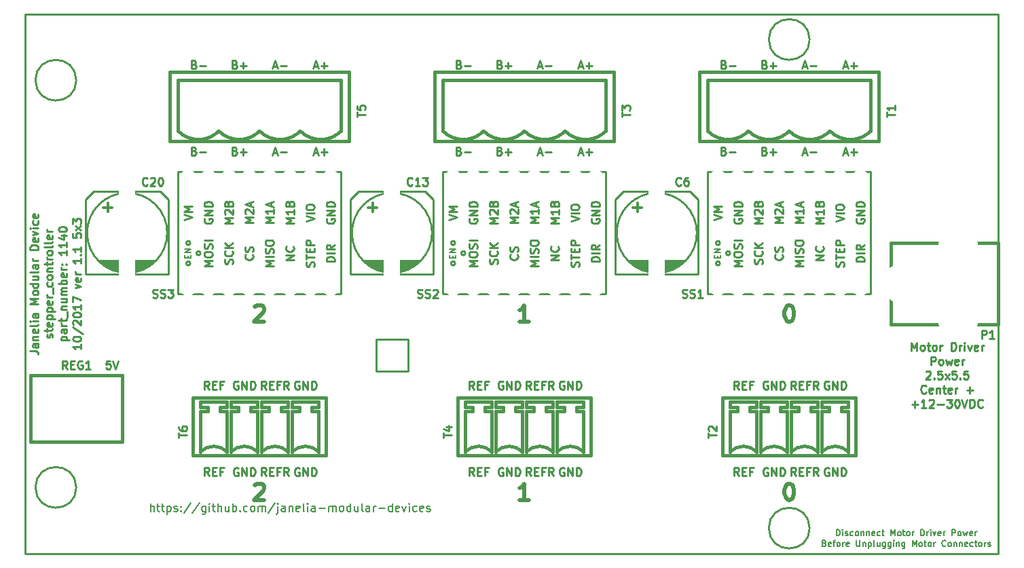
<source format=gto>
%TF.GenerationSoftware,KiCad,Pcbnew,no-vcs-found-1929727~60~ubuntu16.04.1*%
%TF.CreationDate,2017-10-25T16:34:48-04:00*%
%TF.ProjectId,stepper_controller_5x3,737465707065725F636F6E74726F6C6C,1.1*%
%TF.SameCoordinates,Original*%
%TF.FileFunction,Legend,Top*%
%TF.FilePolarity,Positive*%
%FSLAX46Y46*%
G04 Gerber Fmt 4.6, Leading zero omitted, Abs format (unit mm)*
G04 Created by KiCad (PCBNEW no-vcs-found-1929727~60~ubuntu16.04.1) date Wed Oct 25 16:34:48 2017*
%MOMM*%
%LPD*%
G01*
G04 APERTURE LIST*
%ADD10C,0.254000*%
%ADD11C,0.190500*%
%ADD12C,0.508000*%
%ADD13C,0.228600*%
%ADD14C,0.250000*%
%ADD15C,0.381000*%
%ADD16C,0.375000*%
%ADD17O,2.032000X3.048000*%
%ADD18R,2.000000X4.100000*%
%ADD19O,1.854200X2.540000*%
%ADD20C,3.556000*%
%ADD21R,1.854200X2.540000*%
%ADD22C,1.930400*%
%ADD23O,4.572000X3.556000*%
%ADD24O,4.064000X5.080000*%
%ADD25O,5.080000X3.556000*%
%ADD26C,2.540000*%
%ADD27C,2.340000*%
%ADD28R,3.475000X3.475000*%
%ADD29O,1.524000X2.540000*%
G04 APERTURE END LIST*
D10*
X80451476Y-115013619D02*
X79967666Y-115013619D01*
X79919285Y-115497428D01*
X79967666Y-115449047D01*
X80064428Y-115400666D01*
X80306333Y-115400666D01*
X80403095Y-115449047D01*
X80451476Y-115497428D01*
X80499857Y-115594190D01*
X80499857Y-115836095D01*
X80451476Y-115932857D01*
X80403095Y-115981238D01*
X80306333Y-116029619D01*
X80064428Y-116029619D01*
X79967666Y-115981238D01*
X79919285Y-115932857D01*
X80790142Y-115013619D02*
X81128809Y-116029619D01*
X81467476Y-115013619D01*
D11*
X170996428Y-136837964D02*
X170996428Y-136075964D01*
X171177857Y-136075964D01*
X171286714Y-136112250D01*
X171359285Y-136184821D01*
X171395571Y-136257392D01*
X171431857Y-136402535D01*
X171431857Y-136511392D01*
X171395571Y-136656535D01*
X171359285Y-136729107D01*
X171286714Y-136801678D01*
X171177857Y-136837964D01*
X170996428Y-136837964D01*
X171758428Y-136837964D02*
X171758428Y-136329964D01*
X171758428Y-136075964D02*
X171722142Y-136112250D01*
X171758428Y-136148535D01*
X171794714Y-136112250D01*
X171758428Y-136075964D01*
X171758428Y-136148535D01*
X172085000Y-136801678D02*
X172157571Y-136837964D01*
X172302714Y-136837964D01*
X172375285Y-136801678D01*
X172411571Y-136729107D01*
X172411571Y-136692821D01*
X172375285Y-136620250D01*
X172302714Y-136583964D01*
X172193857Y-136583964D01*
X172121285Y-136547678D01*
X172085000Y-136475107D01*
X172085000Y-136438821D01*
X172121285Y-136366250D01*
X172193857Y-136329964D01*
X172302714Y-136329964D01*
X172375285Y-136366250D01*
X173064714Y-136801678D02*
X172992142Y-136837964D01*
X172847000Y-136837964D01*
X172774428Y-136801678D01*
X172738142Y-136765392D01*
X172701857Y-136692821D01*
X172701857Y-136475107D01*
X172738142Y-136402535D01*
X172774428Y-136366250D01*
X172847000Y-136329964D01*
X172992142Y-136329964D01*
X173064714Y-136366250D01*
X173500142Y-136837964D02*
X173427571Y-136801678D01*
X173391285Y-136765392D01*
X173355000Y-136692821D01*
X173355000Y-136475107D01*
X173391285Y-136402535D01*
X173427571Y-136366250D01*
X173500142Y-136329964D01*
X173609000Y-136329964D01*
X173681571Y-136366250D01*
X173717857Y-136402535D01*
X173754142Y-136475107D01*
X173754142Y-136692821D01*
X173717857Y-136765392D01*
X173681571Y-136801678D01*
X173609000Y-136837964D01*
X173500142Y-136837964D01*
X174080714Y-136329964D02*
X174080714Y-136837964D01*
X174080714Y-136402535D02*
X174117000Y-136366250D01*
X174189571Y-136329964D01*
X174298428Y-136329964D01*
X174371000Y-136366250D01*
X174407285Y-136438821D01*
X174407285Y-136837964D01*
X174770142Y-136329964D02*
X174770142Y-136837964D01*
X174770142Y-136402535D02*
X174806428Y-136366250D01*
X174879000Y-136329964D01*
X174987857Y-136329964D01*
X175060428Y-136366250D01*
X175096714Y-136438821D01*
X175096714Y-136837964D01*
X175749857Y-136801678D02*
X175677285Y-136837964D01*
X175532142Y-136837964D01*
X175459571Y-136801678D01*
X175423285Y-136729107D01*
X175423285Y-136438821D01*
X175459571Y-136366250D01*
X175532142Y-136329964D01*
X175677285Y-136329964D01*
X175749857Y-136366250D01*
X175786142Y-136438821D01*
X175786142Y-136511392D01*
X175423285Y-136583964D01*
X176439285Y-136801678D02*
X176366714Y-136837964D01*
X176221571Y-136837964D01*
X176149000Y-136801678D01*
X176112714Y-136765392D01*
X176076428Y-136692821D01*
X176076428Y-136475107D01*
X176112714Y-136402535D01*
X176149000Y-136366250D01*
X176221571Y-136329964D01*
X176366714Y-136329964D01*
X176439285Y-136366250D01*
X176657000Y-136329964D02*
X176947285Y-136329964D01*
X176765857Y-136075964D02*
X176765857Y-136729107D01*
X176802142Y-136801678D01*
X176874714Y-136837964D01*
X176947285Y-136837964D01*
X177781857Y-136837964D02*
X177781857Y-136075964D01*
X178035857Y-136620250D01*
X178289857Y-136075964D01*
X178289857Y-136837964D01*
X178761571Y-136837964D02*
X178689000Y-136801678D01*
X178652714Y-136765392D01*
X178616428Y-136692821D01*
X178616428Y-136475107D01*
X178652714Y-136402535D01*
X178689000Y-136366250D01*
X178761571Y-136329964D01*
X178870428Y-136329964D01*
X178943000Y-136366250D01*
X178979285Y-136402535D01*
X179015571Y-136475107D01*
X179015571Y-136692821D01*
X178979285Y-136765392D01*
X178943000Y-136801678D01*
X178870428Y-136837964D01*
X178761571Y-136837964D01*
X179233285Y-136329964D02*
X179523571Y-136329964D01*
X179342142Y-136075964D02*
X179342142Y-136729107D01*
X179378428Y-136801678D01*
X179451000Y-136837964D01*
X179523571Y-136837964D01*
X179886428Y-136837964D02*
X179813857Y-136801678D01*
X179777571Y-136765392D01*
X179741285Y-136692821D01*
X179741285Y-136475107D01*
X179777571Y-136402535D01*
X179813857Y-136366250D01*
X179886428Y-136329964D01*
X179995285Y-136329964D01*
X180067857Y-136366250D01*
X180104142Y-136402535D01*
X180140428Y-136475107D01*
X180140428Y-136692821D01*
X180104142Y-136765392D01*
X180067857Y-136801678D01*
X179995285Y-136837964D01*
X179886428Y-136837964D01*
X180467000Y-136837964D02*
X180467000Y-136329964D01*
X180467000Y-136475107D02*
X180503285Y-136402535D01*
X180539571Y-136366250D01*
X180612142Y-136329964D01*
X180684714Y-136329964D01*
X181519285Y-136837964D02*
X181519285Y-136075964D01*
X181700714Y-136075964D01*
X181809571Y-136112250D01*
X181882142Y-136184821D01*
X181918428Y-136257392D01*
X181954714Y-136402535D01*
X181954714Y-136511392D01*
X181918428Y-136656535D01*
X181882142Y-136729107D01*
X181809571Y-136801678D01*
X181700714Y-136837964D01*
X181519285Y-136837964D01*
X182281285Y-136837964D02*
X182281285Y-136329964D01*
X182281285Y-136475107D02*
X182317571Y-136402535D01*
X182353857Y-136366250D01*
X182426428Y-136329964D01*
X182499000Y-136329964D01*
X182753000Y-136837964D02*
X182753000Y-136329964D01*
X182753000Y-136075964D02*
X182716714Y-136112250D01*
X182753000Y-136148535D01*
X182789285Y-136112250D01*
X182753000Y-136075964D01*
X182753000Y-136148535D01*
X183043285Y-136329964D02*
X183224714Y-136837964D01*
X183406142Y-136329964D01*
X183986714Y-136801678D02*
X183914142Y-136837964D01*
X183769000Y-136837964D01*
X183696428Y-136801678D01*
X183660142Y-136729107D01*
X183660142Y-136438821D01*
X183696428Y-136366250D01*
X183769000Y-136329964D01*
X183914142Y-136329964D01*
X183986714Y-136366250D01*
X184023000Y-136438821D01*
X184023000Y-136511392D01*
X183660142Y-136583964D01*
X184349571Y-136837964D02*
X184349571Y-136329964D01*
X184349571Y-136475107D02*
X184385857Y-136402535D01*
X184422142Y-136366250D01*
X184494714Y-136329964D01*
X184567285Y-136329964D01*
X185401857Y-136837964D02*
X185401857Y-136075964D01*
X185692142Y-136075964D01*
X185764714Y-136112250D01*
X185801000Y-136148535D01*
X185837285Y-136221107D01*
X185837285Y-136329964D01*
X185801000Y-136402535D01*
X185764714Y-136438821D01*
X185692142Y-136475107D01*
X185401857Y-136475107D01*
X186272714Y-136837964D02*
X186200142Y-136801678D01*
X186163857Y-136765392D01*
X186127571Y-136692821D01*
X186127571Y-136475107D01*
X186163857Y-136402535D01*
X186200142Y-136366250D01*
X186272714Y-136329964D01*
X186381571Y-136329964D01*
X186454142Y-136366250D01*
X186490428Y-136402535D01*
X186526714Y-136475107D01*
X186526714Y-136692821D01*
X186490428Y-136765392D01*
X186454142Y-136801678D01*
X186381571Y-136837964D01*
X186272714Y-136837964D01*
X186780714Y-136329964D02*
X186925857Y-136837964D01*
X187071000Y-136475107D01*
X187216142Y-136837964D01*
X187361285Y-136329964D01*
X187941857Y-136801678D02*
X187869285Y-136837964D01*
X187724142Y-136837964D01*
X187651571Y-136801678D01*
X187615285Y-136729107D01*
X187615285Y-136438821D01*
X187651571Y-136366250D01*
X187724142Y-136329964D01*
X187869285Y-136329964D01*
X187941857Y-136366250D01*
X187978142Y-136438821D01*
X187978142Y-136511392D01*
X187615285Y-136583964D01*
X188304714Y-136837964D02*
X188304714Y-136329964D01*
X188304714Y-136475107D02*
X188341000Y-136402535D01*
X188377285Y-136366250D01*
X188449857Y-136329964D01*
X188522428Y-136329964D01*
X169490571Y-137772321D02*
X169599428Y-137808607D01*
X169635714Y-137844892D01*
X169672000Y-137917464D01*
X169672000Y-138026321D01*
X169635714Y-138098892D01*
X169599428Y-138135178D01*
X169526857Y-138171464D01*
X169236571Y-138171464D01*
X169236571Y-137409464D01*
X169490571Y-137409464D01*
X169563142Y-137445750D01*
X169599428Y-137482035D01*
X169635714Y-137554607D01*
X169635714Y-137627178D01*
X169599428Y-137699750D01*
X169563142Y-137736035D01*
X169490571Y-137772321D01*
X169236571Y-137772321D01*
X170288857Y-138135178D02*
X170216285Y-138171464D01*
X170071142Y-138171464D01*
X169998571Y-138135178D01*
X169962285Y-138062607D01*
X169962285Y-137772321D01*
X169998571Y-137699750D01*
X170071142Y-137663464D01*
X170216285Y-137663464D01*
X170288857Y-137699750D01*
X170325142Y-137772321D01*
X170325142Y-137844892D01*
X169962285Y-137917464D01*
X170542857Y-137663464D02*
X170833142Y-137663464D01*
X170651714Y-138171464D02*
X170651714Y-137518321D01*
X170688000Y-137445750D01*
X170760571Y-137409464D01*
X170833142Y-137409464D01*
X171196000Y-138171464D02*
X171123428Y-138135178D01*
X171087142Y-138098892D01*
X171050857Y-138026321D01*
X171050857Y-137808607D01*
X171087142Y-137736035D01*
X171123428Y-137699750D01*
X171196000Y-137663464D01*
X171304857Y-137663464D01*
X171377428Y-137699750D01*
X171413714Y-137736035D01*
X171450000Y-137808607D01*
X171450000Y-138026321D01*
X171413714Y-138098892D01*
X171377428Y-138135178D01*
X171304857Y-138171464D01*
X171196000Y-138171464D01*
X171776571Y-138171464D02*
X171776571Y-137663464D01*
X171776571Y-137808607D02*
X171812857Y-137736035D01*
X171849142Y-137699750D01*
X171921714Y-137663464D01*
X171994285Y-137663464D01*
X172538571Y-138135178D02*
X172466000Y-138171464D01*
X172320857Y-138171464D01*
X172248285Y-138135178D01*
X172212000Y-138062607D01*
X172212000Y-137772321D01*
X172248285Y-137699750D01*
X172320857Y-137663464D01*
X172466000Y-137663464D01*
X172538571Y-137699750D01*
X172574857Y-137772321D01*
X172574857Y-137844892D01*
X172212000Y-137917464D01*
X173482000Y-137409464D02*
X173482000Y-138026321D01*
X173518285Y-138098892D01*
X173554571Y-138135178D01*
X173627142Y-138171464D01*
X173772285Y-138171464D01*
X173844857Y-138135178D01*
X173881142Y-138098892D01*
X173917428Y-138026321D01*
X173917428Y-137409464D01*
X174280285Y-137663464D02*
X174280285Y-138171464D01*
X174280285Y-137736035D02*
X174316571Y-137699750D01*
X174389142Y-137663464D01*
X174498000Y-137663464D01*
X174570571Y-137699750D01*
X174606857Y-137772321D01*
X174606857Y-138171464D01*
X174969714Y-137663464D02*
X174969714Y-138425464D01*
X174969714Y-137699750D02*
X175042285Y-137663464D01*
X175187428Y-137663464D01*
X175260000Y-137699750D01*
X175296285Y-137736035D01*
X175332571Y-137808607D01*
X175332571Y-138026321D01*
X175296285Y-138098892D01*
X175260000Y-138135178D01*
X175187428Y-138171464D01*
X175042285Y-138171464D01*
X174969714Y-138135178D01*
X175768000Y-138171464D02*
X175695428Y-138135178D01*
X175659142Y-138062607D01*
X175659142Y-137409464D01*
X176384857Y-137663464D02*
X176384857Y-138171464D01*
X176058285Y-137663464D02*
X176058285Y-138062607D01*
X176094571Y-138135178D01*
X176167142Y-138171464D01*
X176276000Y-138171464D01*
X176348571Y-138135178D01*
X176384857Y-138098892D01*
X177074285Y-137663464D02*
X177074285Y-138280321D01*
X177038000Y-138352892D01*
X177001714Y-138389178D01*
X176929142Y-138425464D01*
X176820285Y-138425464D01*
X176747714Y-138389178D01*
X177074285Y-138135178D02*
X177001714Y-138171464D01*
X176856571Y-138171464D01*
X176784000Y-138135178D01*
X176747714Y-138098892D01*
X176711428Y-138026321D01*
X176711428Y-137808607D01*
X176747714Y-137736035D01*
X176784000Y-137699750D01*
X176856571Y-137663464D01*
X177001714Y-137663464D01*
X177074285Y-137699750D01*
X177763714Y-137663464D02*
X177763714Y-138280321D01*
X177727428Y-138352892D01*
X177691142Y-138389178D01*
X177618571Y-138425464D01*
X177509714Y-138425464D01*
X177437142Y-138389178D01*
X177763714Y-138135178D02*
X177691142Y-138171464D01*
X177546000Y-138171464D01*
X177473428Y-138135178D01*
X177437142Y-138098892D01*
X177400857Y-138026321D01*
X177400857Y-137808607D01*
X177437142Y-137736035D01*
X177473428Y-137699750D01*
X177546000Y-137663464D01*
X177691142Y-137663464D01*
X177763714Y-137699750D01*
X178126571Y-138171464D02*
X178126571Y-137663464D01*
X178126571Y-137409464D02*
X178090285Y-137445750D01*
X178126571Y-137482035D01*
X178162857Y-137445750D01*
X178126571Y-137409464D01*
X178126571Y-137482035D01*
X178489428Y-137663464D02*
X178489428Y-138171464D01*
X178489428Y-137736035D02*
X178525714Y-137699750D01*
X178598285Y-137663464D01*
X178707142Y-137663464D01*
X178779714Y-137699750D01*
X178816000Y-137772321D01*
X178816000Y-138171464D01*
X179505428Y-137663464D02*
X179505428Y-138280321D01*
X179469142Y-138352892D01*
X179432857Y-138389178D01*
X179360285Y-138425464D01*
X179251428Y-138425464D01*
X179178857Y-138389178D01*
X179505428Y-138135178D02*
X179432857Y-138171464D01*
X179287714Y-138171464D01*
X179215142Y-138135178D01*
X179178857Y-138098892D01*
X179142571Y-138026321D01*
X179142571Y-137808607D01*
X179178857Y-137736035D01*
X179215142Y-137699750D01*
X179287714Y-137663464D01*
X179432857Y-137663464D01*
X179505428Y-137699750D01*
X180448857Y-138171464D02*
X180448857Y-137409464D01*
X180702857Y-137953750D01*
X180956857Y-137409464D01*
X180956857Y-138171464D01*
X181428571Y-138171464D02*
X181356000Y-138135178D01*
X181319714Y-138098892D01*
X181283428Y-138026321D01*
X181283428Y-137808607D01*
X181319714Y-137736035D01*
X181356000Y-137699750D01*
X181428571Y-137663464D01*
X181537428Y-137663464D01*
X181610000Y-137699750D01*
X181646285Y-137736035D01*
X181682571Y-137808607D01*
X181682571Y-138026321D01*
X181646285Y-138098892D01*
X181610000Y-138135178D01*
X181537428Y-138171464D01*
X181428571Y-138171464D01*
X181900285Y-137663464D02*
X182190571Y-137663464D01*
X182009142Y-137409464D02*
X182009142Y-138062607D01*
X182045428Y-138135178D01*
X182118000Y-138171464D01*
X182190571Y-138171464D01*
X182553428Y-138171464D02*
X182480857Y-138135178D01*
X182444571Y-138098892D01*
X182408285Y-138026321D01*
X182408285Y-137808607D01*
X182444571Y-137736035D01*
X182480857Y-137699750D01*
X182553428Y-137663464D01*
X182662285Y-137663464D01*
X182734857Y-137699750D01*
X182771142Y-137736035D01*
X182807428Y-137808607D01*
X182807428Y-138026321D01*
X182771142Y-138098892D01*
X182734857Y-138135178D01*
X182662285Y-138171464D01*
X182553428Y-138171464D01*
X183134000Y-138171464D02*
X183134000Y-137663464D01*
X183134000Y-137808607D02*
X183170285Y-137736035D01*
X183206571Y-137699750D01*
X183279142Y-137663464D01*
X183351714Y-137663464D01*
X184621714Y-138098892D02*
X184585428Y-138135178D01*
X184476571Y-138171464D01*
X184404000Y-138171464D01*
X184295142Y-138135178D01*
X184222571Y-138062607D01*
X184186285Y-137990035D01*
X184150000Y-137844892D01*
X184150000Y-137736035D01*
X184186285Y-137590892D01*
X184222571Y-137518321D01*
X184295142Y-137445750D01*
X184404000Y-137409464D01*
X184476571Y-137409464D01*
X184585428Y-137445750D01*
X184621714Y-137482035D01*
X185057142Y-138171464D02*
X184984571Y-138135178D01*
X184948285Y-138098892D01*
X184912000Y-138026321D01*
X184912000Y-137808607D01*
X184948285Y-137736035D01*
X184984571Y-137699750D01*
X185057142Y-137663464D01*
X185166000Y-137663464D01*
X185238571Y-137699750D01*
X185274857Y-137736035D01*
X185311142Y-137808607D01*
X185311142Y-138026321D01*
X185274857Y-138098892D01*
X185238571Y-138135178D01*
X185166000Y-138171464D01*
X185057142Y-138171464D01*
X185637714Y-137663464D02*
X185637714Y-138171464D01*
X185637714Y-137736035D02*
X185674000Y-137699750D01*
X185746571Y-137663464D01*
X185855428Y-137663464D01*
X185928000Y-137699750D01*
X185964285Y-137772321D01*
X185964285Y-138171464D01*
X186327142Y-137663464D02*
X186327142Y-138171464D01*
X186327142Y-137736035D02*
X186363428Y-137699750D01*
X186436000Y-137663464D01*
X186544857Y-137663464D01*
X186617428Y-137699750D01*
X186653714Y-137772321D01*
X186653714Y-138171464D01*
X187306857Y-138135178D02*
X187234285Y-138171464D01*
X187089142Y-138171464D01*
X187016571Y-138135178D01*
X186980285Y-138062607D01*
X186980285Y-137772321D01*
X187016571Y-137699750D01*
X187089142Y-137663464D01*
X187234285Y-137663464D01*
X187306857Y-137699750D01*
X187343142Y-137772321D01*
X187343142Y-137844892D01*
X186980285Y-137917464D01*
X187996285Y-138135178D02*
X187923714Y-138171464D01*
X187778571Y-138171464D01*
X187706000Y-138135178D01*
X187669714Y-138098892D01*
X187633428Y-138026321D01*
X187633428Y-137808607D01*
X187669714Y-137736035D01*
X187706000Y-137699750D01*
X187778571Y-137663464D01*
X187923714Y-137663464D01*
X187996285Y-137699750D01*
X188214000Y-137663464D02*
X188504285Y-137663464D01*
X188322857Y-137409464D02*
X188322857Y-138062607D01*
X188359142Y-138135178D01*
X188431714Y-138171464D01*
X188504285Y-138171464D01*
X188867142Y-138171464D02*
X188794571Y-138135178D01*
X188758285Y-138098892D01*
X188722000Y-138026321D01*
X188722000Y-137808607D01*
X188758285Y-137736035D01*
X188794571Y-137699750D01*
X188867142Y-137663464D01*
X188976000Y-137663464D01*
X189048571Y-137699750D01*
X189084857Y-137736035D01*
X189121142Y-137808607D01*
X189121142Y-138026321D01*
X189084857Y-138098892D01*
X189048571Y-138135178D01*
X188976000Y-138171464D01*
X188867142Y-138171464D01*
X189447714Y-138171464D02*
X189447714Y-137663464D01*
X189447714Y-137808607D02*
X189484000Y-137736035D01*
X189520285Y-137699750D01*
X189592857Y-137663464D01*
X189665428Y-137663464D01*
X189883142Y-138135178D02*
X189955714Y-138171464D01*
X190100857Y-138171464D01*
X190173428Y-138135178D01*
X190209714Y-138062607D01*
X190209714Y-138026321D01*
X190173428Y-137953750D01*
X190100857Y-137917464D01*
X189992000Y-137917464D01*
X189919428Y-137881178D01*
X189883142Y-137808607D01*
X189883142Y-137772321D01*
X189919428Y-137699750D01*
X189992000Y-137663464D01*
X190100857Y-137663464D01*
X190173428Y-137699750D01*
D10*
X180333952Y-113743619D02*
X180333952Y-112727619D01*
X180672619Y-113453333D01*
X181011285Y-112727619D01*
X181011285Y-113743619D01*
X181640238Y-113743619D02*
X181543476Y-113695238D01*
X181495095Y-113646857D01*
X181446714Y-113550095D01*
X181446714Y-113259809D01*
X181495095Y-113163047D01*
X181543476Y-113114666D01*
X181640238Y-113066285D01*
X181785380Y-113066285D01*
X181882142Y-113114666D01*
X181930523Y-113163047D01*
X181978904Y-113259809D01*
X181978904Y-113550095D01*
X181930523Y-113646857D01*
X181882142Y-113695238D01*
X181785380Y-113743619D01*
X181640238Y-113743619D01*
X182269190Y-113066285D02*
X182656238Y-113066285D01*
X182414333Y-112727619D02*
X182414333Y-113598476D01*
X182462714Y-113695238D01*
X182559476Y-113743619D01*
X182656238Y-113743619D01*
X183140047Y-113743619D02*
X183043285Y-113695238D01*
X182994904Y-113646857D01*
X182946523Y-113550095D01*
X182946523Y-113259809D01*
X182994904Y-113163047D01*
X183043285Y-113114666D01*
X183140047Y-113066285D01*
X183285190Y-113066285D01*
X183381952Y-113114666D01*
X183430333Y-113163047D01*
X183478714Y-113259809D01*
X183478714Y-113550095D01*
X183430333Y-113646857D01*
X183381952Y-113695238D01*
X183285190Y-113743619D01*
X183140047Y-113743619D01*
X183914142Y-113743619D02*
X183914142Y-113066285D01*
X183914142Y-113259809D02*
X183962523Y-113163047D01*
X184010904Y-113114666D01*
X184107666Y-113066285D01*
X184204428Y-113066285D01*
X185317190Y-113743619D02*
X185317190Y-112727619D01*
X185559095Y-112727619D01*
X185704238Y-112776000D01*
X185801000Y-112872761D01*
X185849380Y-112969523D01*
X185897761Y-113163047D01*
X185897761Y-113308190D01*
X185849380Y-113501714D01*
X185801000Y-113598476D01*
X185704238Y-113695238D01*
X185559095Y-113743619D01*
X185317190Y-113743619D01*
X186333190Y-113743619D02*
X186333190Y-113066285D01*
X186333190Y-113259809D02*
X186381571Y-113163047D01*
X186429952Y-113114666D01*
X186526714Y-113066285D01*
X186623476Y-113066285D01*
X186962142Y-113743619D02*
X186962142Y-113066285D01*
X186962142Y-112727619D02*
X186913761Y-112776000D01*
X186962142Y-112824380D01*
X187010523Y-112776000D01*
X186962142Y-112727619D01*
X186962142Y-112824380D01*
X187349190Y-113066285D02*
X187591095Y-113743619D01*
X187833000Y-113066285D01*
X188607095Y-113695238D02*
X188510333Y-113743619D01*
X188316809Y-113743619D01*
X188220047Y-113695238D01*
X188171666Y-113598476D01*
X188171666Y-113211428D01*
X188220047Y-113114666D01*
X188316809Y-113066285D01*
X188510333Y-113066285D01*
X188607095Y-113114666D01*
X188655476Y-113211428D01*
X188655476Y-113308190D01*
X188171666Y-113404952D01*
X189090904Y-113743619D02*
X189090904Y-113066285D01*
X189090904Y-113259809D02*
X189139285Y-113163047D01*
X189187666Y-113114666D01*
X189284428Y-113066285D01*
X189381190Y-113066285D01*
X182777190Y-115521619D02*
X182777190Y-114505619D01*
X183164238Y-114505619D01*
X183261000Y-114554000D01*
X183309380Y-114602380D01*
X183357761Y-114699142D01*
X183357761Y-114844285D01*
X183309380Y-114941047D01*
X183261000Y-114989428D01*
X183164238Y-115037809D01*
X182777190Y-115037809D01*
X183938333Y-115521619D02*
X183841571Y-115473238D01*
X183793190Y-115424857D01*
X183744809Y-115328095D01*
X183744809Y-115037809D01*
X183793190Y-114941047D01*
X183841571Y-114892666D01*
X183938333Y-114844285D01*
X184083476Y-114844285D01*
X184180238Y-114892666D01*
X184228619Y-114941047D01*
X184277000Y-115037809D01*
X184277000Y-115328095D01*
X184228619Y-115424857D01*
X184180238Y-115473238D01*
X184083476Y-115521619D01*
X183938333Y-115521619D01*
X184615666Y-114844285D02*
X184809190Y-115521619D01*
X185002714Y-115037809D01*
X185196238Y-115521619D01*
X185389761Y-114844285D01*
X186163857Y-115473238D02*
X186067095Y-115521619D01*
X185873571Y-115521619D01*
X185776809Y-115473238D01*
X185728428Y-115376476D01*
X185728428Y-114989428D01*
X185776809Y-114892666D01*
X185873571Y-114844285D01*
X186067095Y-114844285D01*
X186163857Y-114892666D01*
X186212238Y-114989428D01*
X186212238Y-115086190D01*
X185728428Y-115182952D01*
X186647666Y-115521619D02*
X186647666Y-114844285D01*
X186647666Y-115037809D02*
X186696047Y-114941047D01*
X186744428Y-114892666D01*
X186841190Y-114844285D01*
X186937952Y-114844285D01*
X182148238Y-116380380D02*
X182196619Y-116332000D01*
X182293380Y-116283619D01*
X182535285Y-116283619D01*
X182632047Y-116332000D01*
X182680428Y-116380380D01*
X182728809Y-116477142D01*
X182728809Y-116573904D01*
X182680428Y-116719047D01*
X182099857Y-117299619D01*
X182728809Y-117299619D01*
X183164238Y-117202857D02*
X183212619Y-117251238D01*
X183164238Y-117299619D01*
X183115857Y-117251238D01*
X183164238Y-117202857D01*
X183164238Y-117299619D01*
X184131857Y-116283619D02*
X183648047Y-116283619D01*
X183599666Y-116767428D01*
X183648047Y-116719047D01*
X183744809Y-116670666D01*
X183986714Y-116670666D01*
X184083476Y-116719047D01*
X184131857Y-116767428D01*
X184180238Y-116864190D01*
X184180238Y-117106095D01*
X184131857Y-117202857D01*
X184083476Y-117251238D01*
X183986714Y-117299619D01*
X183744809Y-117299619D01*
X183648047Y-117251238D01*
X183599666Y-117202857D01*
X184518904Y-117299619D02*
X185051095Y-116622285D01*
X184518904Y-116622285D02*
X185051095Y-117299619D01*
X185921952Y-116283619D02*
X185438142Y-116283619D01*
X185389761Y-116767428D01*
X185438142Y-116719047D01*
X185534904Y-116670666D01*
X185776809Y-116670666D01*
X185873571Y-116719047D01*
X185921952Y-116767428D01*
X185970333Y-116864190D01*
X185970333Y-117106095D01*
X185921952Y-117202857D01*
X185873571Y-117251238D01*
X185776809Y-117299619D01*
X185534904Y-117299619D01*
X185438142Y-117251238D01*
X185389761Y-117202857D01*
X186405761Y-117202857D02*
X186454142Y-117251238D01*
X186405761Y-117299619D01*
X186357380Y-117251238D01*
X186405761Y-117202857D01*
X186405761Y-117299619D01*
X187373380Y-116283619D02*
X186889571Y-116283619D01*
X186841190Y-116767428D01*
X186889571Y-116719047D01*
X186986333Y-116670666D01*
X187228238Y-116670666D01*
X187325000Y-116719047D01*
X187373380Y-116767428D01*
X187421761Y-116864190D01*
X187421761Y-117106095D01*
X187373380Y-117202857D01*
X187325000Y-117251238D01*
X187228238Y-117299619D01*
X186986333Y-117299619D01*
X186889571Y-117251238D01*
X186841190Y-117202857D01*
X182148238Y-118980857D02*
X182099857Y-119029238D01*
X181954714Y-119077619D01*
X181857952Y-119077619D01*
X181712809Y-119029238D01*
X181616047Y-118932476D01*
X181567666Y-118835714D01*
X181519285Y-118642190D01*
X181519285Y-118497047D01*
X181567666Y-118303523D01*
X181616047Y-118206761D01*
X181712809Y-118110000D01*
X181857952Y-118061619D01*
X181954714Y-118061619D01*
X182099857Y-118110000D01*
X182148238Y-118158380D01*
X182970714Y-119029238D02*
X182873952Y-119077619D01*
X182680428Y-119077619D01*
X182583666Y-119029238D01*
X182535285Y-118932476D01*
X182535285Y-118545428D01*
X182583666Y-118448666D01*
X182680428Y-118400285D01*
X182873952Y-118400285D01*
X182970714Y-118448666D01*
X183019095Y-118545428D01*
X183019095Y-118642190D01*
X182535285Y-118738952D01*
X183454523Y-118400285D02*
X183454523Y-119077619D01*
X183454523Y-118497047D02*
X183502904Y-118448666D01*
X183599666Y-118400285D01*
X183744809Y-118400285D01*
X183841571Y-118448666D01*
X183889952Y-118545428D01*
X183889952Y-119077619D01*
X184228619Y-118400285D02*
X184615666Y-118400285D01*
X184373761Y-118061619D02*
X184373761Y-118932476D01*
X184422142Y-119029238D01*
X184518904Y-119077619D01*
X184615666Y-119077619D01*
X185341380Y-119029238D02*
X185244619Y-119077619D01*
X185051095Y-119077619D01*
X184954333Y-119029238D01*
X184905952Y-118932476D01*
X184905952Y-118545428D01*
X184954333Y-118448666D01*
X185051095Y-118400285D01*
X185244619Y-118400285D01*
X185341380Y-118448666D01*
X185389761Y-118545428D01*
X185389761Y-118642190D01*
X184905952Y-118738952D01*
X185825190Y-119077619D02*
X185825190Y-118400285D01*
X185825190Y-118593809D02*
X185873571Y-118497047D01*
X185921952Y-118448666D01*
X186018714Y-118400285D01*
X186115476Y-118400285D01*
X187228238Y-118690571D02*
X188002333Y-118690571D01*
X187615285Y-119077619D02*
X187615285Y-118303523D01*
X180382333Y-120468571D02*
X181156428Y-120468571D01*
X180769380Y-120855619D02*
X180769380Y-120081523D01*
X182172428Y-120855619D02*
X181591857Y-120855619D01*
X181882142Y-120855619D02*
X181882142Y-119839619D01*
X181785380Y-119984761D01*
X181688619Y-120081523D01*
X181591857Y-120129904D01*
X182559476Y-119936380D02*
X182607857Y-119888000D01*
X182704619Y-119839619D01*
X182946523Y-119839619D01*
X183043285Y-119888000D01*
X183091666Y-119936380D01*
X183140047Y-120033142D01*
X183140047Y-120129904D01*
X183091666Y-120275047D01*
X182511095Y-120855619D01*
X183140047Y-120855619D01*
X183575476Y-120468571D02*
X184349571Y-120468571D01*
X184736619Y-119839619D02*
X185365571Y-119839619D01*
X185026904Y-120226666D01*
X185172047Y-120226666D01*
X185268809Y-120275047D01*
X185317190Y-120323428D01*
X185365571Y-120420190D01*
X185365571Y-120662095D01*
X185317190Y-120758857D01*
X185268809Y-120807238D01*
X185172047Y-120855619D01*
X184881761Y-120855619D01*
X184785000Y-120807238D01*
X184736619Y-120758857D01*
X185994523Y-119839619D02*
X186091285Y-119839619D01*
X186188047Y-119888000D01*
X186236428Y-119936380D01*
X186284809Y-120033142D01*
X186333190Y-120226666D01*
X186333190Y-120468571D01*
X186284809Y-120662095D01*
X186236428Y-120758857D01*
X186188047Y-120807238D01*
X186091285Y-120855619D01*
X185994523Y-120855619D01*
X185897761Y-120807238D01*
X185849380Y-120758857D01*
X185801000Y-120662095D01*
X185752619Y-120468571D01*
X185752619Y-120226666D01*
X185801000Y-120033142D01*
X185849380Y-119936380D01*
X185897761Y-119888000D01*
X185994523Y-119839619D01*
X186623476Y-119839619D02*
X186962142Y-120855619D01*
X187300809Y-119839619D01*
X187639476Y-120855619D02*
X187639476Y-119839619D01*
X187881380Y-119839619D01*
X188026523Y-119888000D01*
X188123285Y-119984761D01*
X188171666Y-120081523D01*
X188220047Y-120275047D01*
X188220047Y-120420190D01*
X188171666Y-120613714D01*
X188123285Y-120710476D01*
X188026523Y-120807238D01*
X187881380Y-120855619D01*
X187639476Y-120855619D01*
X189236047Y-120758857D02*
X189187666Y-120807238D01*
X189042523Y-120855619D01*
X188945761Y-120855619D01*
X188800619Y-120807238D01*
X188703857Y-120710476D01*
X188655476Y-120613714D01*
X188607095Y-120420190D01*
X188607095Y-120275047D01*
X188655476Y-120081523D01*
X188703857Y-119984761D01*
X188800619Y-119888000D01*
X188945761Y-119839619D01*
X189042523Y-119839619D01*
X189187666Y-119888000D01*
X189236047Y-119936380D01*
D12*
X98479428Y-108300761D02*
X98576190Y-108204000D01*
X98769714Y-108107238D01*
X99253523Y-108107238D01*
X99447047Y-108204000D01*
X99543809Y-108300761D01*
X99640571Y-108494285D01*
X99640571Y-108687809D01*
X99543809Y-108978095D01*
X98382666Y-110139238D01*
X99640571Y-110139238D01*
X132660571Y-110139238D02*
X131499428Y-110139238D01*
X132080000Y-110139238D02*
X132080000Y-108107238D01*
X131886476Y-108397523D01*
X131692952Y-108591047D01*
X131499428Y-108687809D01*
X165003238Y-108107238D02*
X165196761Y-108107238D01*
X165390285Y-108204000D01*
X165487047Y-108300761D01*
X165583809Y-108494285D01*
X165680571Y-108881333D01*
X165680571Y-109365142D01*
X165583809Y-109752190D01*
X165487047Y-109945714D01*
X165390285Y-110042476D01*
X165196761Y-110139238D01*
X165003238Y-110139238D01*
X164809714Y-110042476D01*
X164712952Y-109945714D01*
X164616190Y-109752190D01*
X164519428Y-109365142D01*
X164519428Y-108881333D01*
X164616190Y-108494285D01*
X164712952Y-108300761D01*
X164809714Y-108204000D01*
X165003238Y-108107238D01*
D10*
X92764428Y-129364619D02*
X92425761Y-128880809D01*
X92183857Y-129364619D02*
X92183857Y-128348619D01*
X92570904Y-128348619D01*
X92667666Y-128397000D01*
X92716047Y-128445380D01*
X92764428Y-128542142D01*
X92764428Y-128687285D01*
X92716047Y-128784047D01*
X92667666Y-128832428D01*
X92570904Y-128880809D01*
X92183857Y-128880809D01*
X93199857Y-128832428D02*
X93538523Y-128832428D01*
X93683666Y-129364619D02*
X93199857Y-129364619D01*
X93199857Y-128348619D01*
X93683666Y-128348619D01*
X94457761Y-128832428D02*
X94119095Y-128832428D01*
X94119095Y-129364619D02*
X94119095Y-128348619D01*
X94602904Y-128348619D01*
X92764428Y-118569619D02*
X92425761Y-118085809D01*
X92183857Y-118569619D02*
X92183857Y-117553619D01*
X92570904Y-117553619D01*
X92667666Y-117602000D01*
X92716047Y-117650380D01*
X92764428Y-117747142D01*
X92764428Y-117892285D01*
X92716047Y-117989047D01*
X92667666Y-118037428D01*
X92570904Y-118085809D01*
X92183857Y-118085809D01*
X93199857Y-118037428D02*
X93538523Y-118037428D01*
X93683666Y-118569619D02*
X93199857Y-118569619D01*
X93199857Y-117553619D01*
X93683666Y-117553619D01*
X94457761Y-118037428D02*
X94119095Y-118037428D01*
X94119095Y-118569619D02*
X94119095Y-117553619D01*
X94602904Y-117553619D01*
X96380904Y-128397000D02*
X96284142Y-128348619D01*
X96139000Y-128348619D01*
X95993857Y-128397000D01*
X95897095Y-128493761D01*
X95848714Y-128590523D01*
X95800333Y-128784047D01*
X95800333Y-128929190D01*
X95848714Y-129122714D01*
X95897095Y-129219476D01*
X95993857Y-129316238D01*
X96139000Y-129364619D01*
X96235761Y-129364619D01*
X96380904Y-129316238D01*
X96429285Y-129267857D01*
X96429285Y-128929190D01*
X96235761Y-128929190D01*
X96864714Y-129364619D02*
X96864714Y-128348619D01*
X97445285Y-129364619D01*
X97445285Y-128348619D01*
X97929095Y-129364619D02*
X97929095Y-128348619D01*
X98171000Y-128348619D01*
X98316142Y-128397000D01*
X98412904Y-128493761D01*
X98461285Y-128590523D01*
X98509666Y-128784047D01*
X98509666Y-128929190D01*
X98461285Y-129122714D01*
X98412904Y-129219476D01*
X98316142Y-129316238D01*
X98171000Y-129364619D01*
X97929095Y-129364619D01*
X104000904Y-128397000D02*
X103904142Y-128348619D01*
X103759000Y-128348619D01*
X103613857Y-128397000D01*
X103517095Y-128493761D01*
X103468714Y-128590523D01*
X103420333Y-128784047D01*
X103420333Y-128929190D01*
X103468714Y-129122714D01*
X103517095Y-129219476D01*
X103613857Y-129316238D01*
X103759000Y-129364619D01*
X103855761Y-129364619D01*
X104000904Y-129316238D01*
X104049285Y-129267857D01*
X104049285Y-128929190D01*
X103855761Y-128929190D01*
X104484714Y-129364619D02*
X104484714Y-128348619D01*
X105065285Y-129364619D01*
X105065285Y-128348619D01*
X105549095Y-129364619D02*
X105549095Y-128348619D01*
X105791000Y-128348619D01*
X105936142Y-128397000D01*
X106032904Y-128493761D01*
X106081285Y-128590523D01*
X106129666Y-128784047D01*
X106129666Y-128929190D01*
X106081285Y-129122714D01*
X106032904Y-129219476D01*
X105936142Y-129316238D01*
X105791000Y-129364619D01*
X105549095Y-129364619D01*
X99876428Y-129364619D02*
X99537761Y-128880809D01*
X99295857Y-129364619D02*
X99295857Y-128348619D01*
X99682904Y-128348619D01*
X99779666Y-128397000D01*
X99828047Y-128445380D01*
X99876428Y-128542142D01*
X99876428Y-128687285D01*
X99828047Y-128784047D01*
X99779666Y-128832428D01*
X99682904Y-128880809D01*
X99295857Y-128880809D01*
X100311857Y-128832428D02*
X100650523Y-128832428D01*
X100795666Y-129364619D02*
X100311857Y-129364619D01*
X100311857Y-128348619D01*
X100795666Y-128348619D01*
X101569761Y-128832428D02*
X101231095Y-128832428D01*
X101231095Y-129364619D02*
X101231095Y-128348619D01*
X101714904Y-128348619D01*
X102682523Y-129364619D02*
X102343857Y-128880809D01*
X102101952Y-129364619D02*
X102101952Y-128348619D01*
X102489000Y-128348619D01*
X102585761Y-128397000D01*
X102634142Y-128445380D01*
X102682523Y-128542142D01*
X102682523Y-128687285D01*
X102634142Y-128784047D01*
X102585761Y-128832428D01*
X102489000Y-128880809D01*
X102101952Y-128880809D01*
X99876428Y-118569619D02*
X99537761Y-118085809D01*
X99295857Y-118569619D02*
X99295857Y-117553619D01*
X99682904Y-117553619D01*
X99779666Y-117602000D01*
X99828047Y-117650380D01*
X99876428Y-117747142D01*
X99876428Y-117892285D01*
X99828047Y-117989047D01*
X99779666Y-118037428D01*
X99682904Y-118085809D01*
X99295857Y-118085809D01*
X100311857Y-118037428D02*
X100650523Y-118037428D01*
X100795666Y-118569619D02*
X100311857Y-118569619D01*
X100311857Y-117553619D01*
X100795666Y-117553619D01*
X101569761Y-118037428D02*
X101231095Y-118037428D01*
X101231095Y-118569619D02*
X101231095Y-117553619D01*
X101714904Y-117553619D01*
X102682523Y-118569619D02*
X102343857Y-118085809D01*
X102101952Y-118569619D02*
X102101952Y-117553619D01*
X102489000Y-117553619D01*
X102585761Y-117602000D01*
X102634142Y-117650380D01*
X102682523Y-117747142D01*
X102682523Y-117892285D01*
X102634142Y-117989047D01*
X102585761Y-118037428D01*
X102489000Y-118085809D01*
X102101952Y-118085809D01*
X125784428Y-129364619D02*
X125445761Y-128880809D01*
X125203857Y-129364619D02*
X125203857Y-128348619D01*
X125590904Y-128348619D01*
X125687666Y-128397000D01*
X125736047Y-128445380D01*
X125784428Y-128542142D01*
X125784428Y-128687285D01*
X125736047Y-128784047D01*
X125687666Y-128832428D01*
X125590904Y-128880809D01*
X125203857Y-128880809D01*
X126219857Y-128832428D02*
X126558523Y-128832428D01*
X126703666Y-129364619D02*
X126219857Y-129364619D01*
X126219857Y-128348619D01*
X126703666Y-128348619D01*
X127477761Y-128832428D02*
X127139095Y-128832428D01*
X127139095Y-129364619D02*
X127139095Y-128348619D01*
X127622904Y-128348619D01*
X125784428Y-118569619D02*
X125445761Y-118085809D01*
X125203857Y-118569619D02*
X125203857Y-117553619D01*
X125590904Y-117553619D01*
X125687666Y-117602000D01*
X125736047Y-117650380D01*
X125784428Y-117747142D01*
X125784428Y-117892285D01*
X125736047Y-117989047D01*
X125687666Y-118037428D01*
X125590904Y-118085809D01*
X125203857Y-118085809D01*
X126219857Y-118037428D02*
X126558523Y-118037428D01*
X126703666Y-118569619D02*
X126219857Y-118569619D01*
X126219857Y-117553619D01*
X126703666Y-117553619D01*
X127477761Y-118037428D02*
X127139095Y-118037428D01*
X127139095Y-118569619D02*
X127139095Y-117553619D01*
X127622904Y-117553619D01*
X129400904Y-128397000D02*
X129304142Y-128348619D01*
X129159000Y-128348619D01*
X129013857Y-128397000D01*
X128917095Y-128493761D01*
X128868714Y-128590523D01*
X128820333Y-128784047D01*
X128820333Y-128929190D01*
X128868714Y-129122714D01*
X128917095Y-129219476D01*
X129013857Y-129316238D01*
X129159000Y-129364619D01*
X129255761Y-129364619D01*
X129400904Y-129316238D01*
X129449285Y-129267857D01*
X129449285Y-128929190D01*
X129255761Y-128929190D01*
X129884714Y-129364619D02*
X129884714Y-128348619D01*
X130465285Y-129364619D01*
X130465285Y-128348619D01*
X130949095Y-129364619D02*
X130949095Y-128348619D01*
X131191000Y-128348619D01*
X131336142Y-128397000D01*
X131432904Y-128493761D01*
X131481285Y-128590523D01*
X131529666Y-128784047D01*
X131529666Y-128929190D01*
X131481285Y-129122714D01*
X131432904Y-129219476D01*
X131336142Y-129316238D01*
X131191000Y-129364619D01*
X130949095Y-129364619D01*
X137020904Y-128397000D02*
X136924142Y-128348619D01*
X136779000Y-128348619D01*
X136633857Y-128397000D01*
X136537095Y-128493761D01*
X136488714Y-128590523D01*
X136440333Y-128784047D01*
X136440333Y-128929190D01*
X136488714Y-129122714D01*
X136537095Y-129219476D01*
X136633857Y-129316238D01*
X136779000Y-129364619D01*
X136875761Y-129364619D01*
X137020904Y-129316238D01*
X137069285Y-129267857D01*
X137069285Y-128929190D01*
X136875761Y-128929190D01*
X137504714Y-129364619D02*
X137504714Y-128348619D01*
X138085285Y-129364619D01*
X138085285Y-128348619D01*
X138569095Y-129364619D02*
X138569095Y-128348619D01*
X138811000Y-128348619D01*
X138956142Y-128397000D01*
X139052904Y-128493761D01*
X139101285Y-128590523D01*
X139149666Y-128784047D01*
X139149666Y-128929190D01*
X139101285Y-129122714D01*
X139052904Y-129219476D01*
X138956142Y-129316238D01*
X138811000Y-129364619D01*
X138569095Y-129364619D01*
X132896428Y-129364619D02*
X132557761Y-128880809D01*
X132315857Y-129364619D02*
X132315857Y-128348619D01*
X132702904Y-128348619D01*
X132799666Y-128397000D01*
X132848047Y-128445380D01*
X132896428Y-128542142D01*
X132896428Y-128687285D01*
X132848047Y-128784047D01*
X132799666Y-128832428D01*
X132702904Y-128880809D01*
X132315857Y-128880809D01*
X133331857Y-128832428D02*
X133670523Y-128832428D01*
X133815666Y-129364619D02*
X133331857Y-129364619D01*
X133331857Y-128348619D01*
X133815666Y-128348619D01*
X134589761Y-128832428D02*
X134251095Y-128832428D01*
X134251095Y-129364619D02*
X134251095Y-128348619D01*
X134734904Y-128348619D01*
X135702523Y-129364619D02*
X135363857Y-128880809D01*
X135121952Y-129364619D02*
X135121952Y-128348619D01*
X135509000Y-128348619D01*
X135605761Y-128397000D01*
X135654142Y-128445380D01*
X135702523Y-128542142D01*
X135702523Y-128687285D01*
X135654142Y-128784047D01*
X135605761Y-128832428D01*
X135509000Y-128880809D01*
X135121952Y-128880809D01*
X132896428Y-118569619D02*
X132557761Y-118085809D01*
X132315857Y-118569619D02*
X132315857Y-117553619D01*
X132702904Y-117553619D01*
X132799666Y-117602000D01*
X132848047Y-117650380D01*
X132896428Y-117747142D01*
X132896428Y-117892285D01*
X132848047Y-117989047D01*
X132799666Y-118037428D01*
X132702904Y-118085809D01*
X132315857Y-118085809D01*
X133331857Y-118037428D02*
X133670523Y-118037428D01*
X133815666Y-118569619D02*
X133331857Y-118569619D01*
X133331857Y-117553619D01*
X133815666Y-117553619D01*
X134589761Y-118037428D02*
X134251095Y-118037428D01*
X134251095Y-118569619D02*
X134251095Y-117553619D01*
X134734904Y-117553619D01*
X135702523Y-118569619D02*
X135363857Y-118085809D01*
X135121952Y-118569619D02*
X135121952Y-117553619D01*
X135509000Y-117553619D01*
X135605761Y-117602000D01*
X135654142Y-117650380D01*
X135702523Y-117747142D01*
X135702523Y-117892285D01*
X135654142Y-117989047D01*
X135605761Y-118037428D01*
X135509000Y-118085809D01*
X135121952Y-118085809D01*
X158804428Y-129364619D02*
X158465761Y-128880809D01*
X158223857Y-129364619D02*
X158223857Y-128348619D01*
X158610904Y-128348619D01*
X158707666Y-128397000D01*
X158756047Y-128445380D01*
X158804428Y-128542142D01*
X158804428Y-128687285D01*
X158756047Y-128784047D01*
X158707666Y-128832428D01*
X158610904Y-128880809D01*
X158223857Y-128880809D01*
X159239857Y-128832428D02*
X159578523Y-128832428D01*
X159723666Y-129364619D02*
X159239857Y-129364619D01*
X159239857Y-128348619D01*
X159723666Y-128348619D01*
X160497761Y-128832428D02*
X160159095Y-128832428D01*
X160159095Y-129364619D02*
X160159095Y-128348619D01*
X160642904Y-128348619D01*
X162420904Y-128397000D02*
X162324142Y-128348619D01*
X162179000Y-128348619D01*
X162033857Y-128397000D01*
X161937095Y-128493761D01*
X161888714Y-128590523D01*
X161840333Y-128784047D01*
X161840333Y-128929190D01*
X161888714Y-129122714D01*
X161937095Y-129219476D01*
X162033857Y-129316238D01*
X162179000Y-129364619D01*
X162275761Y-129364619D01*
X162420904Y-129316238D01*
X162469285Y-129267857D01*
X162469285Y-128929190D01*
X162275761Y-128929190D01*
X162904714Y-129364619D02*
X162904714Y-128348619D01*
X163485285Y-129364619D01*
X163485285Y-128348619D01*
X163969095Y-129364619D02*
X163969095Y-128348619D01*
X164211000Y-128348619D01*
X164356142Y-128397000D01*
X164452904Y-128493761D01*
X164501285Y-128590523D01*
X164549666Y-128784047D01*
X164549666Y-128929190D01*
X164501285Y-129122714D01*
X164452904Y-129219476D01*
X164356142Y-129316238D01*
X164211000Y-129364619D01*
X163969095Y-129364619D01*
X165916428Y-129364619D02*
X165577761Y-128880809D01*
X165335857Y-129364619D02*
X165335857Y-128348619D01*
X165722904Y-128348619D01*
X165819666Y-128397000D01*
X165868047Y-128445380D01*
X165916428Y-128542142D01*
X165916428Y-128687285D01*
X165868047Y-128784047D01*
X165819666Y-128832428D01*
X165722904Y-128880809D01*
X165335857Y-128880809D01*
X166351857Y-128832428D02*
X166690523Y-128832428D01*
X166835666Y-129364619D02*
X166351857Y-129364619D01*
X166351857Y-128348619D01*
X166835666Y-128348619D01*
X167609761Y-128832428D02*
X167271095Y-128832428D01*
X167271095Y-129364619D02*
X167271095Y-128348619D01*
X167754904Y-128348619D01*
X168722523Y-129364619D02*
X168383857Y-128880809D01*
X168141952Y-129364619D02*
X168141952Y-128348619D01*
X168529000Y-128348619D01*
X168625761Y-128397000D01*
X168674142Y-128445380D01*
X168722523Y-128542142D01*
X168722523Y-128687285D01*
X168674142Y-128784047D01*
X168625761Y-128832428D01*
X168529000Y-128880809D01*
X168141952Y-128880809D01*
X170040904Y-128397000D02*
X169944142Y-128348619D01*
X169799000Y-128348619D01*
X169653857Y-128397000D01*
X169557095Y-128493761D01*
X169508714Y-128590523D01*
X169460333Y-128784047D01*
X169460333Y-128929190D01*
X169508714Y-129122714D01*
X169557095Y-129219476D01*
X169653857Y-129316238D01*
X169799000Y-129364619D01*
X169895761Y-129364619D01*
X170040904Y-129316238D01*
X170089285Y-129267857D01*
X170089285Y-128929190D01*
X169895761Y-128929190D01*
X170524714Y-129364619D02*
X170524714Y-128348619D01*
X171105285Y-129364619D01*
X171105285Y-128348619D01*
X171589095Y-129364619D02*
X171589095Y-128348619D01*
X171831000Y-128348619D01*
X171976142Y-128397000D01*
X172072904Y-128493761D01*
X172121285Y-128590523D01*
X172169666Y-128784047D01*
X172169666Y-128929190D01*
X172121285Y-129122714D01*
X172072904Y-129219476D01*
X171976142Y-129316238D01*
X171831000Y-129364619D01*
X171589095Y-129364619D01*
X158804428Y-118569619D02*
X158465761Y-118085809D01*
X158223857Y-118569619D02*
X158223857Y-117553619D01*
X158610904Y-117553619D01*
X158707666Y-117602000D01*
X158756047Y-117650380D01*
X158804428Y-117747142D01*
X158804428Y-117892285D01*
X158756047Y-117989047D01*
X158707666Y-118037428D01*
X158610904Y-118085809D01*
X158223857Y-118085809D01*
X159239857Y-118037428D02*
X159578523Y-118037428D01*
X159723666Y-118569619D02*
X159239857Y-118569619D01*
X159239857Y-117553619D01*
X159723666Y-117553619D01*
X160497761Y-118037428D02*
X160159095Y-118037428D01*
X160159095Y-118569619D02*
X160159095Y-117553619D01*
X160642904Y-117553619D01*
X96380904Y-117602000D02*
X96284142Y-117553619D01*
X96139000Y-117553619D01*
X95993857Y-117602000D01*
X95897095Y-117698761D01*
X95848714Y-117795523D01*
X95800333Y-117989047D01*
X95800333Y-118134190D01*
X95848714Y-118327714D01*
X95897095Y-118424476D01*
X95993857Y-118521238D01*
X96139000Y-118569619D01*
X96235761Y-118569619D01*
X96380904Y-118521238D01*
X96429285Y-118472857D01*
X96429285Y-118134190D01*
X96235761Y-118134190D01*
X96864714Y-118569619D02*
X96864714Y-117553619D01*
X97445285Y-118569619D01*
X97445285Y-117553619D01*
X97929095Y-118569619D02*
X97929095Y-117553619D01*
X98171000Y-117553619D01*
X98316142Y-117602000D01*
X98412904Y-117698761D01*
X98461285Y-117795523D01*
X98509666Y-117989047D01*
X98509666Y-118134190D01*
X98461285Y-118327714D01*
X98412904Y-118424476D01*
X98316142Y-118521238D01*
X98171000Y-118569619D01*
X97929095Y-118569619D01*
X104000904Y-117602000D02*
X103904142Y-117553619D01*
X103759000Y-117553619D01*
X103613857Y-117602000D01*
X103517095Y-117698761D01*
X103468714Y-117795523D01*
X103420333Y-117989047D01*
X103420333Y-118134190D01*
X103468714Y-118327714D01*
X103517095Y-118424476D01*
X103613857Y-118521238D01*
X103759000Y-118569619D01*
X103855761Y-118569619D01*
X104000904Y-118521238D01*
X104049285Y-118472857D01*
X104049285Y-118134190D01*
X103855761Y-118134190D01*
X104484714Y-118569619D02*
X104484714Y-117553619D01*
X105065285Y-118569619D01*
X105065285Y-117553619D01*
X105549095Y-118569619D02*
X105549095Y-117553619D01*
X105791000Y-117553619D01*
X105936142Y-117602000D01*
X106032904Y-117698761D01*
X106081285Y-117795523D01*
X106129666Y-117989047D01*
X106129666Y-118134190D01*
X106081285Y-118327714D01*
X106032904Y-118424476D01*
X105936142Y-118521238D01*
X105791000Y-118569619D01*
X105549095Y-118569619D01*
X129400904Y-117602000D02*
X129304142Y-117553619D01*
X129159000Y-117553619D01*
X129013857Y-117602000D01*
X128917095Y-117698761D01*
X128868714Y-117795523D01*
X128820333Y-117989047D01*
X128820333Y-118134190D01*
X128868714Y-118327714D01*
X128917095Y-118424476D01*
X129013857Y-118521238D01*
X129159000Y-118569619D01*
X129255761Y-118569619D01*
X129400904Y-118521238D01*
X129449285Y-118472857D01*
X129449285Y-118134190D01*
X129255761Y-118134190D01*
X129884714Y-118569619D02*
X129884714Y-117553619D01*
X130465285Y-118569619D01*
X130465285Y-117553619D01*
X130949095Y-118569619D02*
X130949095Y-117553619D01*
X131191000Y-117553619D01*
X131336142Y-117602000D01*
X131432904Y-117698761D01*
X131481285Y-117795523D01*
X131529666Y-117989047D01*
X131529666Y-118134190D01*
X131481285Y-118327714D01*
X131432904Y-118424476D01*
X131336142Y-118521238D01*
X131191000Y-118569619D01*
X130949095Y-118569619D01*
X137020904Y-117602000D02*
X136924142Y-117553619D01*
X136779000Y-117553619D01*
X136633857Y-117602000D01*
X136537095Y-117698761D01*
X136488714Y-117795523D01*
X136440333Y-117989047D01*
X136440333Y-118134190D01*
X136488714Y-118327714D01*
X136537095Y-118424476D01*
X136633857Y-118521238D01*
X136779000Y-118569619D01*
X136875761Y-118569619D01*
X137020904Y-118521238D01*
X137069285Y-118472857D01*
X137069285Y-118134190D01*
X136875761Y-118134190D01*
X137504714Y-118569619D02*
X137504714Y-117553619D01*
X138085285Y-118569619D01*
X138085285Y-117553619D01*
X138569095Y-118569619D02*
X138569095Y-117553619D01*
X138811000Y-117553619D01*
X138956142Y-117602000D01*
X139052904Y-117698761D01*
X139101285Y-117795523D01*
X139149666Y-117989047D01*
X139149666Y-118134190D01*
X139101285Y-118327714D01*
X139052904Y-118424476D01*
X138956142Y-118521238D01*
X138811000Y-118569619D01*
X138569095Y-118569619D01*
X162420904Y-117602000D02*
X162324142Y-117553619D01*
X162179000Y-117553619D01*
X162033857Y-117602000D01*
X161937095Y-117698761D01*
X161888714Y-117795523D01*
X161840333Y-117989047D01*
X161840333Y-118134190D01*
X161888714Y-118327714D01*
X161937095Y-118424476D01*
X162033857Y-118521238D01*
X162179000Y-118569619D01*
X162275761Y-118569619D01*
X162420904Y-118521238D01*
X162469285Y-118472857D01*
X162469285Y-118134190D01*
X162275761Y-118134190D01*
X162904714Y-118569619D02*
X162904714Y-117553619D01*
X163485285Y-118569619D01*
X163485285Y-117553619D01*
X163969095Y-118569619D02*
X163969095Y-117553619D01*
X164211000Y-117553619D01*
X164356142Y-117602000D01*
X164452904Y-117698761D01*
X164501285Y-117795523D01*
X164549666Y-117989047D01*
X164549666Y-118134190D01*
X164501285Y-118327714D01*
X164452904Y-118424476D01*
X164356142Y-118521238D01*
X164211000Y-118569619D01*
X163969095Y-118569619D01*
X165916428Y-118569619D02*
X165577761Y-118085809D01*
X165335857Y-118569619D02*
X165335857Y-117553619D01*
X165722904Y-117553619D01*
X165819666Y-117602000D01*
X165868047Y-117650380D01*
X165916428Y-117747142D01*
X165916428Y-117892285D01*
X165868047Y-117989047D01*
X165819666Y-118037428D01*
X165722904Y-118085809D01*
X165335857Y-118085809D01*
X166351857Y-118037428D02*
X166690523Y-118037428D01*
X166835666Y-118569619D02*
X166351857Y-118569619D01*
X166351857Y-117553619D01*
X166835666Y-117553619D01*
X167609761Y-118037428D02*
X167271095Y-118037428D01*
X167271095Y-118569619D02*
X167271095Y-117553619D01*
X167754904Y-117553619D01*
X168722523Y-118569619D02*
X168383857Y-118085809D01*
X168141952Y-118569619D02*
X168141952Y-117553619D01*
X168529000Y-117553619D01*
X168625761Y-117602000D01*
X168674142Y-117650380D01*
X168722523Y-117747142D01*
X168722523Y-117892285D01*
X168674142Y-117989047D01*
X168625761Y-118037428D01*
X168529000Y-118085809D01*
X168141952Y-118085809D01*
X170040904Y-117602000D02*
X169944142Y-117553619D01*
X169799000Y-117553619D01*
X169653857Y-117602000D01*
X169557095Y-117698761D01*
X169508714Y-117795523D01*
X169460333Y-117989047D01*
X169460333Y-118134190D01*
X169508714Y-118327714D01*
X169557095Y-118424476D01*
X169653857Y-118521238D01*
X169799000Y-118569619D01*
X169895761Y-118569619D01*
X170040904Y-118521238D01*
X170089285Y-118472857D01*
X170089285Y-118134190D01*
X169895761Y-118134190D01*
X170524714Y-118569619D02*
X170524714Y-117553619D01*
X171105285Y-118569619D01*
X171105285Y-117553619D01*
X171589095Y-118569619D02*
X171589095Y-117553619D01*
X171831000Y-117553619D01*
X171976142Y-117602000D01*
X172072904Y-117698761D01*
X172121285Y-117795523D01*
X172169666Y-117989047D01*
X172169666Y-118134190D01*
X172121285Y-118327714D01*
X172072904Y-118424476D01*
X171976142Y-118521238D01*
X171831000Y-118569619D01*
X171589095Y-118569619D01*
X90883619Y-88827428D02*
X91028761Y-88875809D01*
X91077142Y-88924190D01*
X91125523Y-89020952D01*
X91125523Y-89166095D01*
X91077142Y-89262857D01*
X91028761Y-89311238D01*
X90932000Y-89359619D01*
X90544952Y-89359619D01*
X90544952Y-88343619D01*
X90883619Y-88343619D01*
X90980380Y-88392000D01*
X91028761Y-88440380D01*
X91077142Y-88537142D01*
X91077142Y-88633904D01*
X91028761Y-88730666D01*
X90980380Y-88779047D01*
X90883619Y-88827428D01*
X90544952Y-88827428D01*
X91560952Y-88972571D02*
X92335047Y-88972571D01*
X95963619Y-88827428D02*
X96108761Y-88875809D01*
X96157142Y-88924190D01*
X96205523Y-89020952D01*
X96205523Y-89166095D01*
X96157142Y-89262857D01*
X96108761Y-89311238D01*
X96012000Y-89359619D01*
X95624952Y-89359619D01*
X95624952Y-88343619D01*
X95963619Y-88343619D01*
X96060380Y-88392000D01*
X96108761Y-88440380D01*
X96157142Y-88537142D01*
X96157142Y-88633904D01*
X96108761Y-88730666D01*
X96060380Y-88779047D01*
X95963619Y-88827428D01*
X95624952Y-88827428D01*
X96640952Y-88972571D02*
X97415047Y-88972571D01*
X97028000Y-89359619D02*
X97028000Y-88585523D01*
X100729142Y-89069333D02*
X101212952Y-89069333D01*
X100632380Y-89359619D02*
X100971047Y-88343619D01*
X101309714Y-89359619D01*
X101648380Y-88972571D02*
X102422476Y-88972571D01*
X105809142Y-89069333D02*
X106292952Y-89069333D01*
X105712380Y-89359619D02*
X106051047Y-88343619D01*
X106389714Y-89359619D01*
X106728380Y-88972571D02*
X107502476Y-88972571D01*
X107115428Y-89359619D02*
X107115428Y-88585523D01*
X90883619Y-78032428D02*
X91028761Y-78080809D01*
X91077142Y-78129190D01*
X91125523Y-78225952D01*
X91125523Y-78371095D01*
X91077142Y-78467857D01*
X91028761Y-78516238D01*
X90932000Y-78564619D01*
X90544952Y-78564619D01*
X90544952Y-77548619D01*
X90883619Y-77548619D01*
X90980380Y-77597000D01*
X91028761Y-77645380D01*
X91077142Y-77742142D01*
X91077142Y-77838904D01*
X91028761Y-77935666D01*
X90980380Y-77984047D01*
X90883619Y-78032428D01*
X90544952Y-78032428D01*
X91560952Y-78177571D02*
X92335047Y-78177571D01*
X95963619Y-78032428D02*
X96108761Y-78080809D01*
X96157142Y-78129190D01*
X96205523Y-78225952D01*
X96205523Y-78371095D01*
X96157142Y-78467857D01*
X96108761Y-78516238D01*
X96012000Y-78564619D01*
X95624952Y-78564619D01*
X95624952Y-77548619D01*
X95963619Y-77548619D01*
X96060380Y-77597000D01*
X96108761Y-77645380D01*
X96157142Y-77742142D01*
X96157142Y-77838904D01*
X96108761Y-77935666D01*
X96060380Y-77984047D01*
X95963619Y-78032428D01*
X95624952Y-78032428D01*
X96640952Y-78177571D02*
X97415047Y-78177571D01*
X97028000Y-78564619D02*
X97028000Y-77790523D01*
X100729142Y-78274333D02*
X101212952Y-78274333D01*
X100632380Y-78564619D02*
X100971047Y-77548619D01*
X101309714Y-78564619D01*
X101648380Y-78177571D02*
X102422476Y-78177571D01*
X105809142Y-78274333D02*
X106292952Y-78274333D01*
X105712380Y-78564619D02*
X106051047Y-77548619D01*
X106389714Y-78564619D01*
X106728380Y-78177571D02*
X107502476Y-78177571D01*
X107115428Y-78564619D02*
X107115428Y-77790523D01*
X123903619Y-88827428D02*
X124048761Y-88875809D01*
X124097142Y-88924190D01*
X124145523Y-89020952D01*
X124145523Y-89166095D01*
X124097142Y-89262857D01*
X124048761Y-89311238D01*
X123952000Y-89359619D01*
X123564952Y-89359619D01*
X123564952Y-88343619D01*
X123903619Y-88343619D01*
X124000380Y-88392000D01*
X124048761Y-88440380D01*
X124097142Y-88537142D01*
X124097142Y-88633904D01*
X124048761Y-88730666D01*
X124000380Y-88779047D01*
X123903619Y-88827428D01*
X123564952Y-88827428D01*
X124580952Y-88972571D02*
X125355047Y-88972571D01*
X128983619Y-88827428D02*
X129128761Y-88875809D01*
X129177142Y-88924190D01*
X129225523Y-89020952D01*
X129225523Y-89166095D01*
X129177142Y-89262857D01*
X129128761Y-89311238D01*
X129032000Y-89359619D01*
X128644952Y-89359619D01*
X128644952Y-88343619D01*
X128983619Y-88343619D01*
X129080380Y-88392000D01*
X129128761Y-88440380D01*
X129177142Y-88537142D01*
X129177142Y-88633904D01*
X129128761Y-88730666D01*
X129080380Y-88779047D01*
X128983619Y-88827428D01*
X128644952Y-88827428D01*
X129660952Y-88972571D02*
X130435047Y-88972571D01*
X130048000Y-89359619D02*
X130048000Y-88585523D01*
X133749142Y-89069333D02*
X134232952Y-89069333D01*
X133652380Y-89359619D02*
X133991047Y-88343619D01*
X134329714Y-89359619D01*
X134668380Y-88972571D02*
X135442476Y-88972571D01*
X138829142Y-89069333D02*
X139312952Y-89069333D01*
X138732380Y-89359619D02*
X139071047Y-88343619D01*
X139409714Y-89359619D01*
X139748380Y-88972571D02*
X140522476Y-88972571D01*
X140135428Y-89359619D02*
X140135428Y-88585523D01*
X123903619Y-78032428D02*
X124048761Y-78080809D01*
X124097142Y-78129190D01*
X124145523Y-78225952D01*
X124145523Y-78371095D01*
X124097142Y-78467857D01*
X124048761Y-78516238D01*
X123952000Y-78564619D01*
X123564952Y-78564619D01*
X123564952Y-77548619D01*
X123903619Y-77548619D01*
X124000380Y-77597000D01*
X124048761Y-77645380D01*
X124097142Y-77742142D01*
X124097142Y-77838904D01*
X124048761Y-77935666D01*
X124000380Y-77984047D01*
X123903619Y-78032428D01*
X123564952Y-78032428D01*
X124580952Y-78177571D02*
X125355047Y-78177571D01*
X128983619Y-78032428D02*
X129128761Y-78080809D01*
X129177142Y-78129190D01*
X129225523Y-78225952D01*
X129225523Y-78371095D01*
X129177142Y-78467857D01*
X129128761Y-78516238D01*
X129032000Y-78564619D01*
X128644952Y-78564619D01*
X128644952Y-77548619D01*
X128983619Y-77548619D01*
X129080380Y-77597000D01*
X129128761Y-77645380D01*
X129177142Y-77742142D01*
X129177142Y-77838904D01*
X129128761Y-77935666D01*
X129080380Y-77984047D01*
X128983619Y-78032428D01*
X128644952Y-78032428D01*
X129660952Y-78177571D02*
X130435047Y-78177571D01*
X130048000Y-78564619D02*
X130048000Y-77790523D01*
X133749142Y-78274333D02*
X134232952Y-78274333D01*
X133652380Y-78564619D02*
X133991047Y-77548619D01*
X134329714Y-78564619D01*
X134668380Y-78177571D02*
X135442476Y-78177571D01*
X138829142Y-78274333D02*
X139312952Y-78274333D01*
X138732380Y-78564619D02*
X139071047Y-77548619D01*
X139409714Y-78564619D01*
X139748380Y-78177571D02*
X140522476Y-78177571D01*
X140135428Y-78564619D02*
X140135428Y-77790523D01*
D12*
X98479428Y-130525761D02*
X98576190Y-130429000D01*
X98769714Y-130332238D01*
X99253523Y-130332238D01*
X99447047Y-130429000D01*
X99543809Y-130525761D01*
X99640571Y-130719285D01*
X99640571Y-130912809D01*
X99543809Y-131203095D01*
X98382666Y-132364238D01*
X99640571Y-132364238D01*
X132660571Y-132364238D02*
X131499428Y-132364238D01*
X132080000Y-132364238D02*
X132080000Y-130332238D01*
X131886476Y-130622523D01*
X131692952Y-130816047D01*
X131499428Y-130912809D01*
X165003238Y-130332238D02*
X165196761Y-130332238D01*
X165390285Y-130429000D01*
X165487047Y-130525761D01*
X165583809Y-130719285D01*
X165680571Y-131106333D01*
X165680571Y-131590142D01*
X165583809Y-131977190D01*
X165487047Y-132170714D01*
X165390285Y-132267476D01*
X165196761Y-132364238D01*
X165003238Y-132364238D01*
X164809714Y-132267476D01*
X164712952Y-132170714D01*
X164616190Y-131977190D01*
X164519428Y-131590142D01*
X164519428Y-131106333D01*
X164616190Y-130719285D01*
X164712952Y-130525761D01*
X164809714Y-130429000D01*
X165003238Y-130332238D01*
D10*
X156923619Y-88827428D02*
X157068761Y-88875809D01*
X157117142Y-88924190D01*
X157165523Y-89020952D01*
X157165523Y-89166095D01*
X157117142Y-89262857D01*
X157068761Y-89311238D01*
X156972000Y-89359619D01*
X156584952Y-89359619D01*
X156584952Y-88343619D01*
X156923619Y-88343619D01*
X157020380Y-88392000D01*
X157068761Y-88440380D01*
X157117142Y-88537142D01*
X157117142Y-88633904D01*
X157068761Y-88730666D01*
X157020380Y-88779047D01*
X156923619Y-88827428D01*
X156584952Y-88827428D01*
X157600952Y-88972571D02*
X158375047Y-88972571D01*
X162003619Y-88827428D02*
X162148761Y-88875809D01*
X162197142Y-88924190D01*
X162245523Y-89020952D01*
X162245523Y-89166095D01*
X162197142Y-89262857D01*
X162148761Y-89311238D01*
X162052000Y-89359619D01*
X161664952Y-89359619D01*
X161664952Y-88343619D01*
X162003619Y-88343619D01*
X162100380Y-88392000D01*
X162148761Y-88440380D01*
X162197142Y-88537142D01*
X162197142Y-88633904D01*
X162148761Y-88730666D01*
X162100380Y-88779047D01*
X162003619Y-88827428D01*
X161664952Y-88827428D01*
X162680952Y-88972571D02*
X163455047Y-88972571D01*
X163068000Y-89359619D02*
X163068000Y-88585523D01*
X166769142Y-89069333D02*
X167252952Y-89069333D01*
X166672380Y-89359619D02*
X167011047Y-88343619D01*
X167349714Y-89359619D01*
X167688380Y-88972571D02*
X168462476Y-88972571D01*
X171849142Y-89069333D02*
X172332952Y-89069333D01*
X171752380Y-89359619D02*
X172091047Y-88343619D01*
X172429714Y-89359619D01*
X172768380Y-88972571D02*
X173542476Y-88972571D01*
X173155428Y-89359619D02*
X173155428Y-88585523D01*
X156923619Y-78032428D02*
X157068761Y-78080809D01*
X157117142Y-78129190D01*
X157165523Y-78225952D01*
X157165523Y-78371095D01*
X157117142Y-78467857D01*
X157068761Y-78516238D01*
X156972000Y-78564619D01*
X156584952Y-78564619D01*
X156584952Y-77548619D01*
X156923619Y-77548619D01*
X157020380Y-77597000D01*
X157068761Y-77645380D01*
X157117142Y-77742142D01*
X157117142Y-77838904D01*
X157068761Y-77935666D01*
X157020380Y-77984047D01*
X156923619Y-78032428D01*
X156584952Y-78032428D01*
X157600952Y-78177571D02*
X158375047Y-78177571D01*
X162003619Y-78032428D02*
X162148761Y-78080809D01*
X162197142Y-78129190D01*
X162245523Y-78225952D01*
X162245523Y-78371095D01*
X162197142Y-78467857D01*
X162148761Y-78516238D01*
X162052000Y-78564619D01*
X161664952Y-78564619D01*
X161664952Y-77548619D01*
X162003619Y-77548619D01*
X162100380Y-77597000D01*
X162148761Y-77645380D01*
X162197142Y-77742142D01*
X162197142Y-77838904D01*
X162148761Y-77935666D01*
X162100380Y-77984047D01*
X162003619Y-78032428D01*
X161664952Y-78032428D01*
X162680952Y-78177571D02*
X163455047Y-78177571D01*
X163068000Y-78564619D02*
X163068000Y-77790523D01*
X166769142Y-78274333D02*
X167252952Y-78274333D01*
X166672380Y-78564619D02*
X167011047Y-77548619D01*
X167349714Y-78564619D01*
X167688380Y-78177571D02*
X168462476Y-78177571D01*
X171849142Y-78274333D02*
X172332952Y-78274333D01*
X171752380Y-78564619D02*
X172091047Y-77548619D01*
X172429714Y-78564619D01*
X172768380Y-78177571D02*
X173542476Y-78177571D01*
X173155428Y-78564619D02*
X173155428Y-77790523D01*
D13*
X191135000Y-71755000D02*
X69850000Y-71755000D01*
X191135000Y-139065000D02*
X191135000Y-71755000D01*
X69850000Y-139065000D02*
X191135000Y-139065000D01*
X69850000Y-71755000D02*
X69850000Y-139065000D01*
D11*
X85452857Y-133809619D02*
X85452857Y-132793619D01*
X85888285Y-133809619D02*
X85888285Y-133277428D01*
X85839904Y-133180666D01*
X85743142Y-133132285D01*
X85598000Y-133132285D01*
X85501238Y-133180666D01*
X85452857Y-133229047D01*
X86226952Y-133132285D02*
X86614000Y-133132285D01*
X86372095Y-132793619D02*
X86372095Y-133664476D01*
X86420476Y-133761238D01*
X86517238Y-133809619D01*
X86614000Y-133809619D01*
X86807523Y-133132285D02*
X87194571Y-133132285D01*
X86952666Y-132793619D02*
X86952666Y-133664476D01*
X87001047Y-133761238D01*
X87097809Y-133809619D01*
X87194571Y-133809619D01*
X87533238Y-133132285D02*
X87533238Y-134148285D01*
X87533238Y-133180666D02*
X87630000Y-133132285D01*
X87823523Y-133132285D01*
X87920285Y-133180666D01*
X87968666Y-133229047D01*
X88017047Y-133325809D01*
X88017047Y-133616095D01*
X87968666Y-133712857D01*
X87920285Y-133761238D01*
X87823523Y-133809619D01*
X87630000Y-133809619D01*
X87533238Y-133761238D01*
X88404095Y-133761238D02*
X88500857Y-133809619D01*
X88694380Y-133809619D01*
X88791142Y-133761238D01*
X88839523Y-133664476D01*
X88839523Y-133616095D01*
X88791142Y-133519333D01*
X88694380Y-133470952D01*
X88549238Y-133470952D01*
X88452476Y-133422571D01*
X88404095Y-133325809D01*
X88404095Y-133277428D01*
X88452476Y-133180666D01*
X88549238Y-133132285D01*
X88694380Y-133132285D01*
X88791142Y-133180666D01*
X89274952Y-133712857D02*
X89323333Y-133761238D01*
X89274952Y-133809619D01*
X89226571Y-133761238D01*
X89274952Y-133712857D01*
X89274952Y-133809619D01*
X89274952Y-133180666D02*
X89323333Y-133229047D01*
X89274952Y-133277428D01*
X89226571Y-133229047D01*
X89274952Y-133180666D01*
X89274952Y-133277428D01*
X90484476Y-132745238D02*
X89613619Y-134051523D01*
X91548857Y-132745238D02*
X90678000Y-134051523D01*
X92322952Y-133132285D02*
X92322952Y-133954761D01*
X92274571Y-134051523D01*
X92226190Y-134099904D01*
X92129428Y-134148285D01*
X91984285Y-134148285D01*
X91887523Y-134099904D01*
X92322952Y-133761238D02*
X92226190Y-133809619D01*
X92032666Y-133809619D01*
X91935904Y-133761238D01*
X91887523Y-133712857D01*
X91839142Y-133616095D01*
X91839142Y-133325809D01*
X91887523Y-133229047D01*
X91935904Y-133180666D01*
X92032666Y-133132285D01*
X92226190Y-133132285D01*
X92322952Y-133180666D01*
X92806761Y-133809619D02*
X92806761Y-133132285D01*
X92806761Y-132793619D02*
X92758380Y-132842000D01*
X92806761Y-132890380D01*
X92855142Y-132842000D01*
X92806761Y-132793619D01*
X92806761Y-132890380D01*
X93145428Y-133132285D02*
X93532476Y-133132285D01*
X93290571Y-132793619D02*
X93290571Y-133664476D01*
X93338952Y-133761238D01*
X93435714Y-133809619D01*
X93532476Y-133809619D01*
X93871142Y-133809619D02*
X93871142Y-132793619D01*
X94306571Y-133809619D02*
X94306571Y-133277428D01*
X94258190Y-133180666D01*
X94161428Y-133132285D01*
X94016285Y-133132285D01*
X93919523Y-133180666D01*
X93871142Y-133229047D01*
X95225809Y-133132285D02*
X95225809Y-133809619D01*
X94790380Y-133132285D02*
X94790380Y-133664476D01*
X94838761Y-133761238D01*
X94935523Y-133809619D01*
X95080666Y-133809619D01*
X95177428Y-133761238D01*
X95225809Y-133712857D01*
X95709619Y-133809619D02*
X95709619Y-132793619D01*
X95709619Y-133180666D02*
X95806380Y-133132285D01*
X95999904Y-133132285D01*
X96096666Y-133180666D01*
X96145047Y-133229047D01*
X96193428Y-133325809D01*
X96193428Y-133616095D01*
X96145047Y-133712857D01*
X96096666Y-133761238D01*
X95999904Y-133809619D01*
X95806380Y-133809619D01*
X95709619Y-133761238D01*
X96628857Y-133712857D02*
X96677238Y-133761238D01*
X96628857Y-133809619D01*
X96580476Y-133761238D01*
X96628857Y-133712857D01*
X96628857Y-133809619D01*
X97548095Y-133761238D02*
X97451333Y-133809619D01*
X97257809Y-133809619D01*
X97161047Y-133761238D01*
X97112666Y-133712857D01*
X97064285Y-133616095D01*
X97064285Y-133325809D01*
X97112666Y-133229047D01*
X97161047Y-133180666D01*
X97257809Y-133132285D01*
X97451333Y-133132285D01*
X97548095Y-133180666D01*
X98128666Y-133809619D02*
X98031904Y-133761238D01*
X97983523Y-133712857D01*
X97935142Y-133616095D01*
X97935142Y-133325809D01*
X97983523Y-133229047D01*
X98031904Y-133180666D01*
X98128666Y-133132285D01*
X98273809Y-133132285D01*
X98370571Y-133180666D01*
X98418952Y-133229047D01*
X98467333Y-133325809D01*
X98467333Y-133616095D01*
X98418952Y-133712857D01*
X98370571Y-133761238D01*
X98273809Y-133809619D01*
X98128666Y-133809619D01*
X98902761Y-133809619D02*
X98902761Y-133132285D01*
X98902761Y-133229047D02*
X98951142Y-133180666D01*
X99047904Y-133132285D01*
X99193047Y-133132285D01*
X99289809Y-133180666D01*
X99338190Y-133277428D01*
X99338190Y-133809619D01*
X99338190Y-133277428D02*
X99386571Y-133180666D01*
X99483333Y-133132285D01*
X99628476Y-133132285D01*
X99725238Y-133180666D01*
X99773619Y-133277428D01*
X99773619Y-133809619D01*
X100983142Y-132745238D02*
X100112285Y-134051523D01*
X101321809Y-133132285D02*
X101321809Y-134003142D01*
X101273428Y-134099904D01*
X101176666Y-134148285D01*
X101128285Y-134148285D01*
X101321809Y-132793619D02*
X101273428Y-132842000D01*
X101321809Y-132890380D01*
X101370190Y-132842000D01*
X101321809Y-132793619D01*
X101321809Y-132890380D01*
X102241047Y-133809619D02*
X102241047Y-133277428D01*
X102192666Y-133180666D01*
X102095904Y-133132285D01*
X101902380Y-133132285D01*
X101805619Y-133180666D01*
X102241047Y-133761238D02*
X102144285Y-133809619D01*
X101902380Y-133809619D01*
X101805619Y-133761238D01*
X101757238Y-133664476D01*
X101757238Y-133567714D01*
X101805619Y-133470952D01*
X101902380Y-133422571D01*
X102144285Y-133422571D01*
X102241047Y-133374190D01*
X102724857Y-133132285D02*
X102724857Y-133809619D01*
X102724857Y-133229047D02*
X102773238Y-133180666D01*
X102870000Y-133132285D01*
X103015142Y-133132285D01*
X103111904Y-133180666D01*
X103160285Y-133277428D01*
X103160285Y-133809619D01*
X104031142Y-133761238D02*
X103934380Y-133809619D01*
X103740857Y-133809619D01*
X103644095Y-133761238D01*
X103595714Y-133664476D01*
X103595714Y-133277428D01*
X103644095Y-133180666D01*
X103740857Y-133132285D01*
X103934380Y-133132285D01*
X104031142Y-133180666D01*
X104079523Y-133277428D01*
X104079523Y-133374190D01*
X103595714Y-133470952D01*
X104660095Y-133809619D02*
X104563333Y-133761238D01*
X104514952Y-133664476D01*
X104514952Y-132793619D01*
X105047142Y-133809619D02*
X105047142Y-133132285D01*
X105047142Y-132793619D02*
X104998761Y-132842000D01*
X105047142Y-132890380D01*
X105095523Y-132842000D01*
X105047142Y-132793619D01*
X105047142Y-132890380D01*
X105966380Y-133809619D02*
X105966380Y-133277428D01*
X105918000Y-133180666D01*
X105821238Y-133132285D01*
X105627714Y-133132285D01*
X105530952Y-133180666D01*
X105966380Y-133761238D02*
X105869619Y-133809619D01*
X105627714Y-133809619D01*
X105530952Y-133761238D01*
X105482571Y-133664476D01*
X105482571Y-133567714D01*
X105530952Y-133470952D01*
X105627714Y-133422571D01*
X105869619Y-133422571D01*
X105966380Y-133374190D01*
X106450190Y-133422571D02*
X107224285Y-133422571D01*
X107708095Y-133809619D02*
X107708095Y-133132285D01*
X107708095Y-133229047D02*
X107756476Y-133180666D01*
X107853238Y-133132285D01*
X107998380Y-133132285D01*
X108095142Y-133180666D01*
X108143523Y-133277428D01*
X108143523Y-133809619D01*
X108143523Y-133277428D02*
X108191904Y-133180666D01*
X108288666Y-133132285D01*
X108433809Y-133132285D01*
X108530571Y-133180666D01*
X108578952Y-133277428D01*
X108578952Y-133809619D01*
X109207904Y-133809619D02*
X109111142Y-133761238D01*
X109062761Y-133712857D01*
X109014380Y-133616095D01*
X109014380Y-133325809D01*
X109062761Y-133229047D01*
X109111142Y-133180666D01*
X109207904Y-133132285D01*
X109353047Y-133132285D01*
X109449809Y-133180666D01*
X109498190Y-133229047D01*
X109546571Y-133325809D01*
X109546571Y-133616095D01*
X109498190Y-133712857D01*
X109449809Y-133761238D01*
X109353047Y-133809619D01*
X109207904Y-133809619D01*
X110417428Y-133809619D02*
X110417428Y-132793619D01*
X110417428Y-133761238D02*
X110320666Y-133809619D01*
X110127142Y-133809619D01*
X110030380Y-133761238D01*
X109982000Y-133712857D01*
X109933619Y-133616095D01*
X109933619Y-133325809D01*
X109982000Y-133229047D01*
X110030380Y-133180666D01*
X110127142Y-133132285D01*
X110320666Y-133132285D01*
X110417428Y-133180666D01*
X111336666Y-133132285D02*
X111336666Y-133809619D01*
X110901238Y-133132285D02*
X110901238Y-133664476D01*
X110949619Y-133761238D01*
X111046380Y-133809619D01*
X111191523Y-133809619D01*
X111288285Y-133761238D01*
X111336666Y-133712857D01*
X111965619Y-133809619D02*
X111868857Y-133761238D01*
X111820476Y-133664476D01*
X111820476Y-132793619D01*
X112788095Y-133809619D02*
X112788095Y-133277428D01*
X112739714Y-133180666D01*
X112642952Y-133132285D01*
X112449428Y-133132285D01*
X112352666Y-133180666D01*
X112788095Y-133761238D02*
X112691333Y-133809619D01*
X112449428Y-133809619D01*
X112352666Y-133761238D01*
X112304285Y-133664476D01*
X112304285Y-133567714D01*
X112352666Y-133470952D01*
X112449428Y-133422571D01*
X112691333Y-133422571D01*
X112788095Y-133374190D01*
X113271904Y-133809619D02*
X113271904Y-133132285D01*
X113271904Y-133325809D02*
X113320285Y-133229047D01*
X113368666Y-133180666D01*
X113465428Y-133132285D01*
X113562190Y-133132285D01*
X113900857Y-133422571D02*
X114674952Y-133422571D01*
X115594190Y-133809619D02*
X115594190Y-132793619D01*
X115594190Y-133761238D02*
X115497428Y-133809619D01*
X115303904Y-133809619D01*
X115207142Y-133761238D01*
X115158761Y-133712857D01*
X115110380Y-133616095D01*
X115110380Y-133325809D01*
X115158761Y-133229047D01*
X115207142Y-133180666D01*
X115303904Y-133132285D01*
X115497428Y-133132285D01*
X115594190Y-133180666D01*
X116465047Y-133761238D02*
X116368285Y-133809619D01*
X116174761Y-133809619D01*
X116078000Y-133761238D01*
X116029619Y-133664476D01*
X116029619Y-133277428D01*
X116078000Y-133180666D01*
X116174761Y-133132285D01*
X116368285Y-133132285D01*
X116465047Y-133180666D01*
X116513428Y-133277428D01*
X116513428Y-133374190D01*
X116029619Y-133470952D01*
X116852095Y-133132285D02*
X117094000Y-133809619D01*
X117335904Y-133132285D01*
X117722952Y-133809619D02*
X117722952Y-133132285D01*
X117722952Y-132793619D02*
X117674571Y-132842000D01*
X117722952Y-132890380D01*
X117771333Y-132842000D01*
X117722952Y-132793619D01*
X117722952Y-132890380D01*
X118642190Y-133761238D02*
X118545428Y-133809619D01*
X118351904Y-133809619D01*
X118255142Y-133761238D01*
X118206761Y-133712857D01*
X118158380Y-133616095D01*
X118158380Y-133325809D01*
X118206761Y-133229047D01*
X118255142Y-133180666D01*
X118351904Y-133132285D01*
X118545428Y-133132285D01*
X118642190Y-133180666D01*
X119464666Y-133761238D02*
X119367904Y-133809619D01*
X119174380Y-133809619D01*
X119077619Y-133761238D01*
X119029238Y-133664476D01*
X119029238Y-133277428D01*
X119077619Y-133180666D01*
X119174380Y-133132285D01*
X119367904Y-133132285D01*
X119464666Y-133180666D01*
X119513047Y-133277428D01*
X119513047Y-133374190D01*
X119029238Y-133470952D01*
X119900095Y-133761238D02*
X119996857Y-133809619D01*
X120190380Y-133809619D01*
X120287142Y-133761238D01*
X120335523Y-133664476D01*
X120335523Y-133616095D01*
X120287142Y-133519333D01*
X120190380Y-133470952D01*
X120045238Y-133470952D01*
X119948476Y-133422571D01*
X119900095Y-133325809D01*
X119900095Y-133277428D01*
X119948476Y-133180666D01*
X120045238Y-133132285D01*
X120190380Y-133132285D01*
X120287142Y-133180666D01*
D10*
X70436619Y-113804095D02*
X71162333Y-113804095D01*
X71307476Y-113852476D01*
X71404238Y-113949238D01*
X71452619Y-114094380D01*
X71452619Y-114191142D01*
X71452619Y-112884857D02*
X70920428Y-112884857D01*
X70823666Y-112933238D01*
X70775285Y-113030000D01*
X70775285Y-113223523D01*
X70823666Y-113320285D01*
X71404238Y-112884857D02*
X71452619Y-112981619D01*
X71452619Y-113223523D01*
X71404238Y-113320285D01*
X71307476Y-113368666D01*
X71210714Y-113368666D01*
X71113952Y-113320285D01*
X71065571Y-113223523D01*
X71065571Y-112981619D01*
X71017190Y-112884857D01*
X70775285Y-112401047D02*
X71452619Y-112401047D01*
X70872047Y-112401047D02*
X70823666Y-112352666D01*
X70775285Y-112255904D01*
X70775285Y-112110761D01*
X70823666Y-112014000D01*
X70920428Y-111965619D01*
X71452619Y-111965619D01*
X71404238Y-111094761D02*
X71452619Y-111191523D01*
X71452619Y-111385047D01*
X71404238Y-111481809D01*
X71307476Y-111530190D01*
X70920428Y-111530190D01*
X70823666Y-111481809D01*
X70775285Y-111385047D01*
X70775285Y-111191523D01*
X70823666Y-111094761D01*
X70920428Y-111046380D01*
X71017190Y-111046380D01*
X71113952Y-111530190D01*
X71452619Y-110465809D02*
X71404238Y-110562571D01*
X71307476Y-110610952D01*
X70436619Y-110610952D01*
X71452619Y-110078761D02*
X70775285Y-110078761D01*
X70436619Y-110078761D02*
X70485000Y-110127142D01*
X70533380Y-110078761D01*
X70485000Y-110030380D01*
X70436619Y-110078761D01*
X70533380Y-110078761D01*
X71452619Y-109159523D02*
X70920428Y-109159523D01*
X70823666Y-109207904D01*
X70775285Y-109304666D01*
X70775285Y-109498190D01*
X70823666Y-109594952D01*
X71404238Y-109159523D02*
X71452619Y-109256285D01*
X71452619Y-109498190D01*
X71404238Y-109594952D01*
X71307476Y-109643333D01*
X71210714Y-109643333D01*
X71113952Y-109594952D01*
X71065571Y-109498190D01*
X71065571Y-109256285D01*
X71017190Y-109159523D01*
X71452619Y-107901619D02*
X70436619Y-107901619D01*
X71162333Y-107562952D01*
X70436619Y-107224285D01*
X71452619Y-107224285D01*
X71452619Y-106595333D02*
X71404238Y-106692095D01*
X71355857Y-106740476D01*
X71259095Y-106788857D01*
X70968809Y-106788857D01*
X70872047Y-106740476D01*
X70823666Y-106692095D01*
X70775285Y-106595333D01*
X70775285Y-106450190D01*
X70823666Y-106353428D01*
X70872047Y-106305047D01*
X70968809Y-106256666D01*
X71259095Y-106256666D01*
X71355857Y-106305047D01*
X71404238Y-106353428D01*
X71452619Y-106450190D01*
X71452619Y-106595333D01*
X71452619Y-105385809D02*
X70436619Y-105385809D01*
X71404238Y-105385809D02*
X71452619Y-105482571D01*
X71452619Y-105676095D01*
X71404238Y-105772857D01*
X71355857Y-105821238D01*
X71259095Y-105869619D01*
X70968809Y-105869619D01*
X70872047Y-105821238D01*
X70823666Y-105772857D01*
X70775285Y-105676095D01*
X70775285Y-105482571D01*
X70823666Y-105385809D01*
X70775285Y-104466571D02*
X71452619Y-104466571D01*
X70775285Y-104902000D02*
X71307476Y-104902000D01*
X71404238Y-104853619D01*
X71452619Y-104756857D01*
X71452619Y-104611714D01*
X71404238Y-104514952D01*
X71355857Y-104466571D01*
X71452619Y-103837619D02*
X71404238Y-103934380D01*
X71307476Y-103982761D01*
X70436619Y-103982761D01*
X71452619Y-103015142D02*
X70920428Y-103015142D01*
X70823666Y-103063523D01*
X70775285Y-103160285D01*
X70775285Y-103353809D01*
X70823666Y-103450571D01*
X71404238Y-103015142D02*
X71452619Y-103111904D01*
X71452619Y-103353809D01*
X71404238Y-103450571D01*
X71307476Y-103498952D01*
X71210714Y-103498952D01*
X71113952Y-103450571D01*
X71065571Y-103353809D01*
X71065571Y-103111904D01*
X71017190Y-103015142D01*
X71452619Y-102531333D02*
X70775285Y-102531333D01*
X70968809Y-102531333D02*
X70872047Y-102482952D01*
X70823666Y-102434571D01*
X70775285Y-102337809D01*
X70775285Y-102241047D01*
X71452619Y-101128285D02*
X70436619Y-101128285D01*
X70436619Y-100886380D01*
X70485000Y-100741238D01*
X70581761Y-100644476D01*
X70678523Y-100596095D01*
X70872047Y-100547714D01*
X71017190Y-100547714D01*
X71210714Y-100596095D01*
X71307476Y-100644476D01*
X71404238Y-100741238D01*
X71452619Y-100886380D01*
X71452619Y-101128285D01*
X71404238Y-99725238D02*
X71452619Y-99822000D01*
X71452619Y-100015523D01*
X71404238Y-100112285D01*
X71307476Y-100160666D01*
X70920428Y-100160666D01*
X70823666Y-100112285D01*
X70775285Y-100015523D01*
X70775285Y-99822000D01*
X70823666Y-99725238D01*
X70920428Y-99676857D01*
X71017190Y-99676857D01*
X71113952Y-100160666D01*
X70775285Y-99338190D02*
X71452619Y-99096285D01*
X70775285Y-98854380D01*
X71452619Y-98467333D02*
X70775285Y-98467333D01*
X70436619Y-98467333D02*
X70485000Y-98515714D01*
X70533380Y-98467333D01*
X70485000Y-98418952D01*
X70436619Y-98467333D01*
X70533380Y-98467333D01*
X71404238Y-97548095D02*
X71452619Y-97644857D01*
X71452619Y-97838380D01*
X71404238Y-97935142D01*
X71355857Y-97983523D01*
X71259095Y-98031904D01*
X70968809Y-98031904D01*
X70872047Y-97983523D01*
X70823666Y-97935142D01*
X70775285Y-97838380D01*
X70775285Y-97644857D01*
X70823666Y-97548095D01*
X71404238Y-96725619D02*
X71452619Y-96822380D01*
X71452619Y-97015904D01*
X71404238Y-97112666D01*
X71307476Y-97161047D01*
X70920428Y-97161047D01*
X70823666Y-97112666D01*
X70775285Y-97015904D01*
X70775285Y-96822380D01*
X70823666Y-96725619D01*
X70920428Y-96677238D01*
X71017190Y-96677238D01*
X71113952Y-97161047D01*
X73182238Y-112110761D02*
X73230619Y-112014000D01*
X73230619Y-111820476D01*
X73182238Y-111723714D01*
X73085476Y-111675333D01*
X73037095Y-111675333D01*
X72940333Y-111723714D01*
X72891952Y-111820476D01*
X72891952Y-111965619D01*
X72843571Y-112062380D01*
X72746809Y-112110761D01*
X72698428Y-112110761D01*
X72601666Y-112062380D01*
X72553285Y-111965619D01*
X72553285Y-111820476D01*
X72601666Y-111723714D01*
X72553285Y-111385047D02*
X72553285Y-110998000D01*
X72214619Y-111239904D02*
X73085476Y-111239904D01*
X73182238Y-111191523D01*
X73230619Y-111094761D01*
X73230619Y-110998000D01*
X73182238Y-110272285D02*
X73230619Y-110369047D01*
X73230619Y-110562571D01*
X73182238Y-110659333D01*
X73085476Y-110707714D01*
X72698428Y-110707714D01*
X72601666Y-110659333D01*
X72553285Y-110562571D01*
X72553285Y-110369047D01*
X72601666Y-110272285D01*
X72698428Y-110223904D01*
X72795190Y-110223904D01*
X72891952Y-110707714D01*
X72553285Y-109788476D02*
X73569285Y-109788476D01*
X72601666Y-109788476D02*
X72553285Y-109691714D01*
X72553285Y-109498190D01*
X72601666Y-109401428D01*
X72650047Y-109353047D01*
X72746809Y-109304666D01*
X73037095Y-109304666D01*
X73133857Y-109353047D01*
X73182238Y-109401428D01*
X73230619Y-109498190D01*
X73230619Y-109691714D01*
X73182238Y-109788476D01*
X72553285Y-108869238D02*
X73569285Y-108869238D01*
X72601666Y-108869238D02*
X72553285Y-108772476D01*
X72553285Y-108578952D01*
X72601666Y-108482190D01*
X72650047Y-108433809D01*
X72746809Y-108385428D01*
X73037095Y-108385428D01*
X73133857Y-108433809D01*
X73182238Y-108482190D01*
X73230619Y-108578952D01*
X73230619Y-108772476D01*
X73182238Y-108869238D01*
X73182238Y-107562952D02*
X73230619Y-107659714D01*
X73230619Y-107853238D01*
X73182238Y-107950000D01*
X73085476Y-107998380D01*
X72698428Y-107998380D01*
X72601666Y-107950000D01*
X72553285Y-107853238D01*
X72553285Y-107659714D01*
X72601666Y-107562952D01*
X72698428Y-107514571D01*
X72795190Y-107514571D01*
X72891952Y-107998380D01*
X73230619Y-107079142D02*
X72553285Y-107079142D01*
X72746809Y-107079142D02*
X72650047Y-107030761D01*
X72601666Y-106982380D01*
X72553285Y-106885619D01*
X72553285Y-106788857D01*
X73327380Y-106692095D02*
X73327380Y-105918000D01*
X73182238Y-105240666D02*
X73230619Y-105337428D01*
X73230619Y-105530952D01*
X73182238Y-105627714D01*
X73133857Y-105676095D01*
X73037095Y-105724476D01*
X72746809Y-105724476D01*
X72650047Y-105676095D01*
X72601666Y-105627714D01*
X72553285Y-105530952D01*
X72553285Y-105337428D01*
X72601666Y-105240666D01*
X73230619Y-104660095D02*
X73182238Y-104756857D01*
X73133857Y-104805238D01*
X73037095Y-104853619D01*
X72746809Y-104853619D01*
X72650047Y-104805238D01*
X72601666Y-104756857D01*
X72553285Y-104660095D01*
X72553285Y-104514952D01*
X72601666Y-104418190D01*
X72650047Y-104369809D01*
X72746809Y-104321428D01*
X73037095Y-104321428D01*
X73133857Y-104369809D01*
X73182238Y-104418190D01*
X73230619Y-104514952D01*
X73230619Y-104660095D01*
X72553285Y-103886000D02*
X73230619Y-103886000D01*
X72650047Y-103886000D02*
X72601666Y-103837619D01*
X72553285Y-103740857D01*
X72553285Y-103595714D01*
X72601666Y-103498952D01*
X72698428Y-103450571D01*
X73230619Y-103450571D01*
X72553285Y-103111904D02*
X72553285Y-102724857D01*
X72214619Y-102966761D02*
X73085476Y-102966761D01*
X73182238Y-102918380D01*
X73230619Y-102821619D01*
X73230619Y-102724857D01*
X73230619Y-102386190D02*
X72553285Y-102386190D01*
X72746809Y-102386190D02*
X72650047Y-102337809D01*
X72601666Y-102289428D01*
X72553285Y-102192666D01*
X72553285Y-102095904D01*
X73230619Y-101612095D02*
X73182238Y-101708857D01*
X73133857Y-101757238D01*
X73037095Y-101805619D01*
X72746809Y-101805619D01*
X72650047Y-101757238D01*
X72601666Y-101708857D01*
X72553285Y-101612095D01*
X72553285Y-101466952D01*
X72601666Y-101370190D01*
X72650047Y-101321809D01*
X72746809Y-101273428D01*
X73037095Y-101273428D01*
X73133857Y-101321809D01*
X73182238Y-101370190D01*
X73230619Y-101466952D01*
X73230619Y-101612095D01*
X73230619Y-100692857D02*
X73182238Y-100789619D01*
X73085476Y-100838000D01*
X72214619Y-100838000D01*
X73230619Y-100160666D02*
X73182238Y-100257428D01*
X73085476Y-100305809D01*
X72214619Y-100305809D01*
X73182238Y-99386571D02*
X73230619Y-99483333D01*
X73230619Y-99676857D01*
X73182238Y-99773619D01*
X73085476Y-99822000D01*
X72698428Y-99822000D01*
X72601666Y-99773619D01*
X72553285Y-99676857D01*
X72553285Y-99483333D01*
X72601666Y-99386571D01*
X72698428Y-99338190D01*
X72795190Y-99338190D01*
X72891952Y-99822000D01*
X73230619Y-98902761D02*
X72553285Y-98902761D01*
X72746809Y-98902761D02*
X72650047Y-98854380D01*
X72601666Y-98806000D01*
X72553285Y-98709238D01*
X72553285Y-98612476D01*
X74331285Y-112449428D02*
X75347285Y-112449428D01*
X74379666Y-112449428D02*
X74331285Y-112352666D01*
X74331285Y-112159142D01*
X74379666Y-112062380D01*
X74428047Y-112014000D01*
X74524809Y-111965619D01*
X74815095Y-111965619D01*
X74911857Y-112014000D01*
X74960238Y-112062380D01*
X75008619Y-112159142D01*
X75008619Y-112352666D01*
X74960238Y-112449428D01*
X75008619Y-111094761D02*
X74476428Y-111094761D01*
X74379666Y-111143142D01*
X74331285Y-111239904D01*
X74331285Y-111433428D01*
X74379666Y-111530190D01*
X74960238Y-111094761D02*
X75008619Y-111191523D01*
X75008619Y-111433428D01*
X74960238Y-111530190D01*
X74863476Y-111578571D01*
X74766714Y-111578571D01*
X74669952Y-111530190D01*
X74621571Y-111433428D01*
X74621571Y-111191523D01*
X74573190Y-111094761D01*
X75008619Y-110610952D02*
X74331285Y-110610952D01*
X74524809Y-110610952D02*
X74428047Y-110562571D01*
X74379666Y-110514190D01*
X74331285Y-110417428D01*
X74331285Y-110320666D01*
X74331285Y-110127142D02*
X74331285Y-109740095D01*
X73992619Y-109982000D02*
X74863476Y-109982000D01*
X74960238Y-109933619D01*
X75008619Y-109836857D01*
X75008619Y-109740095D01*
X75105380Y-109643333D02*
X75105380Y-108869238D01*
X74331285Y-108627333D02*
X75008619Y-108627333D01*
X74428047Y-108627333D02*
X74379666Y-108578952D01*
X74331285Y-108482190D01*
X74331285Y-108337047D01*
X74379666Y-108240285D01*
X74476428Y-108191904D01*
X75008619Y-108191904D01*
X74331285Y-107272666D02*
X75008619Y-107272666D01*
X74331285Y-107708095D02*
X74863476Y-107708095D01*
X74960238Y-107659714D01*
X75008619Y-107562952D01*
X75008619Y-107417809D01*
X74960238Y-107321047D01*
X74911857Y-107272666D01*
X75008619Y-106788857D02*
X74331285Y-106788857D01*
X74428047Y-106788857D02*
X74379666Y-106740476D01*
X74331285Y-106643714D01*
X74331285Y-106498571D01*
X74379666Y-106401809D01*
X74476428Y-106353428D01*
X75008619Y-106353428D01*
X74476428Y-106353428D02*
X74379666Y-106305047D01*
X74331285Y-106208285D01*
X74331285Y-106063142D01*
X74379666Y-105966380D01*
X74476428Y-105918000D01*
X75008619Y-105918000D01*
X75008619Y-105434190D02*
X73992619Y-105434190D01*
X74379666Y-105434190D02*
X74331285Y-105337428D01*
X74331285Y-105143904D01*
X74379666Y-105047142D01*
X74428047Y-104998761D01*
X74524809Y-104950380D01*
X74815095Y-104950380D01*
X74911857Y-104998761D01*
X74960238Y-105047142D01*
X75008619Y-105143904D01*
X75008619Y-105337428D01*
X74960238Y-105434190D01*
X74960238Y-104127904D02*
X75008619Y-104224666D01*
X75008619Y-104418190D01*
X74960238Y-104514952D01*
X74863476Y-104563333D01*
X74476428Y-104563333D01*
X74379666Y-104514952D01*
X74331285Y-104418190D01*
X74331285Y-104224666D01*
X74379666Y-104127904D01*
X74476428Y-104079523D01*
X74573190Y-104079523D01*
X74669952Y-104563333D01*
X75008619Y-103644095D02*
X74331285Y-103644095D01*
X74524809Y-103644095D02*
X74428047Y-103595714D01*
X74379666Y-103547333D01*
X74331285Y-103450571D01*
X74331285Y-103353809D01*
X74911857Y-103015142D02*
X74960238Y-102966761D01*
X75008619Y-103015142D01*
X74960238Y-103063523D01*
X74911857Y-103015142D01*
X75008619Y-103015142D01*
X74379666Y-103015142D02*
X74428047Y-102966761D01*
X74476428Y-103015142D01*
X74428047Y-103063523D01*
X74379666Y-103015142D01*
X74476428Y-103015142D01*
X75008619Y-101225047D02*
X75008619Y-101805619D01*
X75008619Y-101515333D02*
X73992619Y-101515333D01*
X74137761Y-101612095D01*
X74234523Y-101708857D01*
X74282904Y-101805619D01*
X75008619Y-100257428D02*
X75008619Y-100838000D01*
X75008619Y-100547714D02*
X73992619Y-100547714D01*
X74137761Y-100644476D01*
X74234523Y-100741238D01*
X74282904Y-100838000D01*
X74331285Y-99386571D02*
X75008619Y-99386571D01*
X73944238Y-99628476D02*
X74669952Y-99870380D01*
X74669952Y-99241428D01*
X73992619Y-98660857D02*
X73992619Y-98564095D01*
X74041000Y-98467333D01*
X74089380Y-98418952D01*
X74186142Y-98370571D01*
X74379666Y-98322190D01*
X74621571Y-98322190D01*
X74815095Y-98370571D01*
X74911857Y-98418952D01*
X74960238Y-98467333D01*
X75008619Y-98564095D01*
X75008619Y-98660857D01*
X74960238Y-98757619D01*
X74911857Y-98805999D01*
X74815095Y-98854380D01*
X74621571Y-98902761D01*
X74379666Y-98902761D01*
X74186142Y-98854380D01*
X74089380Y-98805999D01*
X74041000Y-98757619D01*
X73992619Y-98660857D01*
X76786619Y-112957428D02*
X76786619Y-113538000D01*
X76786619Y-113247714D02*
X75770619Y-113247714D01*
X75915761Y-113344476D01*
X76012523Y-113441238D01*
X76060904Y-113538000D01*
X75770619Y-112328476D02*
X75770619Y-112231714D01*
X75819000Y-112134952D01*
X75867380Y-112086571D01*
X75964142Y-112038190D01*
X76157666Y-111989809D01*
X76399571Y-111989809D01*
X76593095Y-112038190D01*
X76689857Y-112086571D01*
X76738238Y-112134952D01*
X76786619Y-112231714D01*
X76786619Y-112328476D01*
X76738238Y-112425238D01*
X76689857Y-112473619D01*
X76593095Y-112522000D01*
X76399571Y-112570380D01*
X76157666Y-112570380D01*
X75964142Y-112522000D01*
X75867380Y-112473619D01*
X75819000Y-112425238D01*
X75770619Y-112328476D01*
X75722238Y-110828666D02*
X77028523Y-111699523D01*
X75867380Y-110538380D02*
X75819000Y-110490000D01*
X75770619Y-110393238D01*
X75770619Y-110151333D01*
X75819000Y-110054571D01*
X75867380Y-110006190D01*
X75964142Y-109957809D01*
X76060904Y-109957809D01*
X76206047Y-110006190D01*
X76786619Y-110586761D01*
X76786619Y-109957809D01*
X75770619Y-109328857D02*
X75770619Y-109232095D01*
X75819000Y-109135333D01*
X75867380Y-109086952D01*
X75964142Y-109038571D01*
X76157666Y-108990190D01*
X76399571Y-108990190D01*
X76593095Y-109038571D01*
X76689857Y-109086952D01*
X76738238Y-109135333D01*
X76786619Y-109232095D01*
X76786619Y-109328857D01*
X76738238Y-109425619D01*
X76689857Y-109474000D01*
X76593095Y-109522380D01*
X76399571Y-109570761D01*
X76157666Y-109570761D01*
X75964142Y-109522380D01*
X75867380Y-109474000D01*
X75819000Y-109425619D01*
X75770619Y-109328857D01*
X76786619Y-108022571D02*
X76786619Y-108603142D01*
X76786619Y-108312857D02*
X75770619Y-108312857D01*
X75915761Y-108409619D01*
X76012523Y-108506380D01*
X76060904Y-108603142D01*
X75770619Y-107683904D02*
X75770619Y-107006571D01*
X76786619Y-107442000D01*
X76109285Y-105942190D02*
X76786619Y-105700285D01*
X76109285Y-105458380D01*
X76738238Y-104684285D02*
X76786619Y-104781047D01*
X76786619Y-104974571D01*
X76738238Y-105071333D01*
X76641476Y-105119714D01*
X76254428Y-105119714D01*
X76157666Y-105071333D01*
X76109285Y-104974571D01*
X76109285Y-104781047D01*
X76157666Y-104684285D01*
X76254428Y-104635904D01*
X76351190Y-104635904D01*
X76447952Y-105119714D01*
X76786619Y-104200476D02*
X76109285Y-104200476D01*
X76302809Y-104200476D02*
X76206047Y-104152095D01*
X76157666Y-104103714D01*
X76109285Y-104006952D01*
X76109285Y-103910190D01*
X76786619Y-102265238D02*
X76786619Y-102845809D01*
X76786619Y-102555523D02*
X75770619Y-102555523D01*
X75915761Y-102652285D01*
X76012523Y-102749047D01*
X76060904Y-102845809D01*
X76689857Y-101829809D02*
X76738238Y-101781428D01*
X76786619Y-101829809D01*
X76738238Y-101878190D01*
X76689857Y-101829809D01*
X76786619Y-101829809D01*
X76786619Y-100813809D02*
X76786619Y-101394380D01*
X76786619Y-101104095D02*
X75770619Y-101104095D01*
X75915761Y-101200857D01*
X76012523Y-101297619D01*
X76060904Y-101394380D01*
X75770619Y-99120476D02*
X75770619Y-99604285D01*
X76254428Y-99652666D01*
X76206047Y-99604285D01*
X76157666Y-99507523D01*
X76157666Y-99265619D01*
X76206047Y-99168857D01*
X76254428Y-99120476D01*
X76351190Y-99072095D01*
X76593095Y-99072095D01*
X76689857Y-99120476D01*
X76738238Y-99168857D01*
X76786619Y-99265619D01*
X76786619Y-99507523D01*
X76738238Y-99604285D01*
X76689857Y-99652666D01*
X76786619Y-98733428D02*
X76109285Y-98201238D01*
X76109285Y-98733428D02*
X76786619Y-98201238D01*
X75770619Y-97910952D02*
X75770619Y-97282000D01*
X76157666Y-97620666D01*
X76157666Y-97475523D01*
X76206047Y-97378761D01*
X76254428Y-97330380D01*
X76351190Y-97282000D01*
X76593095Y-97282000D01*
X76689857Y-97330380D01*
X76738238Y-97378761D01*
X76786619Y-97475523D01*
X76786619Y-97765809D01*
X76738238Y-97862571D01*
X76689857Y-97910952D01*
D13*
%TO.C,SS1*%
X157734000Y-101600000D02*
G75*
G03X157734000Y-101600000I-254000J0D01*
G01*
X156464000Y-100330000D02*
G75*
G03X156464000Y-100330000I-254000J0D01*
G01*
X156464000Y-102870000D02*
G75*
G03X156464000Y-102870000I-254000J0D01*
G01*
X175260000Y-91440000D02*
X154940000Y-91440000D01*
X154940000Y-91440000D02*
X154940000Y-106680000D01*
X154940000Y-106680000D02*
X175260000Y-106680000D01*
X175260000Y-106680000D02*
X175260000Y-91440000D01*
%TO.C,SS2*%
X124714000Y-101600000D02*
G75*
G03X124714000Y-101600000I-254000J0D01*
G01*
X123444000Y-100330000D02*
G75*
G03X123444000Y-100330000I-254000J0D01*
G01*
X123444000Y-102870000D02*
G75*
G03X123444000Y-102870000I-254000J0D01*
G01*
X142240000Y-91440000D02*
X121920000Y-91440000D01*
X121920000Y-91440000D02*
X121920000Y-106680000D01*
X121920000Y-106680000D02*
X142240000Y-106680000D01*
X142240000Y-106680000D02*
X142240000Y-91440000D01*
%TO.C,SS3*%
X91694000Y-101600000D02*
G75*
G03X91694000Y-101600000I-254000J0D01*
G01*
X90424000Y-100330000D02*
G75*
G03X90424000Y-100330000I-254000J0D01*
G01*
X90424000Y-102870000D02*
G75*
G03X90424000Y-102870000I-254000J0D01*
G01*
X109220000Y-91440000D02*
X88900000Y-91440000D01*
X88900000Y-91440000D02*
X88900000Y-106680000D01*
X88900000Y-106680000D02*
X109220000Y-106680000D01*
X109220000Y-106680000D02*
X109220000Y-91440000D01*
%TO.C,C6*%
X147701000Y-103886000D02*
X149352000Y-103886000D01*
X147193000Y-103759000D02*
X149860000Y-103759000D01*
X146812000Y-103632000D02*
X150241000Y-103632000D01*
X146558000Y-103505000D02*
X150495000Y-103505000D01*
X146304000Y-103378000D02*
X150876000Y-103378000D01*
X146050000Y-103251000D02*
X151003000Y-103251000D01*
X145923000Y-103124000D02*
X151257000Y-103124000D01*
X145669000Y-102997000D02*
X151384000Y-102997000D01*
X145542000Y-102870000D02*
X151638000Y-102870000D01*
X145288000Y-102743000D02*
X151765000Y-102743000D01*
X145161000Y-102616000D02*
X152019000Y-102616000D01*
X145034000Y-102489000D02*
X152146000Y-102489000D01*
D14*
X153590000Y-99060000D02*
G75*
G03X153590000Y-99060000I-5000000J0D01*
G01*
X143440000Y-104210000D02*
X153740000Y-104210000D01*
X153740000Y-94910000D02*
X153740000Y-104210000D01*
X152740000Y-93910000D02*
X153740000Y-94910000D01*
X144440000Y-93910000D02*
X152740000Y-93910000D01*
X143440000Y-94910000D02*
X144440000Y-93910000D01*
X143440000Y-104210000D02*
X143440000Y-94910000D01*
D13*
%TO.C,MDB1*%
X167640000Y-135890000D02*
G75*
G03X167640000Y-135890000I-2540000J0D01*
G01*
X167640000Y-74930000D02*
G75*
G03X167640000Y-74930000I-2540000J0D01*
G01*
X76200000Y-130810000D02*
G75*
G03X76200000Y-130810000I-2540000J0D01*
G01*
X76200000Y-80010000D02*
G75*
G03X76200000Y-80010000I-2540000J0D01*
G01*
D15*
%TO.C,P1*%
X177800000Y-100330000D02*
X177800000Y-110490000D01*
X177800000Y-110490000D02*
X191135000Y-110490000D01*
X177800000Y-100330000D02*
X191135000Y-100330000D01*
X191135000Y-100330000D02*
X191135000Y-110490000D01*
%TO.C,T1*%
X153924000Y-87630000D02*
X176276000Y-87630000D01*
X153924000Y-87630000D02*
X153924000Y-79019400D01*
X153924000Y-79019400D02*
X176276000Y-79019400D01*
X176276000Y-87630000D02*
X176276000Y-79019400D01*
X165100000Y-86360000D02*
G75*
G03X170180000Y-86360000I2540000J2540000D01*
G01*
X160020000Y-86360000D02*
G75*
G03X165100000Y-86360000I2540000J2540000D01*
G01*
X175260000Y-80010000D02*
X175260000Y-86360000D01*
X154940000Y-80010000D02*
X175260000Y-80010000D01*
X154940000Y-86360000D02*
X154940000Y-80010000D01*
X154940000Y-86360000D02*
G75*
G03X160020000Y-86360000I2540000J2540000D01*
G01*
X170180000Y-86360000D02*
G75*
G03X175260000Y-86360000I2540000J2540000D01*
G01*
%TO.C,T2*%
X172466000Y-126365000D02*
G75*
G03X169164000Y-126365000I-1651000J-1651000D01*
G01*
X172466000Y-121285000D02*
X171577000Y-121285000D01*
X171577000Y-121285000D02*
X171577000Y-120777000D01*
X171577000Y-120777000D02*
X172466000Y-120777000D01*
X172466000Y-120777000D02*
X172466000Y-120142000D01*
X172466000Y-120142000D02*
X169164000Y-120142000D01*
X169164000Y-120142000D02*
X169164000Y-120777000D01*
X169164000Y-120777000D02*
X170053000Y-120777000D01*
X170053000Y-120777000D02*
X170053000Y-121285000D01*
X170053000Y-121285000D02*
X169164000Y-121285000D01*
X169164000Y-126365000D02*
X169164000Y-121285000D01*
X172466000Y-126365000D02*
X172466000Y-121285000D01*
X168656000Y-121285000D02*
X167767000Y-121285000D01*
X167767000Y-121285000D02*
X167767000Y-120777000D01*
X167767000Y-120777000D02*
X168656000Y-120777000D01*
X168656000Y-120777000D02*
X168656000Y-120142000D01*
X168656000Y-120142000D02*
X165354000Y-120142000D01*
X165354000Y-120142000D02*
X165354000Y-120777000D01*
X165354000Y-120777000D02*
X166243000Y-120777000D01*
X166243000Y-120777000D02*
X166243000Y-121285000D01*
X166243000Y-121285000D02*
X165354000Y-121285000D01*
X168656000Y-126365000D02*
G75*
G03X165354000Y-126365000I-1651000J-1651000D01*
G01*
X168656000Y-126365000D02*
X168656000Y-121285000D01*
X165354000Y-126365000D02*
X165354000Y-121285000D01*
X164846000Y-121285000D02*
X163957000Y-121285000D01*
X163957000Y-121285000D02*
X163957000Y-120777000D01*
X163957000Y-120777000D02*
X164846000Y-120777000D01*
X164846000Y-120777000D02*
X164846000Y-120142000D01*
X164846000Y-120142000D02*
X161544000Y-120142000D01*
X161544000Y-120142000D02*
X161544000Y-120777000D01*
X161544000Y-120777000D02*
X162433000Y-120777000D01*
X162433000Y-120777000D02*
X162433000Y-121285000D01*
X162433000Y-121285000D02*
X161544000Y-121285000D01*
X160147000Y-121285000D02*
X160147000Y-120777000D01*
X160147000Y-120777000D02*
X161036000Y-120777000D01*
X161036000Y-120777000D02*
X161036000Y-120142000D01*
X161036000Y-120142000D02*
X157734000Y-120142000D01*
X157734000Y-120142000D02*
X157734000Y-120777000D01*
X157734000Y-120777000D02*
X158623000Y-120777000D01*
X158623000Y-120777000D02*
X158623000Y-121285000D01*
X158623000Y-121285000D02*
X157734000Y-121285000D01*
X161036000Y-121285000D02*
X160147000Y-121285000D01*
X164846000Y-126365000D02*
G75*
G03X161544000Y-126365000I-1651000J-1651000D01*
G01*
X161544000Y-126365000D02*
X161544000Y-121285000D01*
X164846000Y-126365000D02*
X164846000Y-121285000D01*
X161036000Y-126365000D02*
G75*
G03X157734000Y-126365000I-1651000J-1651000D01*
G01*
X157734000Y-126365000D02*
X157734000Y-121285000D01*
X161036000Y-126365000D02*
X161036000Y-121285000D01*
X173415000Y-126825000D02*
X173415000Y-119575000D01*
X156785000Y-119575000D02*
X173415000Y-119575000D01*
X156785000Y-126825000D02*
X156785000Y-119575000D01*
X156785000Y-126825000D02*
X173415000Y-126825000D01*
%TO.C,T3*%
X137160000Y-86360000D02*
G75*
G03X142240000Y-86360000I2540000J2540000D01*
G01*
X121920000Y-86360000D02*
G75*
G03X127000000Y-86360000I2540000J2540000D01*
G01*
X121920000Y-86360000D02*
X121920000Y-80010000D01*
X121920000Y-80010000D02*
X142240000Y-80010000D01*
X142240000Y-80010000D02*
X142240000Y-86360000D01*
X127000000Y-86360000D02*
G75*
G03X132080000Y-86360000I2540000J2540000D01*
G01*
X132080000Y-86360000D02*
G75*
G03X137160000Y-86360000I2540000J2540000D01*
G01*
X143256000Y-87630000D02*
X143256000Y-79019400D01*
X120904000Y-79019400D02*
X143256000Y-79019400D01*
X120904000Y-87630000D02*
X120904000Y-79019400D01*
X120904000Y-87630000D02*
X143256000Y-87630000D01*
%TO.C,T4*%
X123765000Y-126825000D02*
X140395000Y-126825000D01*
X123765000Y-126825000D02*
X123765000Y-119575000D01*
X123765000Y-119575000D02*
X140395000Y-119575000D01*
X140395000Y-126825000D02*
X140395000Y-119575000D01*
X128016000Y-126365000D02*
X128016000Y-121285000D01*
X124714000Y-126365000D02*
X124714000Y-121285000D01*
X128016000Y-126365000D02*
G75*
G03X124714000Y-126365000I-1651000J-1651000D01*
G01*
X131826000Y-126365000D02*
X131826000Y-121285000D01*
X128524000Y-126365000D02*
X128524000Y-121285000D01*
X131826000Y-126365000D02*
G75*
G03X128524000Y-126365000I-1651000J-1651000D01*
G01*
X128016000Y-121285000D02*
X127127000Y-121285000D01*
X125603000Y-121285000D02*
X124714000Y-121285000D01*
X125603000Y-120777000D02*
X125603000Y-121285000D01*
X124714000Y-120777000D02*
X125603000Y-120777000D01*
X124714000Y-120142000D02*
X124714000Y-120777000D01*
X128016000Y-120142000D02*
X124714000Y-120142000D01*
X128016000Y-120777000D02*
X128016000Y-120142000D01*
X127127000Y-120777000D02*
X128016000Y-120777000D01*
X127127000Y-121285000D02*
X127127000Y-120777000D01*
X129413000Y-121285000D02*
X128524000Y-121285000D01*
X129413000Y-120777000D02*
X129413000Y-121285000D01*
X128524000Y-120777000D02*
X129413000Y-120777000D01*
X128524000Y-120142000D02*
X128524000Y-120777000D01*
X131826000Y-120142000D02*
X128524000Y-120142000D01*
X131826000Y-120777000D02*
X131826000Y-120142000D01*
X130937000Y-120777000D02*
X131826000Y-120777000D01*
X130937000Y-121285000D02*
X130937000Y-120777000D01*
X131826000Y-121285000D02*
X130937000Y-121285000D01*
X132334000Y-126365000D02*
X132334000Y-121285000D01*
X135636000Y-126365000D02*
X135636000Y-121285000D01*
X135636000Y-126365000D02*
G75*
G03X132334000Y-126365000I-1651000J-1651000D01*
G01*
X133223000Y-121285000D02*
X132334000Y-121285000D01*
X133223000Y-120777000D02*
X133223000Y-121285000D01*
X132334000Y-120777000D02*
X133223000Y-120777000D01*
X132334000Y-120142000D02*
X132334000Y-120777000D01*
X135636000Y-120142000D02*
X132334000Y-120142000D01*
X135636000Y-120777000D02*
X135636000Y-120142000D01*
X134747000Y-120777000D02*
X135636000Y-120777000D01*
X134747000Y-121285000D02*
X134747000Y-120777000D01*
X135636000Y-121285000D02*
X134747000Y-121285000D01*
X139446000Y-126365000D02*
X139446000Y-121285000D01*
X136144000Y-126365000D02*
X136144000Y-121285000D01*
X137033000Y-121285000D02*
X136144000Y-121285000D01*
X137033000Y-120777000D02*
X137033000Y-121285000D01*
X136144000Y-120777000D02*
X137033000Y-120777000D01*
X136144000Y-120142000D02*
X136144000Y-120777000D01*
X139446000Y-120142000D02*
X136144000Y-120142000D01*
X139446000Y-120777000D02*
X139446000Y-120142000D01*
X138557000Y-120777000D02*
X139446000Y-120777000D01*
X138557000Y-121285000D02*
X138557000Y-120777000D01*
X139446000Y-121285000D02*
X138557000Y-121285000D01*
X139446000Y-126365000D02*
G75*
G03X136144000Y-126365000I-1651000J-1651000D01*
G01*
%TO.C,T5*%
X87884000Y-87630000D02*
X110236000Y-87630000D01*
X87884000Y-87630000D02*
X87884000Y-79019400D01*
X87884000Y-79019400D02*
X110236000Y-79019400D01*
X110236000Y-87630000D02*
X110236000Y-79019400D01*
X99060000Y-86360000D02*
G75*
G03X104140000Y-86360000I2540000J2540000D01*
G01*
X93980000Y-86360000D02*
G75*
G03X99060000Y-86360000I2540000J2540000D01*
G01*
X109220000Y-80010000D02*
X109220000Y-86360000D01*
X88900000Y-80010000D02*
X109220000Y-80010000D01*
X88900000Y-86360000D02*
X88900000Y-80010000D01*
X88900000Y-86360000D02*
G75*
G03X93980000Y-86360000I2540000J2540000D01*
G01*
X104140000Y-86360000D02*
G75*
G03X109220000Y-86360000I2540000J2540000D01*
G01*
%TO.C,T6*%
X90745000Y-126825000D02*
X107375000Y-126825000D01*
X90745000Y-126825000D02*
X90745000Y-119575000D01*
X90745000Y-119575000D02*
X107375000Y-119575000D01*
X107375000Y-126825000D02*
X107375000Y-119575000D01*
X94996000Y-126365000D02*
X94996000Y-121285000D01*
X91694000Y-126365000D02*
X91694000Y-121285000D01*
X94996000Y-126365000D02*
G75*
G03X91694000Y-126365000I-1651000J-1651000D01*
G01*
X98806000Y-126365000D02*
X98806000Y-121285000D01*
X95504000Y-126365000D02*
X95504000Y-121285000D01*
X98806000Y-126365000D02*
G75*
G03X95504000Y-126365000I-1651000J-1651000D01*
G01*
X94996000Y-121285000D02*
X94107000Y-121285000D01*
X92583000Y-121285000D02*
X91694000Y-121285000D01*
X92583000Y-120777000D02*
X92583000Y-121285000D01*
X91694000Y-120777000D02*
X92583000Y-120777000D01*
X91694000Y-120142000D02*
X91694000Y-120777000D01*
X94996000Y-120142000D02*
X91694000Y-120142000D01*
X94996000Y-120777000D02*
X94996000Y-120142000D01*
X94107000Y-120777000D02*
X94996000Y-120777000D01*
X94107000Y-121285000D02*
X94107000Y-120777000D01*
X96393000Y-121285000D02*
X95504000Y-121285000D01*
X96393000Y-120777000D02*
X96393000Y-121285000D01*
X95504000Y-120777000D02*
X96393000Y-120777000D01*
X95504000Y-120142000D02*
X95504000Y-120777000D01*
X98806000Y-120142000D02*
X95504000Y-120142000D01*
X98806000Y-120777000D02*
X98806000Y-120142000D01*
X97917000Y-120777000D02*
X98806000Y-120777000D01*
X97917000Y-121285000D02*
X97917000Y-120777000D01*
X98806000Y-121285000D02*
X97917000Y-121285000D01*
X99314000Y-126365000D02*
X99314000Y-121285000D01*
X102616000Y-126365000D02*
X102616000Y-121285000D01*
X102616000Y-126365000D02*
G75*
G03X99314000Y-126365000I-1651000J-1651000D01*
G01*
X100203000Y-121285000D02*
X99314000Y-121285000D01*
X100203000Y-120777000D02*
X100203000Y-121285000D01*
X99314000Y-120777000D02*
X100203000Y-120777000D01*
X99314000Y-120142000D02*
X99314000Y-120777000D01*
X102616000Y-120142000D02*
X99314000Y-120142000D01*
X102616000Y-120777000D02*
X102616000Y-120142000D01*
X101727000Y-120777000D02*
X102616000Y-120777000D01*
X101727000Y-121285000D02*
X101727000Y-120777000D01*
X102616000Y-121285000D02*
X101727000Y-121285000D01*
X106426000Y-126365000D02*
X106426000Y-121285000D01*
X103124000Y-126365000D02*
X103124000Y-121285000D01*
X104013000Y-121285000D02*
X103124000Y-121285000D01*
X104013000Y-120777000D02*
X104013000Y-121285000D01*
X103124000Y-120777000D02*
X104013000Y-120777000D01*
X103124000Y-120142000D02*
X103124000Y-120777000D01*
X106426000Y-120142000D02*
X103124000Y-120142000D01*
X106426000Y-120777000D02*
X106426000Y-120142000D01*
X105537000Y-120777000D02*
X106426000Y-120777000D01*
X105537000Y-121285000D02*
X105537000Y-120777000D01*
X106426000Y-121285000D02*
X105537000Y-121285000D01*
X106426000Y-126365000D02*
G75*
G03X103124000Y-126365000I-1651000J-1651000D01*
G01*
D14*
%TO.C,U1*%
X117570000Y-112300000D02*
X117570000Y-116300000D01*
X117570000Y-116300000D02*
X113570000Y-116300000D01*
X113570000Y-116300000D02*
X113570000Y-112300000D01*
X113570000Y-112300000D02*
X117570000Y-112300000D01*
D13*
%TO.C,C13*%
X114681000Y-103886000D02*
X116332000Y-103886000D01*
X114173000Y-103759000D02*
X116840000Y-103759000D01*
X113792000Y-103632000D02*
X117221000Y-103632000D01*
X113538000Y-103505000D02*
X117475000Y-103505000D01*
X113284000Y-103378000D02*
X117856000Y-103378000D01*
X113030000Y-103251000D02*
X117983000Y-103251000D01*
X112903000Y-103124000D02*
X118237000Y-103124000D01*
X112649000Y-102997000D02*
X118364000Y-102997000D01*
X112522000Y-102870000D02*
X118618000Y-102870000D01*
X112268000Y-102743000D02*
X118745000Y-102743000D01*
X112141000Y-102616000D02*
X118999000Y-102616000D01*
X112014000Y-102489000D02*
X119126000Y-102489000D01*
D14*
X120570000Y-99060000D02*
G75*
G03X120570000Y-99060000I-5000000J0D01*
G01*
X110420000Y-104210000D02*
X120720000Y-104210000D01*
X120720000Y-94910000D02*
X120720000Y-104210000D01*
X119720000Y-93910000D02*
X120720000Y-94910000D01*
X111420000Y-93910000D02*
X119720000Y-93910000D01*
X110420000Y-94910000D02*
X111420000Y-93910000D01*
X110420000Y-104210000D02*
X110420000Y-94910000D01*
%TO.C,C20*%
X77400000Y-104210000D02*
X77400000Y-94910000D01*
X77400000Y-94910000D02*
X78400000Y-93910000D01*
X78400000Y-93910000D02*
X86700000Y-93910000D01*
X86700000Y-93910000D02*
X87700000Y-94910000D01*
X87700000Y-94910000D02*
X87700000Y-104210000D01*
X77400000Y-104210000D02*
X87700000Y-104210000D01*
X87550000Y-99060000D02*
G75*
G03X87550000Y-99060000I-5000000J0D01*
G01*
D13*
X78994000Y-102489000D02*
X86106000Y-102489000D01*
X79121000Y-102616000D02*
X85979000Y-102616000D01*
X79248000Y-102743000D02*
X85725000Y-102743000D01*
X79502000Y-102870000D02*
X85598000Y-102870000D01*
X79629000Y-102997000D02*
X85344000Y-102997000D01*
X79883000Y-103124000D02*
X85217000Y-103124000D01*
X80010000Y-103251000D02*
X84963000Y-103251000D01*
X80264000Y-103378000D02*
X84836000Y-103378000D01*
X80518000Y-103505000D02*
X84455000Y-103505000D01*
X80772000Y-103632000D02*
X84201000Y-103632000D01*
X81153000Y-103759000D02*
X83820000Y-103759000D01*
X81661000Y-103886000D02*
X83312000Y-103886000D01*
D15*
%TO.C,REG1*%
X81915000Y-125095000D02*
X81915000Y-116840000D01*
X81915000Y-116840000D02*
X70485000Y-116840000D01*
X70485000Y-116840000D02*
X70485000Y-125095000D01*
X70485000Y-125095000D02*
X81915000Y-125095000D01*
%TD*%
%TO.C,SS1*%
D10*
X151777095Y-107091238D02*
X151922238Y-107139619D01*
X152164142Y-107139619D01*
X152260904Y-107091238D01*
X152309285Y-107042857D01*
X152357666Y-106946095D01*
X152357666Y-106849333D01*
X152309285Y-106752571D01*
X152260904Y-106704190D01*
X152164142Y-106655809D01*
X151970619Y-106607428D01*
X151873857Y-106559047D01*
X151825476Y-106510666D01*
X151777095Y-106413904D01*
X151777095Y-106317142D01*
X151825476Y-106220380D01*
X151873857Y-106172000D01*
X151970619Y-106123619D01*
X152212523Y-106123619D01*
X152357666Y-106172000D01*
X152744714Y-107091238D02*
X152889857Y-107139619D01*
X153131761Y-107139619D01*
X153228523Y-107091238D01*
X153276904Y-107042857D01*
X153325285Y-106946095D01*
X153325285Y-106849333D01*
X153276904Y-106752571D01*
X153228523Y-106704190D01*
X153131761Y-106655809D01*
X152938238Y-106607428D01*
X152841476Y-106559047D01*
X152793095Y-106510666D01*
X152744714Y-106413904D01*
X152744714Y-106317142D01*
X152793095Y-106220380D01*
X152841476Y-106172000D01*
X152938238Y-106123619D01*
X153180142Y-106123619D01*
X153325285Y-106172000D01*
X154292904Y-107139619D02*
X153712333Y-107139619D01*
X154002619Y-107139619D02*
X154002619Y-106123619D01*
X153905857Y-106268761D01*
X153809095Y-106365523D01*
X153712333Y-106413904D01*
X173482000Y-97294095D02*
X173433619Y-97390857D01*
X173433619Y-97536000D01*
X173482000Y-97681142D01*
X173578761Y-97777904D01*
X173675523Y-97826285D01*
X173869047Y-97874666D01*
X174014190Y-97874666D01*
X174207714Y-97826285D01*
X174304476Y-97777904D01*
X174401238Y-97681142D01*
X174449619Y-97536000D01*
X174449619Y-97439238D01*
X174401238Y-97294095D01*
X174352857Y-97245714D01*
X174014190Y-97245714D01*
X174014190Y-97439238D01*
X174449619Y-96810285D02*
X173433619Y-96810285D01*
X174449619Y-96229714D01*
X173433619Y-96229714D01*
X174449619Y-95745904D02*
X173433619Y-95745904D01*
X173433619Y-95504000D01*
X173482000Y-95358857D01*
X173578761Y-95262095D01*
X173675523Y-95213714D01*
X173869047Y-95165333D01*
X174014190Y-95165333D01*
X174207714Y-95213714D01*
X174304476Y-95262095D01*
X174401238Y-95358857D01*
X174449619Y-95504000D01*
X174449619Y-95745904D01*
X170893619Y-97632761D02*
X171909619Y-97294095D01*
X170893619Y-96955428D01*
X171909619Y-96616761D02*
X170893619Y-96616761D01*
X170893619Y-95939428D02*
X170893619Y-95745904D01*
X170942000Y-95649142D01*
X171038761Y-95552380D01*
X171232285Y-95504000D01*
X171570952Y-95504000D01*
X171764476Y-95552380D01*
X171861238Y-95649142D01*
X171909619Y-95745904D01*
X171909619Y-95939428D01*
X171861238Y-96036190D01*
X171764476Y-96132952D01*
X171570952Y-96181333D01*
X171232285Y-96181333D01*
X171038761Y-96132952D01*
X170942000Y-96036190D01*
X170893619Y-95939428D01*
X169369619Y-97850476D02*
X168353619Y-97850476D01*
X169079333Y-97511809D01*
X168353619Y-97173142D01*
X169369619Y-97173142D01*
X169369619Y-96157142D02*
X169369619Y-96737714D01*
X169369619Y-96447428D02*
X168353619Y-96447428D01*
X168498761Y-96544190D01*
X168595523Y-96640952D01*
X168643904Y-96737714D01*
X168837428Y-95383047D02*
X168885809Y-95237904D01*
X168934190Y-95189523D01*
X169030952Y-95141142D01*
X169176095Y-95141142D01*
X169272857Y-95189523D01*
X169321238Y-95237904D01*
X169369619Y-95334666D01*
X169369619Y-95721714D01*
X168353619Y-95721714D01*
X168353619Y-95383047D01*
X168402000Y-95286285D01*
X168450380Y-95237904D01*
X168547142Y-95189523D01*
X168643904Y-95189523D01*
X168740666Y-95237904D01*
X168789047Y-95286285D01*
X168837428Y-95383047D01*
X168837428Y-95721714D01*
X166829619Y-97777904D02*
X165813619Y-97777904D01*
X166539333Y-97439238D01*
X165813619Y-97100571D01*
X166829619Y-97100571D01*
X166829619Y-96084571D02*
X166829619Y-96665142D01*
X166829619Y-96374857D02*
X165813619Y-96374857D01*
X165958761Y-96471619D01*
X166055523Y-96568380D01*
X166103904Y-96665142D01*
X166539333Y-95697523D02*
X166539333Y-95213714D01*
X166829619Y-95794285D02*
X165813619Y-95455619D01*
X166829619Y-95116952D01*
X164289619Y-97777904D02*
X163273619Y-97777904D01*
X163999333Y-97439238D01*
X163273619Y-97100571D01*
X164289619Y-97100571D01*
X163370380Y-96665142D02*
X163322000Y-96616761D01*
X163273619Y-96520000D01*
X163273619Y-96278095D01*
X163322000Y-96181333D01*
X163370380Y-96132952D01*
X163467142Y-96084571D01*
X163563904Y-96084571D01*
X163709047Y-96132952D01*
X164289619Y-96713523D01*
X164289619Y-96084571D01*
X163999333Y-95697523D02*
X163999333Y-95213714D01*
X164289619Y-95794285D02*
X163273619Y-95455619D01*
X164289619Y-95116952D01*
X161749619Y-97850476D02*
X160733619Y-97850476D01*
X161459333Y-97511809D01*
X160733619Y-97173142D01*
X161749619Y-97173142D01*
X160830380Y-96737714D02*
X160782000Y-96689333D01*
X160733619Y-96592571D01*
X160733619Y-96350666D01*
X160782000Y-96253904D01*
X160830380Y-96205523D01*
X160927142Y-96157142D01*
X161023904Y-96157142D01*
X161169047Y-96205523D01*
X161749619Y-96786095D01*
X161749619Y-96157142D01*
X161217428Y-95383047D02*
X161265809Y-95237904D01*
X161314190Y-95189523D01*
X161410952Y-95141142D01*
X161556095Y-95141142D01*
X161652857Y-95189523D01*
X161701238Y-95237904D01*
X161749619Y-95334666D01*
X161749619Y-95721714D01*
X160733619Y-95721714D01*
X160733619Y-95383047D01*
X160782000Y-95286285D01*
X160830380Y-95237904D01*
X160927142Y-95189523D01*
X161023904Y-95189523D01*
X161120666Y-95237904D01*
X161169047Y-95286285D01*
X161217428Y-95383047D01*
X161217428Y-95721714D01*
X158242000Y-97294095D02*
X158193619Y-97390857D01*
X158193619Y-97536000D01*
X158242000Y-97681142D01*
X158338761Y-97777904D01*
X158435523Y-97826285D01*
X158629047Y-97874666D01*
X158774190Y-97874666D01*
X158967714Y-97826285D01*
X159064476Y-97777904D01*
X159161238Y-97681142D01*
X159209619Y-97536000D01*
X159209619Y-97439238D01*
X159161238Y-97294095D01*
X159112857Y-97245714D01*
X158774190Y-97245714D01*
X158774190Y-97439238D01*
X159209619Y-96810285D02*
X158193619Y-96810285D01*
X159209619Y-96229714D01*
X158193619Y-96229714D01*
X159209619Y-95745904D02*
X158193619Y-95745904D01*
X158193619Y-95504000D01*
X158242000Y-95358857D01*
X158338761Y-95262095D01*
X158435523Y-95213714D01*
X158629047Y-95165333D01*
X158774190Y-95165333D01*
X158967714Y-95213714D01*
X159064476Y-95262095D01*
X159161238Y-95358857D01*
X159209619Y-95504000D01*
X159209619Y-95745904D01*
X155653619Y-97439238D02*
X156669619Y-97100571D01*
X155653619Y-96761904D01*
X156669619Y-96423238D02*
X155653619Y-96423238D01*
X156379333Y-96084571D01*
X155653619Y-95745904D01*
X156669619Y-95745904D01*
D11*
X156155571Y-102162428D02*
X156155571Y-101908428D01*
X156554714Y-101799571D02*
X156554714Y-102162428D01*
X155792714Y-102162428D01*
X155792714Y-101799571D01*
X156554714Y-101473000D02*
X155792714Y-101473000D01*
X156554714Y-101037571D01*
X155792714Y-101037571D01*
D10*
X159209619Y-103196571D02*
X158193619Y-103196571D01*
X158919333Y-102857904D01*
X158193619Y-102519238D01*
X159209619Y-102519238D01*
X158193619Y-101841904D02*
X158193619Y-101648380D01*
X158242000Y-101551619D01*
X158338761Y-101454857D01*
X158532285Y-101406476D01*
X158870952Y-101406476D01*
X159064476Y-101454857D01*
X159161238Y-101551619D01*
X159209619Y-101648380D01*
X159209619Y-101841904D01*
X159161238Y-101938666D01*
X159064476Y-102035428D01*
X158870952Y-102083809D01*
X158532285Y-102083809D01*
X158338761Y-102035428D01*
X158242000Y-101938666D01*
X158193619Y-101841904D01*
X159161238Y-101019428D02*
X159209619Y-100874285D01*
X159209619Y-100632380D01*
X159161238Y-100535619D01*
X159112857Y-100487238D01*
X159016095Y-100438857D01*
X158919333Y-100438857D01*
X158822571Y-100487238D01*
X158774190Y-100535619D01*
X158725809Y-100632380D01*
X158677428Y-100825904D01*
X158629047Y-100922666D01*
X158580666Y-100971047D01*
X158483904Y-101019428D01*
X158387142Y-101019428D01*
X158290380Y-100971047D01*
X158242000Y-100922666D01*
X158193619Y-100825904D01*
X158193619Y-100584000D01*
X158242000Y-100438857D01*
X159209619Y-100003428D02*
X158193619Y-100003428D01*
X161701238Y-102906285D02*
X161749619Y-102761142D01*
X161749619Y-102519238D01*
X161701238Y-102422476D01*
X161652857Y-102374095D01*
X161556095Y-102325714D01*
X161459333Y-102325714D01*
X161362571Y-102374095D01*
X161314190Y-102422476D01*
X161265809Y-102519238D01*
X161217428Y-102712761D01*
X161169047Y-102809523D01*
X161120666Y-102857904D01*
X161023904Y-102906285D01*
X160927142Y-102906285D01*
X160830380Y-102857904D01*
X160782000Y-102809523D01*
X160733619Y-102712761D01*
X160733619Y-102470857D01*
X160782000Y-102325714D01*
X161652857Y-101309714D02*
X161701238Y-101358095D01*
X161749619Y-101503238D01*
X161749619Y-101600000D01*
X161701238Y-101745142D01*
X161604476Y-101841904D01*
X161507714Y-101890285D01*
X161314190Y-101938666D01*
X161169047Y-101938666D01*
X160975523Y-101890285D01*
X160878761Y-101841904D01*
X160782000Y-101745142D01*
X160733619Y-101600000D01*
X160733619Y-101503238D01*
X160782000Y-101358095D01*
X160830380Y-101309714D01*
X161749619Y-100874285D02*
X160733619Y-100874285D01*
X161749619Y-100293714D02*
X161169047Y-100729142D01*
X160733619Y-100293714D02*
X161314190Y-100874285D01*
X164192857Y-101769333D02*
X164241238Y-101817714D01*
X164289619Y-101962857D01*
X164289619Y-102059619D01*
X164241238Y-102204761D01*
X164144476Y-102301523D01*
X164047714Y-102349904D01*
X163854190Y-102398285D01*
X163709047Y-102398285D01*
X163515523Y-102349904D01*
X163418761Y-102301523D01*
X163322000Y-102204761D01*
X163273619Y-102059619D01*
X163273619Y-101962857D01*
X163322000Y-101817714D01*
X163370380Y-101769333D01*
X164241238Y-101382285D02*
X164289619Y-101237142D01*
X164289619Y-100995238D01*
X164241238Y-100898476D01*
X164192857Y-100850095D01*
X164096095Y-100801714D01*
X163999333Y-100801714D01*
X163902571Y-100850095D01*
X163854190Y-100898476D01*
X163805809Y-100995238D01*
X163757428Y-101188761D01*
X163709047Y-101285523D01*
X163660666Y-101333904D01*
X163563904Y-101382285D01*
X163467142Y-101382285D01*
X163370380Y-101333904D01*
X163322000Y-101285523D01*
X163273619Y-101188761D01*
X163273619Y-100946857D01*
X163322000Y-100801714D01*
X166829619Y-103196571D02*
X165813619Y-103196571D01*
X166539333Y-102857904D01*
X165813619Y-102519238D01*
X166829619Y-102519238D01*
X166829619Y-102035428D02*
X165813619Y-102035428D01*
X166781238Y-101600000D02*
X166829619Y-101454857D01*
X166829619Y-101212952D01*
X166781238Y-101116190D01*
X166732857Y-101067809D01*
X166636095Y-101019428D01*
X166539333Y-101019428D01*
X166442571Y-101067809D01*
X166394190Y-101116190D01*
X166345809Y-101212952D01*
X166297428Y-101406476D01*
X166249047Y-101503238D01*
X166200666Y-101551619D01*
X166103904Y-101600000D01*
X166007142Y-101600000D01*
X165910380Y-101551619D01*
X165862000Y-101503238D01*
X165813619Y-101406476D01*
X165813619Y-101164571D01*
X165862000Y-101019428D01*
X165813619Y-100390476D02*
X165813619Y-100196952D01*
X165862000Y-100100190D01*
X165958761Y-100003428D01*
X166152285Y-99955047D01*
X166490952Y-99955047D01*
X166684476Y-100003428D01*
X166781238Y-100100190D01*
X166829619Y-100196952D01*
X166829619Y-100390476D01*
X166781238Y-100487238D01*
X166684476Y-100584000D01*
X166490952Y-100632380D01*
X166152285Y-100632380D01*
X165958761Y-100584000D01*
X165862000Y-100487238D01*
X165813619Y-100390476D01*
X169369619Y-102398285D02*
X168353619Y-102398285D01*
X169369619Y-101817714D01*
X168353619Y-101817714D01*
X169272857Y-100753333D02*
X169321238Y-100801714D01*
X169369619Y-100946857D01*
X169369619Y-101043619D01*
X169321238Y-101188761D01*
X169224476Y-101285523D01*
X169127714Y-101333904D01*
X168934190Y-101382285D01*
X168789047Y-101382285D01*
X168595523Y-101333904D01*
X168498761Y-101285523D01*
X168402000Y-101188761D01*
X168353619Y-101043619D01*
X168353619Y-100946857D01*
X168402000Y-100801714D01*
X168450380Y-100753333D01*
X171861238Y-103244952D02*
X171909619Y-103099809D01*
X171909619Y-102857904D01*
X171861238Y-102761142D01*
X171812857Y-102712761D01*
X171716095Y-102664380D01*
X171619333Y-102664380D01*
X171522571Y-102712761D01*
X171474190Y-102761142D01*
X171425809Y-102857904D01*
X171377428Y-103051428D01*
X171329047Y-103148190D01*
X171280666Y-103196571D01*
X171183904Y-103244952D01*
X171087142Y-103244952D01*
X170990380Y-103196571D01*
X170942000Y-103148190D01*
X170893619Y-103051428D01*
X170893619Y-102809523D01*
X170942000Y-102664380D01*
X170893619Y-102374095D02*
X170893619Y-101793523D01*
X171909619Y-102083809D02*
X170893619Y-102083809D01*
X171377428Y-101454857D02*
X171377428Y-101116190D01*
X171909619Y-100971047D02*
X171909619Y-101454857D01*
X170893619Y-101454857D01*
X170893619Y-100971047D01*
X171909619Y-100535619D02*
X170893619Y-100535619D01*
X170893619Y-100148571D01*
X170942000Y-100051809D01*
X170990380Y-100003428D01*
X171087142Y-99955047D01*
X171232285Y-99955047D01*
X171329047Y-100003428D01*
X171377428Y-100051809D01*
X171425809Y-100148571D01*
X171425809Y-100535619D01*
X174449619Y-102616000D02*
X173433619Y-102616000D01*
X173433619Y-102374095D01*
X173482000Y-102228952D01*
X173578761Y-102132190D01*
X173675523Y-102083809D01*
X173869047Y-102035428D01*
X174014190Y-102035428D01*
X174207714Y-102083809D01*
X174304476Y-102132190D01*
X174401238Y-102228952D01*
X174449619Y-102374095D01*
X174449619Y-102616000D01*
X174449619Y-101600000D02*
X173433619Y-101600000D01*
X174449619Y-100535619D02*
X173965809Y-100874285D01*
X174449619Y-101116190D02*
X173433619Y-101116190D01*
X173433619Y-100729142D01*
X173482000Y-100632380D01*
X173530380Y-100584000D01*
X173627142Y-100535619D01*
X173772285Y-100535619D01*
X173869047Y-100584000D01*
X173917428Y-100632380D01*
X173965809Y-100729142D01*
X173965809Y-101116190D01*
%TO.C,SS2*%
X118757095Y-107091238D02*
X118902238Y-107139619D01*
X119144142Y-107139619D01*
X119240904Y-107091238D01*
X119289285Y-107042857D01*
X119337666Y-106946095D01*
X119337666Y-106849333D01*
X119289285Y-106752571D01*
X119240904Y-106704190D01*
X119144142Y-106655809D01*
X118950619Y-106607428D01*
X118853857Y-106559047D01*
X118805476Y-106510666D01*
X118757095Y-106413904D01*
X118757095Y-106317142D01*
X118805476Y-106220380D01*
X118853857Y-106172000D01*
X118950619Y-106123619D01*
X119192523Y-106123619D01*
X119337666Y-106172000D01*
X119724714Y-107091238D02*
X119869857Y-107139619D01*
X120111761Y-107139619D01*
X120208523Y-107091238D01*
X120256904Y-107042857D01*
X120305285Y-106946095D01*
X120305285Y-106849333D01*
X120256904Y-106752571D01*
X120208523Y-106704190D01*
X120111761Y-106655809D01*
X119918238Y-106607428D01*
X119821476Y-106559047D01*
X119773095Y-106510666D01*
X119724714Y-106413904D01*
X119724714Y-106317142D01*
X119773095Y-106220380D01*
X119821476Y-106172000D01*
X119918238Y-106123619D01*
X120160142Y-106123619D01*
X120305285Y-106172000D01*
X120692333Y-106220380D02*
X120740714Y-106172000D01*
X120837476Y-106123619D01*
X121079380Y-106123619D01*
X121176142Y-106172000D01*
X121224523Y-106220380D01*
X121272904Y-106317142D01*
X121272904Y-106413904D01*
X121224523Y-106559047D01*
X120643952Y-107139619D01*
X121272904Y-107139619D01*
X140462000Y-97294095D02*
X140413619Y-97390857D01*
X140413619Y-97536000D01*
X140462000Y-97681142D01*
X140558761Y-97777904D01*
X140655523Y-97826285D01*
X140849047Y-97874666D01*
X140994190Y-97874666D01*
X141187714Y-97826285D01*
X141284476Y-97777904D01*
X141381238Y-97681142D01*
X141429619Y-97536000D01*
X141429619Y-97439238D01*
X141381238Y-97294095D01*
X141332857Y-97245714D01*
X140994190Y-97245714D01*
X140994190Y-97439238D01*
X141429619Y-96810285D02*
X140413619Y-96810285D01*
X141429619Y-96229714D01*
X140413619Y-96229714D01*
X141429619Y-95745904D02*
X140413619Y-95745904D01*
X140413619Y-95504000D01*
X140462000Y-95358857D01*
X140558761Y-95262095D01*
X140655523Y-95213714D01*
X140849047Y-95165333D01*
X140994190Y-95165333D01*
X141187714Y-95213714D01*
X141284476Y-95262095D01*
X141381238Y-95358857D01*
X141429619Y-95504000D01*
X141429619Y-95745904D01*
X137873619Y-97632761D02*
X138889619Y-97294095D01*
X137873619Y-96955428D01*
X138889619Y-96616761D02*
X137873619Y-96616761D01*
X137873619Y-95939428D02*
X137873619Y-95745904D01*
X137922000Y-95649142D01*
X138018761Y-95552380D01*
X138212285Y-95504000D01*
X138550952Y-95504000D01*
X138744476Y-95552380D01*
X138841238Y-95649142D01*
X138889619Y-95745904D01*
X138889619Y-95939428D01*
X138841238Y-96036190D01*
X138744476Y-96132952D01*
X138550952Y-96181333D01*
X138212285Y-96181333D01*
X138018761Y-96132952D01*
X137922000Y-96036190D01*
X137873619Y-95939428D01*
X136349619Y-97850476D02*
X135333619Y-97850476D01*
X136059333Y-97511809D01*
X135333619Y-97173142D01*
X136349619Y-97173142D01*
X136349619Y-96157142D02*
X136349619Y-96737714D01*
X136349619Y-96447428D02*
X135333619Y-96447428D01*
X135478761Y-96544190D01*
X135575523Y-96640952D01*
X135623904Y-96737714D01*
X135817428Y-95383047D02*
X135865809Y-95237904D01*
X135914190Y-95189523D01*
X136010952Y-95141142D01*
X136156095Y-95141142D01*
X136252857Y-95189523D01*
X136301238Y-95237904D01*
X136349619Y-95334666D01*
X136349619Y-95721714D01*
X135333619Y-95721714D01*
X135333619Y-95383047D01*
X135382000Y-95286285D01*
X135430380Y-95237904D01*
X135527142Y-95189523D01*
X135623904Y-95189523D01*
X135720666Y-95237904D01*
X135769047Y-95286285D01*
X135817428Y-95383047D01*
X135817428Y-95721714D01*
X133809619Y-97777904D02*
X132793619Y-97777904D01*
X133519333Y-97439238D01*
X132793619Y-97100571D01*
X133809619Y-97100571D01*
X133809619Y-96084571D02*
X133809619Y-96665142D01*
X133809619Y-96374857D02*
X132793619Y-96374857D01*
X132938761Y-96471619D01*
X133035523Y-96568380D01*
X133083904Y-96665142D01*
X133519333Y-95697523D02*
X133519333Y-95213714D01*
X133809619Y-95794285D02*
X132793619Y-95455619D01*
X133809619Y-95116952D01*
X131269619Y-97777904D02*
X130253619Y-97777904D01*
X130979333Y-97439238D01*
X130253619Y-97100571D01*
X131269619Y-97100571D01*
X130350380Y-96665142D02*
X130302000Y-96616761D01*
X130253619Y-96520000D01*
X130253619Y-96278095D01*
X130302000Y-96181333D01*
X130350380Y-96132952D01*
X130447142Y-96084571D01*
X130543904Y-96084571D01*
X130689047Y-96132952D01*
X131269619Y-96713523D01*
X131269619Y-96084571D01*
X130979333Y-95697523D02*
X130979333Y-95213714D01*
X131269619Y-95794285D02*
X130253619Y-95455619D01*
X131269619Y-95116952D01*
X128729619Y-97850476D02*
X127713619Y-97850476D01*
X128439333Y-97511809D01*
X127713619Y-97173142D01*
X128729619Y-97173142D01*
X127810380Y-96737714D02*
X127762000Y-96689333D01*
X127713619Y-96592571D01*
X127713619Y-96350666D01*
X127762000Y-96253904D01*
X127810380Y-96205523D01*
X127907142Y-96157142D01*
X128003904Y-96157142D01*
X128149047Y-96205523D01*
X128729619Y-96786095D01*
X128729619Y-96157142D01*
X128197428Y-95383047D02*
X128245809Y-95237904D01*
X128294190Y-95189523D01*
X128390952Y-95141142D01*
X128536095Y-95141142D01*
X128632857Y-95189523D01*
X128681238Y-95237904D01*
X128729619Y-95334666D01*
X128729619Y-95721714D01*
X127713619Y-95721714D01*
X127713619Y-95383047D01*
X127762000Y-95286285D01*
X127810380Y-95237904D01*
X127907142Y-95189523D01*
X128003904Y-95189523D01*
X128100666Y-95237904D01*
X128149047Y-95286285D01*
X128197428Y-95383047D01*
X128197428Y-95721714D01*
X125222000Y-97294095D02*
X125173619Y-97390857D01*
X125173619Y-97536000D01*
X125222000Y-97681142D01*
X125318761Y-97777904D01*
X125415523Y-97826285D01*
X125609047Y-97874666D01*
X125754190Y-97874666D01*
X125947714Y-97826285D01*
X126044476Y-97777904D01*
X126141238Y-97681142D01*
X126189619Y-97536000D01*
X126189619Y-97439238D01*
X126141238Y-97294095D01*
X126092857Y-97245714D01*
X125754190Y-97245714D01*
X125754190Y-97439238D01*
X126189619Y-96810285D02*
X125173619Y-96810285D01*
X126189619Y-96229714D01*
X125173619Y-96229714D01*
X126189619Y-95745904D02*
X125173619Y-95745904D01*
X125173619Y-95504000D01*
X125222000Y-95358857D01*
X125318761Y-95262095D01*
X125415523Y-95213714D01*
X125609047Y-95165333D01*
X125754190Y-95165333D01*
X125947714Y-95213714D01*
X126044476Y-95262095D01*
X126141238Y-95358857D01*
X126189619Y-95504000D01*
X126189619Y-95745904D01*
X122633619Y-97439238D02*
X123649619Y-97100571D01*
X122633619Y-96761904D01*
X123649619Y-96423238D02*
X122633619Y-96423238D01*
X123359333Y-96084571D01*
X122633619Y-95745904D01*
X123649619Y-95745904D01*
D11*
X123135571Y-102162428D02*
X123135571Y-101908428D01*
X123534714Y-101799571D02*
X123534714Y-102162428D01*
X122772714Y-102162428D01*
X122772714Y-101799571D01*
X123534714Y-101473000D02*
X122772714Y-101473000D01*
X123534714Y-101037571D01*
X122772714Y-101037571D01*
D10*
X126189619Y-103196571D02*
X125173619Y-103196571D01*
X125899333Y-102857904D01*
X125173619Y-102519238D01*
X126189619Y-102519238D01*
X125173619Y-101841904D02*
X125173619Y-101648380D01*
X125222000Y-101551619D01*
X125318761Y-101454857D01*
X125512285Y-101406476D01*
X125850952Y-101406476D01*
X126044476Y-101454857D01*
X126141238Y-101551619D01*
X126189619Y-101648380D01*
X126189619Y-101841904D01*
X126141238Y-101938666D01*
X126044476Y-102035428D01*
X125850952Y-102083809D01*
X125512285Y-102083809D01*
X125318761Y-102035428D01*
X125222000Y-101938666D01*
X125173619Y-101841904D01*
X126141238Y-101019428D02*
X126189619Y-100874285D01*
X126189619Y-100632380D01*
X126141238Y-100535619D01*
X126092857Y-100487238D01*
X125996095Y-100438857D01*
X125899333Y-100438857D01*
X125802571Y-100487238D01*
X125754190Y-100535619D01*
X125705809Y-100632380D01*
X125657428Y-100825904D01*
X125609047Y-100922666D01*
X125560666Y-100971047D01*
X125463904Y-101019428D01*
X125367142Y-101019428D01*
X125270380Y-100971047D01*
X125222000Y-100922666D01*
X125173619Y-100825904D01*
X125173619Y-100584000D01*
X125222000Y-100438857D01*
X126189619Y-100003428D02*
X125173619Y-100003428D01*
X128681238Y-102906285D02*
X128729619Y-102761142D01*
X128729619Y-102519238D01*
X128681238Y-102422476D01*
X128632857Y-102374095D01*
X128536095Y-102325714D01*
X128439333Y-102325714D01*
X128342571Y-102374095D01*
X128294190Y-102422476D01*
X128245809Y-102519238D01*
X128197428Y-102712761D01*
X128149047Y-102809523D01*
X128100666Y-102857904D01*
X128003904Y-102906285D01*
X127907142Y-102906285D01*
X127810380Y-102857904D01*
X127762000Y-102809523D01*
X127713619Y-102712761D01*
X127713619Y-102470857D01*
X127762000Y-102325714D01*
X128632857Y-101309714D02*
X128681238Y-101358095D01*
X128729619Y-101503238D01*
X128729619Y-101600000D01*
X128681238Y-101745142D01*
X128584476Y-101841904D01*
X128487714Y-101890285D01*
X128294190Y-101938666D01*
X128149047Y-101938666D01*
X127955523Y-101890285D01*
X127858761Y-101841904D01*
X127762000Y-101745142D01*
X127713619Y-101600000D01*
X127713619Y-101503238D01*
X127762000Y-101358095D01*
X127810380Y-101309714D01*
X128729619Y-100874285D02*
X127713619Y-100874285D01*
X128729619Y-100293714D02*
X128149047Y-100729142D01*
X127713619Y-100293714D02*
X128294190Y-100874285D01*
X131172857Y-101769333D02*
X131221238Y-101817714D01*
X131269619Y-101962857D01*
X131269619Y-102059619D01*
X131221238Y-102204761D01*
X131124476Y-102301523D01*
X131027714Y-102349904D01*
X130834190Y-102398285D01*
X130689047Y-102398285D01*
X130495523Y-102349904D01*
X130398761Y-102301523D01*
X130302000Y-102204761D01*
X130253619Y-102059619D01*
X130253619Y-101962857D01*
X130302000Y-101817714D01*
X130350380Y-101769333D01*
X131221238Y-101382285D02*
X131269619Y-101237142D01*
X131269619Y-100995238D01*
X131221238Y-100898476D01*
X131172857Y-100850095D01*
X131076095Y-100801714D01*
X130979333Y-100801714D01*
X130882571Y-100850095D01*
X130834190Y-100898476D01*
X130785809Y-100995238D01*
X130737428Y-101188761D01*
X130689047Y-101285523D01*
X130640666Y-101333904D01*
X130543904Y-101382285D01*
X130447142Y-101382285D01*
X130350380Y-101333904D01*
X130302000Y-101285523D01*
X130253619Y-101188761D01*
X130253619Y-100946857D01*
X130302000Y-100801714D01*
X133809619Y-103196571D02*
X132793619Y-103196571D01*
X133519333Y-102857904D01*
X132793619Y-102519238D01*
X133809619Y-102519238D01*
X133809619Y-102035428D02*
X132793619Y-102035428D01*
X133761238Y-101600000D02*
X133809619Y-101454857D01*
X133809619Y-101212952D01*
X133761238Y-101116190D01*
X133712857Y-101067809D01*
X133616095Y-101019428D01*
X133519333Y-101019428D01*
X133422571Y-101067809D01*
X133374190Y-101116190D01*
X133325809Y-101212952D01*
X133277428Y-101406476D01*
X133229047Y-101503238D01*
X133180666Y-101551619D01*
X133083904Y-101600000D01*
X132987142Y-101600000D01*
X132890380Y-101551619D01*
X132842000Y-101503238D01*
X132793619Y-101406476D01*
X132793619Y-101164571D01*
X132842000Y-101019428D01*
X132793619Y-100390476D02*
X132793619Y-100196952D01*
X132842000Y-100100190D01*
X132938761Y-100003428D01*
X133132285Y-99955047D01*
X133470952Y-99955047D01*
X133664476Y-100003428D01*
X133761238Y-100100190D01*
X133809619Y-100196952D01*
X133809619Y-100390476D01*
X133761238Y-100487238D01*
X133664476Y-100584000D01*
X133470952Y-100632380D01*
X133132285Y-100632380D01*
X132938761Y-100584000D01*
X132842000Y-100487238D01*
X132793619Y-100390476D01*
X136349619Y-102398285D02*
X135333619Y-102398285D01*
X136349619Y-101817714D01*
X135333619Y-101817714D01*
X136252857Y-100753333D02*
X136301238Y-100801714D01*
X136349619Y-100946857D01*
X136349619Y-101043619D01*
X136301238Y-101188761D01*
X136204476Y-101285523D01*
X136107714Y-101333904D01*
X135914190Y-101382285D01*
X135769047Y-101382285D01*
X135575523Y-101333904D01*
X135478761Y-101285523D01*
X135382000Y-101188761D01*
X135333619Y-101043619D01*
X135333619Y-100946857D01*
X135382000Y-100801714D01*
X135430380Y-100753333D01*
X138841238Y-103244952D02*
X138889619Y-103099809D01*
X138889619Y-102857904D01*
X138841238Y-102761142D01*
X138792857Y-102712761D01*
X138696095Y-102664380D01*
X138599333Y-102664380D01*
X138502571Y-102712761D01*
X138454190Y-102761142D01*
X138405809Y-102857904D01*
X138357428Y-103051428D01*
X138309047Y-103148190D01*
X138260666Y-103196571D01*
X138163904Y-103244952D01*
X138067142Y-103244952D01*
X137970380Y-103196571D01*
X137922000Y-103148190D01*
X137873619Y-103051428D01*
X137873619Y-102809523D01*
X137922000Y-102664380D01*
X137873619Y-102374095D02*
X137873619Y-101793523D01*
X138889619Y-102083809D02*
X137873619Y-102083809D01*
X138357428Y-101454857D02*
X138357428Y-101116190D01*
X138889619Y-100971047D02*
X138889619Y-101454857D01*
X137873619Y-101454857D01*
X137873619Y-100971047D01*
X138889619Y-100535619D02*
X137873619Y-100535619D01*
X137873619Y-100148571D01*
X137922000Y-100051809D01*
X137970380Y-100003428D01*
X138067142Y-99955047D01*
X138212285Y-99955047D01*
X138309047Y-100003428D01*
X138357428Y-100051809D01*
X138405809Y-100148571D01*
X138405809Y-100535619D01*
X141429619Y-102616000D02*
X140413619Y-102616000D01*
X140413619Y-102374095D01*
X140462000Y-102228952D01*
X140558761Y-102132190D01*
X140655523Y-102083809D01*
X140849047Y-102035428D01*
X140994190Y-102035428D01*
X141187714Y-102083809D01*
X141284476Y-102132190D01*
X141381238Y-102228952D01*
X141429619Y-102374095D01*
X141429619Y-102616000D01*
X141429619Y-101600000D02*
X140413619Y-101600000D01*
X141429619Y-100535619D02*
X140945809Y-100874285D01*
X141429619Y-101116190D02*
X140413619Y-101116190D01*
X140413619Y-100729142D01*
X140462000Y-100632380D01*
X140510380Y-100584000D01*
X140607142Y-100535619D01*
X140752285Y-100535619D01*
X140849047Y-100584000D01*
X140897428Y-100632380D01*
X140945809Y-100729142D01*
X140945809Y-101116190D01*
%TO.C,SS3*%
X85737095Y-107091238D02*
X85882238Y-107139619D01*
X86124142Y-107139619D01*
X86220904Y-107091238D01*
X86269285Y-107042857D01*
X86317666Y-106946095D01*
X86317666Y-106849333D01*
X86269285Y-106752571D01*
X86220904Y-106704190D01*
X86124142Y-106655809D01*
X85930619Y-106607428D01*
X85833857Y-106559047D01*
X85785476Y-106510666D01*
X85737095Y-106413904D01*
X85737095Y-106317142D01*
X85785476Y-106220380D01*
X85833857Y-106172000D01*
X85930619Y-106123619D01*
X86172523Y-106123619D01*
X86317666Y-106172000D01*
X86704714Y-107091238D02*
X86849857Y-107139619D01*
X87091761Y-107139619D01*
X87188523Y-107091238D01*
X87236904Y-107042857D01*
X87285285Y-106946095D01*
X87285285Y-106849333D01*
X87236904Y-106752571D01*
X87188523Y-106704190D01*
X87091761Y-106655809D01*
X86898238Y-106607428D01*
X86801476Y-106559047D01*
X86753095Y-106510666D01*
X86704714Y-106413904D01*
X86704714Y-106317142D01*
X86753095Y-106220380D01*
X86801476Y-106172000D01*
X86898238Y-106123619D01*
X87140142Y-106123619D01*
X87285285Y-106172000D01*
X87623952Y-106123619D02*
X88252904Y-106123619D01*
X87914238Y-106510666D01*
X88059380Y-106510666D01*
X88156142Y-106559047D01*
X88204523Y-106607428D01*
X88252904Y-106704190D01*
X88252904Y-106946095D01*
X88204523Y-107042857D01*
X88156142Y-107091238D01*
X88059380Y-107139619D01*
X87769095Y-107139619D01*
X87672333Y-107091238D01*
X87623952Y-107042857D01*
X107442000Y-97294095D02*
X107393619Y-97390857D01*
X107393619Y-97536000D01*
X107442000Y-97681142D01*
X107538761Y-97777904D01*
X107635523Y-97826285D01*
X107829047Y-97874666D01*
X107974190Y-97874666D01*
X108167714Y-97826285D01*
X108264476Y-97777904D01*
X108361238Y-97681142D01*
X108409619Y-97536000D01*
X108409619Y-97439238D01*
X108361238Y-97294095D01*
X108312857Y-97245714D01*
X107974190Y-97245714D01*
X107974190Y-97439238D01*
X108409619Y-96810285D02*
X107393619Y-96810285D01*
X108409619Y-96229714D01*
X107393619Y-96229714D01*
X108409619Y-95745904D02*
X107393619Y-95745904D01*
X107393619Y-95504000D01*
X107442000Y-95358857D01*
X107538761Y-95262095D01*
X107635523Y-95213714D01*
X107829047Y-95165333D01*
X107974190Y-95165333D01*
X108167714Y-95213714D01*
X108264476Y-95262095D01*
X108361238Y-95358857D01*
X108409619Y-95504000D01*
X108409619Y-95745904D01*
X104853619Y-97632761D02*
X105869619Y-97294095D01*
X104853619Y-96955428D01*
X105869619Y-96616761D02*
X104853619Y-96616761D01*
X104853619Y-95939428D02*
X104853619Y-95745904D01*
X104902000Y-95649142D01*
X104998761Y-95552380D01*
X105192285Y-95504000D01*
X105530952Y-95504000D01*
X105724476Y-95552380D01*
X105821238Y-95649142D01*
X105869619Y-95745904D01*
X105869619Y-95939428D01*
X105821238Y-96036190D01*
X105724476Y-96132952D01*
X105530952Y-96181333D01*
X105192285Y-96181333D01*
X104998761Y-96132952D01*
X104902000Y-96036190D01*
X104853619Y-95939428D01*
X103329619Y-97850476D02*
X102313619Y-97850476D01*
X103039333Y-97511809D01*
X102313619Y-97173142D01*
X103329619Y-97173142D01*
X103329619Y-96157142D02*
X103329619Y-96737714D01*
X103329619Y-96447428D02*
X102313619Y-96447428D01*
X102458761Y-96544190D01*
X102555523Y-96640952D01*
X102603904Y-96737714D01*
X102797428Y-95383047D02*
X102845809Y-95237904D01*
X102894190Y-95189523D01*
X102990952Y-95141142D01*
X103136095Y-95141142D01*
X103232857Y-95189523D01*
X103281238Y-95237904D01*
X103329619Y-95334666D01*
X103329619Y-95721714D01*
X102313619Y-95721714D01*
X102313619Y-95383047D01*
X102362000Y-95286285D01*
X102410380Y-95237904D01*
X102507142Y-95189523D01*
X102603904Y-95189523D01*
X102700666Y-95237904D01*
X102749047Y-95286285D01*
X102797428Y-95383047D01*
X102797428Y-95721714D01*
X100789619Y-97777904D02*
X99773619Y-97777904D01*
X100499333Y-97439238D01*
X99773619Y-97100571D01*
X100789619Y-97100571D01*
X100789619Y-96084571D02*
X100789619Y-96665142D01*
X100789619Y-96374857D02*
X99773619Y-96374857D01*
X99918761Y-96471619D01*
X100015523Y-96568380D01*
X100063904Y-96665142D01*
X100499333Y-95697523D02*
X100499333Y-95213714D01*
X100789619Y-95794285D02*
X99773619Y-95455619D01*
X100789619Y-95116952D01*
X98249619Y-97777904D02*
X97233619Y-97777904D01*
X97959333Y-97439238D01*
X97233619Y-97100571D01*
X98249619Y-97100571D01*
X97330380Y-96665142D02*
X97282000Y-96616761D01*
X97233619Y-96520000D01*
X97233619Y-96278095D01*
X97282000Y-96181333D01*
X97330380Y-96132952D01*
X97427142Y-96084571D01*
X97523904Y-96084571D01*
X97669047Y-96132952D01*
X98249619Y-96713523D01*
X98249619Y-96084571D01*
X97959333Y-95697523D02*
X97959333Y-95213714D01*
X98249619Y-95794285D02*
X97233619Y-95455619D01*
X98249619Y-95116952D01*
X95709619Y-97850476D02*
X94693619Y-97850476D01*
X95419333Y-97511809D01*
X94693619Y-97173142D01*
X95709619Y-97173142D01*
X94790380Y-96737714D02*
X94742000Y-96689333D01*
X94693619Y-96592571D01*
X94693619Y-96350666D01*
X94742000Y-96253904D01*
X94790380Y-96205523D01*
X94887142Y-96157142D01*
X94983904Y-96157142D01*
X95129047Y-96205523D01*
X95709619Y-96786095D01*
X95709619Y-96157142D01*
X95177428Y-95383047D02*
X95225809Y-95237904D01*
X95274190Y-95189523D01*
X95370952Y-95141142D01*
X95516095Y-95141142D01*
X95612857Y-95189523D01*
X95661238Y-95237904D01*
X95709619Y-95334666D01*
X95709619Y-95721714D01*
X94693619Y-95721714D01*
X94693619Y-95383047D01*
X94742000Y-95286285D01*
X94790380Y-95237904D01*
X94887142Y-95189523D01*
X94983904Y-95189523D01*
X95080666Y-95237904D01*
X95129047Y-95286285D01*
X95177428Y-95383047D01*
X95177428Y-95721714D01*
X92202000Y-97294095D02*
X92153619Y-97390857D01*
X92153619Y-97536000D01*
X92202000Y-97681142D01*
X92298761Y-97777904D01*
X92395523Y-97826285D01*
X92589047Y-97874666D01*
X92734190Y-97874666D01*
X92927714Y-97826285D01*
X93024476Y-97777904D01*
X93121238Y-97681142D01*
X93169619Y-97536000D01*
X93169619Y-97439238D01*
X93121238Y-97294095D01*
X93072857Y-97245714D01*
X92734190Y-97245714D01*
X92734190Y-97439238D01*
X93169619Y-96810285D02*
X92153619Y-96810285D01*
X93169619Y-96229714D01*
X92153619Y-96229714D01*
X93169619Y-95745904D02*
X92153619Y-95745904D01*
X92153619Y-95504000D01*
X92202000Y-95358857D01*
X92298761Y-95262095D01*
X92395523Y-95213714D01*
X92589047Y-95165333D01*
X92734190Y-95165333D01*
X92927714Y-95213714D01*
X93024476Y-95262095D01*
X93121238Y-95358857D01*
X93169619Y-95504000D01*
X93169619Y-95745904D01*
X89613619Y-97439238D02*
X90629619Y-97100571D01*
X89613619Y-96761904D01*
X90629619Y-96423238D02*
X89613619Y-96423238D01*
X90339333Y-96084571D01*
X89613619Y-95745904D01*
X90629619Y-95745904D01*
D11*
X90115571Y-102162428D02*
X90115571Y-101908428D01*
X90514714Y-101799571D02*
X90514714Y-102162428D01*
X89752714Y-102162428D01*
X89752714Y-101799571D01*
X90514714Y-101473000D02*
X89752714Y-101473000D01*
X90514714Y-101037571D01*
X89752714Y-101037571D01*
D10*
X93169619Y-103196571D02*
X92153619Y-103196571D01*
X92879333Y-102857904D01*
X92153619Y-102519238D01*
X93169619Y-102519238D01*
X92153619Y-101841904D02*
X92153619Y-101648380D01*
X92202000Y-101551619D01*
X92298761Y-101454857D01*
X92492285Y-101406476D01*
X92830952Y-101406476D01*
X93024476Y-101454857D01*
X93121238Y-101551619D01*
X93169619Y-101648380D01*
X93169619Y-101841904D01*
X93121238Y-101938666D01*
X93024476Y-102035428D01*
X92830952Y-102083809D01*
X92492285Y-102083809D01*
X92298761Y-102035428D01*
X92202000Y-101938666D01*
X92153619Y-101841904D01*
X93121238Y-101019428D02*
X93169619Y-100874285D01*
X93169619Y-100632380D01*
X93121238Y-100535619D01*
X93072857Y-100487238D01*
X92976095Y-100438857D01*
X92879333Y-100438857D01*
X92782571Y-100487238D01*
X92734190Y-100535619D01*
X92685809Y-100632380D01*
X92637428Y-100825904D01*
X92589047Y-100922666D01*
X92540666Y-100971047D01*
X92443904Y-101019428D01*
X92347142Y-101019428D01*
X92250380Y-100971047D01*
X92202000Y-100922666D01*
X92153619Y-100825904D01*
X92153619Y-100584000D01*
X92202000Y-100438857D01*
X93169619Y-100003428D02*
X92153619Y-100003428D01*
X95661238Y-102906285D02*
X95709619Y-102761142D01*
X95709619Y-102519238D01*
X95661238Y-102422476D01*
X95612857Y-102374095D01*
X95516095Y-102325714D01*
X95419333Y-102325714D01*
X95322571Y-102374095D01*
X95274190Y-102422476D01*
X95225809Y-102519238D01*
X95177428Y-102712761D01*
X95129047Y-102809523D01*
X95080666Y-102857904D01*
X94983904Y-102906285D01*
X94887142Y-102906285D01*
X94790380Y-102857904D01*
X94742000Y-102809523D01*
X94693619Y-102712761D01*
X94693619Y-102470857D01*
X94742000Y-102325714D01*
X95612857Y-101309714D02*
X95661238Y-101358095D01*
X95709619Y-101503238D01*
X95709619Y-101600000D01*
X95661238Y-101745142D01*
X95564476Y-101841904D01*
X95467714Y-101890285D01*
X95274190Y-101938666D01*
X95129047Y-101938666D01*
X94935523Y-101890285D01*
X94838761Y-101841904D01*
X94742000Y-101745142D01*
X94693619Y-101600000D01*
X94693619Y-101503238D01*
X94742000Y-101358095D01*
X94790380Y-101309714D01*
X95709619Y-100874285D02*
X94693619Y-100874285D01*
X95709619Y-100293714D02*
X95129047Y-100729142D01*
X94693619Y-100293714D02*
X95274190Y-100874285D01*
X98152857Y-101769333D02*
X98201238Y-101817714D01*
X98249619Y-101962857D01*
X98249619Y-102059619D01*
X98201238Y-102204761D01*
X98104476Y-102301523D01*
X98007714Y-102349904D01*
X97814190Y-102398285D01*
X97669047Y-102398285D01*
X97475523Y-102349904D01*
X97378761Y-102301523D01*
X97282000Y-102204761D01*
X97233619Y-102059619D01*
X97233619Y-101962857D01*
X97282000Y-101817714D01*
X97330380Y-101769333D01*
X98201238Y-101382285D02*
X98249619Y-101237142D01*
X98249619Y-100995238D01*
X98201238Y-100898476D01*
X98152857Y-100850095D01*
X98056095Y-100801714D01*
X97959333Y-100801714D01*
X97862571Y-100850095D01*
X97814190Y-100898476D01*
X97765809Y-100995238D01*
X97717428Y-101188761D01*
X97669047Y-101285523D01*
X97620666Y-101333904D01*
X97523904Y-101382285D01*
X97427142Y-101382285D01*
X97330380Y-101333904D01*
X97282000Y-101285523D01*
X97233619Y-101188761D01*
X97233619Y-100946857D01*
X97282000Y-100801714D01*
X100789619Y-103196571D02*
X99773619Y-103196571D01*
X100499333Y-102857904D01*
X99773619Y-102519238D01*
X100789619Y-102519238D01*
X100789619Y-102035428D02*
X99773619Y-102035428D01*
X100741238Y-101600000D02*
X100789619Y-101454857D01*
X100789619Y-101212952D01*
X100741238Y-101116190D01*
X100692857Y-101067809D01*
X100596095Y-101019428D01*
X100499333Y-101019428D01*
X100402571Y-101067809D01*
X100354190Y-101116190D01*
X100305809Y-101212952D01*
X100257428Y-101406476D01*
X100209047Y-101503238D01*
X100160666Y-101551619D01*
X100063904Y-101600000D01*
X99967142Y-101600000D01*
X99870380Y-101551619D01*
X99822000Y-101503238D01*
X99773619Y-101406476D01*
X99773619Y-101164571D01*
X99822000Y-101019428D01*
X99773619Y-100390476D02*
X99773619Y-100196952D01*
X99822000Y-100100190D01*
X99918761Y-100003428D01*
X100112285Y-99955047D01*
X100450952Y-99955047D01*
X100644476Y-100003428D01*
X100741238Y-100100190D01*
X100789619Y-100196952D01*
X100789619Y-100390476D01*
X100741238Y-100487238D01*
X100644476Y-100584000D01*
X100450952Y-100632380D01*
X100112285Y-100632380D01*
X99918761Y-100584000D01*
X99822000Y-100487238D01*
X99773619Y-100390476D01*
X103329619Y-102398285D02*
X102313619Y-102398285D01*
X103329619Y-101817714D01*
X102313619Y-101817714D01*
X103232857Y-100753333D02*
X103281238Y-100801714D01*
X103329619Y-100946857D01*
X103329619Y-101043619D01*
X103281238Y-101188761D01*
X103184476Y-101285523D01*
X103087714Y-101333904D01*
X102894190Y-101382285D01*
X102749047Y-101382285D01*
X102555523Y-101333904D01*
X102458761Y-101285523D01*
X102362000Y-101188761D01*
X102313619Y-101043619D01*
X102313619Y-100946857D01*
X102362000Y-100801714D01*
X102410380Y-100753333D01*
X105821238Y-103244952D02*
X105869619Y-103099809D01*
X105869619Y-102857904D01*
X105821238Y-102761142D01*
X105772857Y-102712761D01*
X105676095Y-102664380D01*
X105579333Y-102664380D01*
X105482571Y-102712761D01*
X105434190Y-102761142D01*
X105385809Y-102857904D01*
X105337428Y-103051428D01*
X105289047Y-103148190D01*
X105240666Y-103196571D01*
X105143904Y-103244952D01*
X105047142Y-103244952D01*
X104950380Y-103196571D01*
X104902000Y-103148190D01*
X104853619Y-103051428D01*
X104853619Y-102809523D01*
X104902000Y-102664380D01*
X104853619Y-102374095D02*
X104853619Y-101793523D01*
X105869619Y-102083809D02*
X104853619Y-102083809D01*
X105337428Y-101454857D02*
X105337428Y-101116190D01*
X105869619Y-100971047D02*
X105869619Y-101454857D01*
X104853619Y-101454857D01*
X104853619Y-100971047D01*
X105869619Y-100535619D02*
X104853619Y-100535619D01*
X104853619Y-100148571D01*
X104902000Y-100051809D01*
X104950380Y-100003428D01*
X105047142Y-99955047D01*
X105192285Y-99955047D01*
X105289047Y-100003428D01*
X105337428Y-100051809D01*
X105385809Y-100148571D01*
X105385809Y-100535619D01*
X108409619Y-102616000D02*
X107393619Y-102616000D01*
X107393619Y-102374095D01*
X107442000Y-102228952D01*
X107538761Y-102132190D01*
X107635523Y-102083809D01*
X107829047Y-102035428D01*
X107974190Y-102035428D01*
X108167714Y-102083809D01*
X108264476Y-102132190D01*
X108361238Y-102228952D01*
X108409619Y-102374095D01*
X108409619Y-102616000D01*
X108409619Y-101600000D02*
X107393619Y-101600000D01*
X108409619Y-100535619D02*
X107925809Y-100874285D01*
X108409619Y-101116190D02*
X107393619Y-101116190D01*
X107393619Y-100729142D01*
X107442000Y-100632380D01*
X107490380Y-100584000D01*
X107587142Y-100535619D01*
X107732285Y-100535619D01*
X107829047Y-100584000D01*
X107877428Y-100632380D01*
X107925809Y-100729142D01*
X107925809Y-101116190D01*
%TO.C,C6*%
X151595666Y-93072857D02*
X151547285Y-93121238D01*
X151402142Y-93169619D01*
X151305380Y-93169619D01*
X151160238Y-93121238D01*
X151063476Y-93024476D01*
X151015095Y-92927714D01*
X150966714Y-92734190D01*
X150966714Y-92589047D01*
X151015095Y-92395523D01*
X151063476Y-92298761D01*
X151160238Y-92202000D01*
X151305380Y-92153619D01*
X151402142Y-92153619D01*
X151547285Y-92202000D01*
X151595666Y-92250380D01*
X152466523Y-92153619D02*
X152273000Y-92153619D01*
X152176238Y-92202000D01*
X152127857Y-92250380D01*
X152031095Y-92395523D01*
X151982714Y-92589047D01*
X151982714Y-92976095D01*
X152031095Y-93072857D01*
X152079476Y-93121238D01*
X152176238Y-93169619D01*
X152369761Y-93169619D01*
X152466523Y-93121238D01*
X152514904Y-93072857D01*
X152563285Y-92976095D01*
X152563285Y-92734190D01*
X152514904Y-92637428D01*
X152466523Y-92589047D01*
X152369761Y-92540666D01*
X152176238Y-92540666D01*
X152079476Y-92589047D01*
X152031095Y-92637428D01*
X151982714Y-92734190D01*
D16*
X146157142Y-96456428D02*
X146157142Y-95313571D01*
X146728571Y-95885000D02*
X145585714Y-95885000D01*
%TO.C,P1*%
D10*
X189115095Y-112219619D02*
X189115095Y-111203619D01*
X189502142Y-111203619D01*
X189598904Y-111252000D01*
X189647285Y-111300380D01*
X189695666Y-111397142D01*
X189695666Y-111542285D01*
X189647285Y-111639047D01*
X189598904Y-111687428D01*
X189502142Y-111735809D01*
X189115095Y-111735809D01*
X190663285Y-112219619D02*
X190082714Y-112219619D01*
X190373000Y-112219619D02*
X190373000Y-111203619D01*
X190276238Y-111348761D01*
X190179476Y-111445523D01*
X190082714Y-111493904D01*
%TO.C,T1*%
X177243619Y-84594095D02*
X177243619Y-84013523D01*
X178259619Y-84303809D02*
X177243619Y-84303809D01*
X178259619Y-83142666D02*
X178259619Y-83723238D01*
X178259619Y-83432952D02*
X177243619Y-83432952D01*
X177388761Y-83529714D01*
X177485523Y-83626476D01*
X177533904Y-83723238D01*
%TO.C,T2*%
X155018619Y-124599095D02*
X155018619Y-124018523D01*
X156034619Y-124308809D02*
X155018619Y-124308809D01*
X155115380Y-123728238D02*
X155067000Y-123679857D01*
X155018619Y-123583095D01*
X155018619Y-123341190D01*
X155067000Y-123244428D01*
X155115380Y-123196047D01*
X155212142Y-123147666D01*
X155308904Y-123147666D01*
X155454047Y-123196047D01*
X156034619Y-123776619D01*
X156034619Y-123147666D01*
%TO.C,T3*%
X144223619Y-84594095D02*
X144223619Y-84013523D01*
X145239619Y-84303809D02*
X144223619Y-84303809D01*
X144223619Y-83771619D02*
X144223619Y-83142666D01*
X144610666Y-83481333D01*
X144610666Y-83336190D01*
X144659047Y-83239428D01*
X144707428Y-83191047D01*
X144804190Y-83142666D01*
X145046095Y-83142666D01*
X145142857Y-83191047D01*
X145191238Y-83239428D01*
X145239619Y-83336190D01*
X145239619Y-83626476D01*
X145191238Y-83723238D01*
X145142857Y-83771619D01*
%TO.C,T4*%
X121998619Y-124599095D02*
X121998619Y-124018523D01*
X123014619Y-124308809D02*
X121998619Y-124308809D01*
X122337285Y-123244428D02*
X123014619Y-123244428D01*
X121950238Y-123486333D02*
X122675952Y-123728238D01*
X122675952Y-123099285D01*
%TO.C,T5*%
X111203619Y-84594095D02*
X111203619Y-84013523D01*
X112219619Y-84303809D02*
X111203619Y-84303809D01*
X111203619Y-83191047D02*
X111203619Y-83674857D01*
X111687428Y-83723238D01*
X111639047Y-83674857D01*
X111590666Y-83578095D01*
X111590666Y-83336190D01*
X111639047Y-83239428D01*
X111687428Y-83191047D01*
X111784190Y-83142666D01*
X112026095Y-83142666D01*
X112122857Y-83191047D01*
X112171238Y-83239428D01*
X112219619Y-83336190D01*
X112219619Y-83578095D01*
X112171238Y-83674857D01*
X112122857Y-83723238D01*
%TO.C,T6*%
X88978619Y-124599095D02*
X88978619Y-124018523D01*
X89994619Y-124308809D02*
X88978619Y-124308809D01*
X88978619Y-123244428D02*
X88978619Y-123437952D01*
X89027000Y-123534714D01*
X89075380Y-123583095D01*
X89220523Y-123679857D01*
X89414047Y-123728238D01*
X89801095Y-123728238D01*
X89897857Y-123679857D01*
X89946238Y-123631476D01*
X89994619Y-123534714D01*
X89994619Y-123341190D01*
X89946238Y-123244428D01*
X89897857Y-123196047D01*
X89801095Y-123147666D01*
X89559190Y-123147666D01*
X89462428Y-123196047D01*
X89414047Y-123244428D01*
X89365666Y-123341190D01*
X89365666Y-123534714D01*
X89414047Y-123631476D01*
X89462428Y-123679857D01*
X89559190Y-123728238D01*
%TO.C,C13*%
X118091857Y-93072857D02*
X118043476Y-93121238D01*
X117898333Y-93169619D01*
X117801571Y-93169619D01*
X117656428Y-93121238D01*
X117559666Y-93024476D01*
X117511285Y-92927714D01*
X117462904Y-92734190D01*
X117462904Y-92589047D01*
X117511285Y-92395523D01*
X117559666Y-92298761D01*
X117656428Y-92202000D01*
X117801571Y-92153619D01*
X117898333Y-92153619D01*
X118043476Y-92202000D01*
X118091857Y-92250380D01*
X119059476Y-93169619D02*
X118478904Y-93169619D01*
X118769190Y-93169619D02*
X118769190Y-92153619D01*
X118672428Y-92298761D01*
X118575666Y-92395523D01*
X118478904Y-92443904D01*
X119398142Y-92153619D02*
X120027095Y-92153619D01*
X119688428Y-92540666D01*
X119833571Y-92540666D01*
X119930333Y-92589047D01*
X119978714Y-92637428D01*
X120027095Y-92734190D01*
X120027095Y-92976095D01*
X119978714Y-93072857D01*
X119930333Y-93121238D01*
X119833571Y-93169619D01*
X119543285Y-93169619D01*
X119446523Y-93121238D01*
X119398142Y-93072857D01*
D16*
X113137142Y-96456428D02*
X113137142Y-95313571D01*
X113708571Y-95885000D02*
X112565714Y-95885000D01*
%TO.C,C20*%
D10*
X85071857Y-93072857D02*
X85023476Y-93121238D01*
X84878333Y-93169619D01*
X84781571Y-93169619D01*
X84636428Y-93121238D01*
X84539666Y-93024476D01*
X84491285Y-92927714D01*
X84442904Y-92734190D01*
X84442904Y-92589047D01*
X84491285Y-92395523D01*
X84539666Y-92298761D01*
X84636428Y-92202000D01*
X84781571Y-92153619D01*
X84878333Y-92153619D01*
X85023476Y-92202000D01*
X85071857Y-92250380D01*
X85458904Y-92250380D02*
X85507285Y-92202000D01*
X85604047Y-92153619D01*
X85845952Y-92153619D01*
X85942714Y-92202000D01*
X85991095Y-92250380D01*
X86039476Y-92347142D01*
X86039476Y-92443904D01*
X85991095Y-92589047D01*
X85410523Y-93169619D01*
X86039476Y-93169619D01*
X86668428Y-92153619D02*
X86765190Y-92153619D01*
X86861952Y-92202000D01*
X86910333Y-92250380D01*
X86958714Y-92347142D01*
X87007095Y-92540666D01*
X87007095Y-92782571D01*
X86958714Y-92976095D01*
X86910333Y-93072857D01*
X86861952Y-93121238D01*
X86765190Y-93169619D01*
X86668428Y-93169619D01*
X86571666Y-93121238D01*
X86523285Y-93072857D01*
X86474904Y-92976095D01*
X86426523Y-92782571D01*
X86426523Y-92540666D01*
X86474904Y-92347142D01*
X86523285Y-92250380D01*
X86571666Y-92202000D01*
X86668428Y-92153619D01*
D16*
X80117142Y-96456428D02*
X80117142Y-95313571D01*
X80688571Y-95885000D02*
X79545714Y-95885000D01*
%TO.C,REG1*%
D10*
X75063047Y-116029619D02*
X74724380Y-115545809D01*
X74482476Y-116029619D02*
X74482476Y-115013619D01*
X74869523Y-115013619D01*
X74966285Y-115062000D01*
X75014666Y-115110380D01*
X75063047Y-115207142D01*
X75063047Y-115352285D01*
X75014666Y-115449047D01*
X74966285Y-115497428D01*
X74869523Y-115545809D01*
X74482476Y-115545809D01*
X75498476Y-115497428D02*
X75837142Y-115497428D01*
X75982285Y-116029619D02*
X75498476Y-116029619D01*
X75498476Y-115013619D01*
X75982285Y-115013619D01*
X76949904Y-115062000D02*
X76853142Y-115013619D01*
X76708000Y-115013619D01*
X76562857Y-115062000D01*
X76466095Y-115158761D01*
X76417714Y-115255523D01*
X76369333Y-115449047D01*
X76369333Y-115594190D01*
X76417714Y-115787714D01*
X76466095Y-115884476D01*
X76562857Y-115981238D01*
X76708000Y-116029619D01*
X76804761Y-116029619D01*
X76949904Y-115981238D01*
X76998285Y-115932857D01*
X76998285Y-115594190D01*
X76804761Y-115594190D01*
X77965904Y-116029619D02*
X77385333Y-116029619D01*
X77675619Y-116029619D02*
X77675619Y-115013619D01*
X77578857Y-115158761D01*
X77482095Y-115255523D01*
X77385333Y-115303904D01*
%TD*%
%LPC*%
D17*
%TO.C,SS1*%
X173990000Y-105410000D03*
X171450000Y-105410000D03*
X168910000Y-105410000D03*
X166370000Y-105410000D03*
X163830000Y-105410000D03*
X161290000Y-105410000D03*
X158750000Y-105410000D03*
X156210000Y-105410000D03*
X156210000Y-92710000D03*
X158750000Y-92710000D03*
X161290000Y-92710000D03*
X163830000Y-92710000D03*
X166370000Y-92710000D03*
X168910000Y-92710000D03*
X171450000Y-92710000D03*
X173990000Y-92710000D03*
%TD*%
%TO.C,SS2*%
X140970000Y-105410000D03*
X138430000Y-105410000D03*
X135890000Y-105410000D03*
X133350000Y-105410000D03*
X130810000Y-105410000D03*
X128270000Y-105410000D03*
X125730000Y-105410000D03*
X123190000Y-105410000D03*
X123190000Y-92710000D03*
X125730000Y-92710000D03*
X128270000Y-92710000D03*
X130810000Y-92710000D03*
X133350000Y-92710000D03*
X135890000Y-92710000D03*
X138430000Y-92710000D03*
X140970000Y-92710000D03*
%TD*%
%TO.C,SS3*%
X107950000Y-105410000D03*
X105410000Y-105410000D03*
X102870000Y-105410000D03*
X100330000Y-105410000D03*
X97790000Y-105410000D03*
X95250000Y-105410000D03*
X92710000Y-105410000D03*
X90170000Y-105410000D03*
X90170000Y-92710000D03*
X92710000Y-92710000D03*
X95250000Y-92710000D03*
X97790000Y-92710000D03*
X100330000Y-92710000D03*
X102870000Y-92710000D03*
X105410000Y-92710000D03*
X107950000Y-92710000D03*
%TD*%
D18*
%TO.C,C6*%
X148590000Y-103410000D03*
X148590000Y-94710000D03*
%TD*%
D19*
%TO.C,MDB1*%
X133350000Y-74930000D03*
X130810000Y-74930000D03*
X128270000Y-74930000D03*
X125730000Y-74930000D03*
X123190000Y-74930000D03*
X120650000Y-74930000D03*
X118110000Y-74930000D03*
X115570000Y-74930000D03*
X113030000Y-74930000D03*
X133350000Y-135890000D03*
X130810000Y-135890000D03*
X128270000Y-135890000D03*
X125730000Y-135890000D03*
X123190000Y-135890000D03*
X120650000Y-135890000D03*
X118110000Y-135890000D03*
X115570000Y-135890000D03*
X113030000Y-135890000D03*
D20*
X165100000Y-74930000D03*
X165100000Y-135890000D03*
X73660000Y-130810000D03*
X73660000Y-80010000D03*
D19*
X72390000Y-135890000D03*
X74930000Y-135890000D03*
X77470000Y-135890000D03*
X80010000Y-135890000D03*
X82550000Y-135890000D03*
X85090000Y-135890000D03*
X87630000Y-135890000D03*
X90170000Y-135890000D03*
X92710000Y-135890000D03*
X95250000Y-135890000D03*
X97790000Y-135890000D03*
X100330000Y-135890000D03*
X102870000Y-135890000D03*
X105410000Y-135890000D03*
X107950000Y-135890000D03*
X110490000Y-135890000D03*
X110490000Y-74930000D03*
X107950000Y-74930000D03*
X105410000Y-74930000D03*
X102870000Y-74930000D03*
X100330000Y-74930000D03*
X97790000Y-74930000D03*
X95250000Y-74930000D03*
X92710000Y-74930000D03*
X90170000Y-74930000D03*
X87630000Y-74930000D03*
X85090000Y-74930000D03*
X82550000Y-74930000D03*
X80010000Y-74930000D03*
D21*
X72390000Y-74930000D03*
D19*
X77470000Y-74930000D03*
X74930000Y-74930000D03*
%TD*%
D22*
%TO.C,P1*%
X188137800Y-105410000D03*
D23*
X184632600Y-105410000D03*
D24*
X179146200Y-105410000D03*
D25*
X186131200Y-100914200D03*
X186131200Y-109905800D03*
%TD*%
D26*
%TO.C,T1*%
X167640000Y-83820000D03*
X162560000Y-83820000D03*
X157480000Y-83820000D03*
X172720000Y-83820000D03*
%TD*%
D27*
%TO.C,T2*%
X170815000Y-123825000D03*
X159385000Y-123825000D03*
X163195000Y-123825000D03*
X167005000Y-123825000D03*
%TD*%
D26*
%TO.C,T3*%
X139700000Y-83820000D03*
X124460000Y-83820000D03*
X129540000Y-83820000D03*
X134620000Y-83820000D03*
%TD*%
D27*
%TO.C,T4*%
X133985000Y-123825000D03*
X130175000Y-123825000D03*
X126365000Y-123825000D03*
X137795000Y-123825000D03*
%TD*%
D26*
%TO.C,T5*%
X101600000Y-83820000D03*
X96520000Y-83820000D03*
X91440000Y-83820000D03*
X106680000Y-83820000D03*
%TD*%
D27*
%TO.C,T6*%
X100965000Y-123825000D03*
X97155000Y-123825000D03*
X93345000Y-123825000D03*
X104775000Y-123825000D03*
%TD*%
D28*
%TO.C,U1*%
X115570000Y-114300000D03*
%TD*%
D18*
%TO.C,C13*%
X115570000Y-103410000D03*
X115570000Y-94710000D03*
%TD*%
%TO.C,C20*%
X82550000Y-94710000D03*
X82550000Y-103410000D03*
%TD*%
D29*
%TO.C,REG1*%
X76200000Y-123190000D03*
X78740000Y-123190000D03*
X73660000Y-123190000D03*
%TD*%
M02*

</source>
